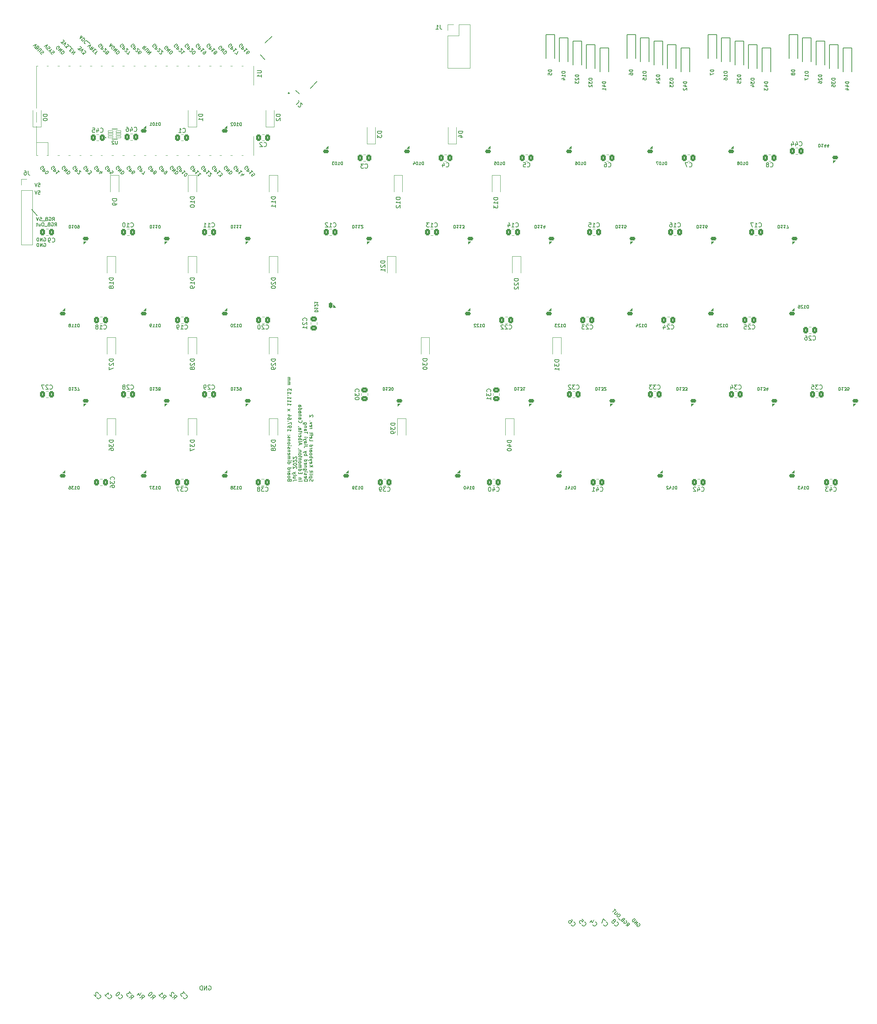
<source format=gbo>
%TF.GenerationSoftware,KiCad,Pcbnew,(6.0.5)*%
%TF.CreationDate,2022-07-20T21:42:13-06:00*%
%TF.ProjectId,kb,6b622e6b-6963-4616-945f-706362585858,rev?*%
%TF.SameCoordinates,Original*%
%TF.FileFunction,Legend,Bot*%
%TF.FilePolarity,Positive*%
%FSLAX46Y46*%
G04 Gerber Fmt 4.6, Leading zero omitted, Abs format (unit mm)*
G04 Created by KiCad (PCBNEW (6.0.5)) date 2022-07-20 21:42:13*
%MOMM*%
%LPD*%
G01*
G04 APERTURE LIST*
G04 Aperture macros list*
%AMRoundRect*
0 Rectangle with rounded corners*
0 $1 Rounding radius*
0 $2 $3 $4 $5 $6 $7 $8 $9 X,Y pos of 4 corners*
0 Add a 4 corners polygon primitive as box body*
4,1,4,$2,$3,$4,$5,$6,$7,$8,$9,$2,$3,0*
0 Add four circle primitives for the rounded corners*
1,1,$1+$1,$2,$3*
1,1,$1+$1,$4,$5*
1,1,$1+$1,$6,$7*
1,1,$1+$1,$8,$9*
0 Add four rect primitives between the rounded corners*
20,1,$1+$1,$2,$3,$4,$5,0*
20,1,$1+$1,$4,$5,$6,$7,0*
20,1,$1+$1,$6,$7,$8,$9,0*
20,1,$1+$1,$8,$9,$2,$3,0*%
%AMRotRect*
0 Rectangle, with rotation*
0 The origin of the aperture is its center*
0 $1 length*
0 $2 width*
0 $3 Rotation angle, in degrees counterclockwise*
0 Add horizontal line*
21,1,$1,$2,0,0,$3*%
G04 Aperture macros list end*
%ADD10C,0.150000*%
%ADD11C,0.120000*%
%ADD12C,0.100000*%
%ADD13C,0.127000*%
%ADD14C,0.254001*%
%ADD15C,0.200000*%
%ADD16C,1.600000*%
%ADD17O,1.600000X1.600000*%
%ADD18C,3.987800*%
%ADD19C,3.000000*%
%ADD20C,1.750000*%
%ADD21R,2.550000X2.500000*%
%ADD22R,1.200000X1.600000*%
%ADD23R,1.600000X1.600000*%
%ADD24O,3.200000X2.000000*%
%ADD25R,2.000000X2.000000*%
%ADD26C,2.000000*%
%ADD27C,3.048000*%
%ADD28O,1.700000X1.700000*%
%ADD29R,1.700000X1.700000*%
%ADD30RoundRect,0.250000X-0.337500X-0.475000X0.337500X-0.475000X0.337500X0.475000X-0.337500X0.475000X0*%
%ADD31R,1.200000X0.900000*%
%ADD32RoundRect,0.250000X0.337500X0.475000X-0.337500X0.475000X-0.337500X-0.475000X0.337500X-0.475000X0*%
%ADD33R,1.400000X0.820000*%
%ADD34RoundRect,0.205000X-0.495000X-0.205000X0.495000X-0.205000X0.495000X0.205000X-0.495000X0.205000X0*%
%ADD35RoundRect,0.205000X0.495000X0.205000X-0.495000X0.205000X-0.495000X-0.205000X0.495000X-0.205000X0*%
%ADD36RoundRect,0.250000X-0.475000X0.337500X-0.475000X-0.337500X0.475000X-0.337500X0.475000X0.337500X0*%
%ADD37R,0.820000X1.400000*%
%ADD38RoundRect,0.205000X0.205000X-0.495000X0.205000X0.495000X-0.205000X0.495000X-0.205000X-0.495000X0*%
%ADD39RotRect,1.900000X0.300000X225.000000*%
%ADD40C,1.950000*%
%ADD41RoundRect,0.250000X0.475000X-0.337500X0.475000X0.337500X-0.475000X0.337500X-0.475000X-0.337500X0*%
%ADD42RoundRect,0.020000X-0.575000X-0.180000X0.575000X-0.180000X0.575000X0.180000X-0.575000X0.180000X0*%
G04 APERTURE END LIST*
D10*
X28575000Y-91313000D02*
X27305000Y-89916000D01*
X167010965Y-258015276D02*
X167468901Y-257934464D01*
X167334214Y-258338525D02*
X167899900Y-257772839D01*
X167684400Y-257557340D01*
X167603588Y-257530403D01*
X167549713Y-257530403D01*
X167468901Y-257557340D01*
X167388089Y-257638152D01*
X167361152Y-257718965D01*
X167361152Y-257772839D01*
X167388089Y-257853652D01*
X167603588Y-258069151D01*
X167010965Y-256937780D02*
X167091778Y-256964717D01*
X167172590Y-257045530D01*
X167226465Y-257153279D01*
X167226465Y-257261029D01*
X167199527Y-257341841D01*
X167118715Y-257476528D01*
X167037903Y-257557340D01*
X166903216Y-257638152D01*
X166822404Y-257665090D01*
X166714654Y-257665090D01*
X166606904Y-257611215D01*
X166553030Y-257557340D01*
X166499155Y-257449591D01*
X166499155Y-257395716D01*
X166687717Y-257207154D01*
X166795466Y-257314904D01*
X166310593Y-256722281D02*
X166202843Y-256668406D01*
X166148969Y-256668406D01*
X166068156Y-256695343D01*
X165987344Y-256776156D01*
X165960407Y-256856968D01*
X165960407Y-256910843D01*
X165987344Y-256991655D01*
X166202843Y-257207154D01*
X166768529Y-256641469D01*
X166579967Y-256452907D01*
X166499155Y-256425969D01*
X166445280Y-256425969D01*
X166364468Y-256452907D01*
X166310593Y-256506782D01*
X166283656Y-256587594D01*
X166283656Y-256641469D01*
X166310593Y-256722281D01*
X166499155Y-256910843D01*
X165717970Y-256830030D02*
X165286972Y-256399032D01*
X165664095Y-255537035D02*
X165556346Y-255429286D01*
X165475534Y-255402348D01*
X165367784Y-255402348D01*
X165233097Y-255483160D01*
X165044535Y-255671722D01*
X164963723Y-255806409D01*
X164963723Y-255914159D01*
X164990660Y-255994971D01*
X165098410Y-256102721D01*
X165179222Y-256129658D01*
X165286972Y-256129658D01*
X165421659Y-256048846D01*
X165610221Y-255860284D01*
X165691033Y-255725597D01*
X165691033Y-255617847D01*
X165664095Y-255537035D01*
X165179222Y-255052162D02*
X164721286Y-255510098D01*
X164640474Y-255537035D01*
X164586599Y-255537035D01*
X164505787Y-255510098D01*
X164398038Y-255402348D01*
X164371100Y-255321536D01*
X164371100Y-255267661D01*
X164398038Y-255186849D01*
X164855973Y-254728913D01*
X164667412Y-254540351D02*
X164344163Y-254217103D01*
X163940102Y-254944412D02*
X164505787Y-254378727D01*
X159279849Y-257897425D02*
X159279849Y-257964768D01*
X159347192Y-258099455D01*
X159414536Y-258166799D01*
X159549223Y-258234142D01*
X159683910Y-258234142D01*
X159784925Y-258200471D01*
X159953284Y-258099455D01*
X160054299Y-257998440D01*
X160155314Y-257830081D01*
X160188986Y-257729066D01*
X160188986Y-257594379D01*
X160121642Y-257459692D01*
X160054299Y-257392349D01*
X159919612Y-257325005D01*
X159852268Y-257325005D01*
X159077818Y-256887272D02*
X158606414Y-257358677D01*
X159515551Y-256786257D02*
X159178833Y-257459692D01*
X158741101Y-257021959D01*
X30215321Y-97898000D02*
X30291511Y-97859904D01*
X30405797Y-97859904D01*
X30520083Y-97898000D01*
X30596273Y-97974190D01*
X30634369Y-98050380D01*
X30672464Y-98202761D01*
X30672464Y-98317047D01*
X30634369Y-98469428D01*
X30596273Y-98545619D01*
X30520083Y-98621809D01*
X30405797Y-98659904D01*
X30329607Y-98659904D01*
X30215321Y-98621809D01*
X30177226Y-98583714D01*
X30177226Y-98317047D01*
X30329607Y-98317047D01*
X29834369Y-98659904D02*
X29834369Y-97859904D01*
X29377226Y-98659904D01*
X29377226Y-97859904D01*
X28996273Y-98659904D02*
X28996273Y-97859904D01*
X28805797Y-97859904D01*
X28691511Y-97898000D01*
X28615321Y-97974190D01*
X28577226Y-98050380D01*
X28539130Y-98202761D01*
X28539130Y-98317047D01*
X28577226Y-98469428D01*
X28615321Y-98545619D01*
X28691511Y-98621809D01*
X28805797Y-98659904D01*
X28996273Y-98659904D01*
X32767702Y-93833904D02*
X33034369Y-93452952D01*
X33224845Y-93833904D02*
X33224845Y-93033904D01*
X32920083Y-93033904D01*
X32843892Y-93072000D01*
X32805797Y-93110095D01*
X32767702Y-93186285D01*
X32767702Y-93300571D01*
X32805797Y-93376761D01*
X32843892Y-93414857D01*
X32920083Y-93452952D01*
X33224845Y-93452952D01*
X32005797Y-93072000D02*
X32081988Y-93033904D01*
X32196273Y-93033904D01*
X32310559Y-93072000D01*
X32386750Y-93148190D01*
X32424845Y-93224380D01*
X32462940Y-93376761D01*
X32462940Y-93491047D01*
X32424845Y-93643428D01*
X32386750Y-93719619D01*
X32310559Y-93795809D01*
X32196273Y-93833904D01*
X32120083Y-93833904D01*
X32005797Y-93795809D01*
X31967702Y-93757714D01*
X31967702Y-93491047D01*
X32120083Y-93491047D01*
X31358178Y-93414857D02*
X31243892Y-93452952D01*
X31205797Y-93491047D01*
X31167702Y-93567238D01*
X31167702Y-93681523D01*
X31205797Y-93757714D01*
X31243892Y-93795809D01*
X31320083Y-93833904D01*
X31624845Y-93833904D01*
X31624845Y-93033904D01*
X31358178Y-93033904D01*
X31281988Y-93072000D01*
X31243892Y-93110095D01*
X31205797Y-93186285D01*
X31205797Y-93262476D01*
X31243892Y-93338666D01*
X31281988Y-93376761D01*
X31358178Y-93414857D01*
X31624845Y-93414857D01*
X31015321Y-93910095D02*
X30405797Y-93910095D01*
X30062940Y-93033904D02*
X29910559Y-93033904D01*
X29834369Y-93072000D01*
X29758178Y-93148190D01*
X29720083Y-93300571D01*
X29720083Y-93567238D01*
X29758178Y-93719619D01*
X29834369Y-93795809D01*
X29910559Y-93833904D01*
X30062940Y-93833904D01*
X30139130Y-93795809D01*
X30215321Y-93719619D01*
X30253416Y-93567238D01*
X30253416Y-93300571D01*
X30215321Y-93148190D01*
X30139130Y-93072000D01*
X30062940Y-93033904D01*
X29034369Y-93300571D02*
X29034369Y-93833904D01*
X29377226Y-93300571D02*
X29377226Y-93719619D01*
X29339130Y-93795809D01*
X29262940Y-93833904D01*
X29148654Y-93833904D01*
X29072464Y-93795809D01*
X29034369Y-93757714D01*
X28767702Y-93300571D02*
X28462940Y-93300571D01*
X28653416Y-93033904D02*
X28653416Y-93719619D01*
X28615321Y-93795809D01*
X28539130Y-93833904D01*
X28462940Y-93833904D01*
X68962964Y-272327750D02*
X69058202Y-272280130D01*
X69201059Y-272280130D01*
X69343916Y-272327750D01*
X69439154Y-272422988D01*
X69486773Y-272518226D01*
X69534392Y-272708702D01*
X69534392Y-272851559D01*
X69486773Y-273042035D01*
X69439154Y-273137273D01*
X69343916Y-273232511D01*
X69201059Y-273280130D01*
X69105821Y-273280130D01*
X68962964Y-273232511D01*
X68915345Y-273184892D01*
X68915345Y-272851559D01*
X69105821Y-272851559D01*
X68486773Y-273280130D02*
X68486773Y-272280130D01*
X67915345Y-273280130D01*
X67915345Y-272280130D01*
X67439154Y-273280130D02*
X67439154Y-272280130D01*
X67201059Y-272280130D01*
X67058202Y-272327750D01*
X66962964Y-272422988D01*
X66915345Y-272518226D01*
X66867726Y-272708702D01*
X66867726Y-272851559D01*
X66915345Y-273042035D01*
X66962964Y-273137273D01*
X67058202Y-273232511D01*
X67201059Y-273280130D01*
X67439154Y-273280130D01*
X45233276Y-274973353D02*
X45233276Y-275040696D01*
X45300620Y-275175383D01*
X45367963Y-275242727D01*
X45502650Y-275310070D01*
X45637337Y-275310070D01*
X45738353Y-275276398D01*
X45906711Y-275175383D01*
X46007727Y-275074368D01*
X46108742Y-274906009D01*
X46142414Y-274804994D01*
X46142414Y-274670307D01*
X46075070Y-274535620D01*
X46007727Y-274468276D01*
X45873040Y-274400933D01*
X45805696Y-274400933D01*
X44492498Y-274367261D02*
X44896559Y-274771322D01*
X44694528Y-274569292D02*
X45401635Y-273862185D01*
X45367963Y-274030544D01*
X45367963Y-274165231D01*
X45401635Y-274266246D01*
X63013276Y-274973353D02*
X63013276Y-275040696D01*
X63080620Y-275175383D01*
X63147963Y-275242727D01*
X63282650Y-275310070D01*
X63417337Y-275310070D01*
X63518353Y-275276398D01*
X63686711Y-275175383D01*
X63787727Y-275074368D01*
X63888742Y-274906009D01*
X63922414Y-274804994D01*
X63922414Y-274670307D01*
X63855070Y-274535620D01*
X63787727Y-274468276D01*
X63653040Y-274400933D01*
X63585696Y-274400933D01*
X63417337Y-274097887D02*
X62979605Y-273660154D01*
X62945933Y-274165231D01*
X62844918Y-274064215D01*
X62743902Y-274030544D01*
X62676559Y-274030544D01*
X62575544Y-274064215D01*
X62407185Y-274232574D01*
X62373513Y-274333589D01*
X62373513Y-274400933D01*
X62407185Y-274501948D01*
X62609215Y-274703979D01*
X62710231Y-274737650D01*
X62777574Y-274737650D01*
X156739849Y-257897425D02*
X156739849Y-257964768D01*
X156807192Y-258099455D01*
X156874536Y-258166799D01*
X157009223Y-258234142D01*
X157143910Y-258234142D01*
X157244925Y-258200471D01*
X157413284Y-258099455D01*
X157514299Y-257998440D01*
X157615314Y-257830081D01*
X157648986Y-257729066D01*
X157648986Y-257594379D01*
X157581642Y-257459692D01*
X157514299Y-257392349D01*
X157379612Y-257325005D01*
X157312268Y-257325005D01*
X156739849Y-256617898D02*
X157076566Y-256954616D01*
X156773520Y-257325005D01*
X156773520Y-257257662D01*
X156739849Y-257156646D01*
X156571490Y-256988288D01*
X156470475Y-256954616D01*
X156403131Y-256954616D01*
X156302116Y-256988288D01*
X156133757Y-257156646D01*
X156100085Y-257257662D01*
X156100085Y-257325005D01*
X156133757Y-257426020D01*
X156302116Y-257594379D01*
X156403131Y-257628051D01*
X156470475Y-257628051D01*
X28881940Y-85540904D02*
X29262892Y-85540904D01*
X29300988Y-85921857D01*
X29262892Y-85883761D01*
X29186702Y-85845666D01*
X28996226Y-85845666D01*
X28920035Y-85883761D01*
X28881940Y-85921857D01*
X28843845Y-85998047D01*
X28843845Y-86188523D01*
X28881940Y-86264714D01*
X28920035Y-86302809D01*
X28996226Y-86340904D01*
X29186702Y-86340904D01*
X29262892Y-86302809D01*
X29300988Y-86264714D01*
X28615273Y-85540904D02*
X28348607Y-86340904D01*
X28081940Y-85540904D01*
X154199849Y-257897425D02*
X154199849Y-257964768D01*
X154267192Y-258099455D01*
X154334536Y-258166799D01*
X154469223Y-258234142D01*
X154603910Y-258234142D01*
X154704925Y-258200471D01*
X154873284Y-258099455D01*
X154974299Y-257998440D01*
X155075314Y-257830081D01*
X155108986Y-257729066D01*
X155108986Y-257594379D01*
X155041642Y-257459692D01*
X154974299Y-257392349D01*
X154839612Y-257325005D01*
X154772268Y-257325005D01*
X154233520Y-256651570D02*
X154368207Y-256786257D01*
X154401879Y-256887272D01*
X154401879Y-256954616D01*
X154368207Y-257122975D01*
X154267192Y-257291333D01*
X153997818Y-257560707D01*
X153896803Y-257594379D01*
X153829459Y-257594379D01*
X153728444Y-257560707D01*
X153593757Y-257426020D01*
X153560085Y-257325005D01*
X153560085Y-257257662D01*
X153593757Y-257156646D01*
X153762116Y-256988288D01*
X153863131Y-256954616D01*
X153930475Y-256954616D01*
X154031490Y-256988288D01*
X154166177Y-257122975D01*
X154199849Y-257223990D01*
X154199849Y-257291333D01*
X154166177Y-257392349D01*
X57865933Y-275040696D02*
X58438353Y-274939681D01*
X58269994Y-275444757D02*
X58977101Y-274737650D01*
X58707727Y-274468276D01*
X58606711Y-274434605D01*
X58539368Y-274434605D01*
X58438353Y-274468276D01*
X58337337Y-274569292D01*
X58303666Y-274670307D01*
X58303666Y-274737650D01*
X58337337Y-274838666D01*
X58606711Y-275108040D01*
X57192498Y-274367261D02*
X57596559Y-274771322D01*
X57394528Y-274569292D02*
X58101635Y-273862185D01*
X58067963Y-274030544D01*
X58067963Y-274165231D01*
X58101635Y-274266246D01*
X161819849Y-257897425D02*
X161819849Y-257964768D01*
X161887192Y-258099455D01*
X161954536Y-258166799D01*
X162089223Y-258234142D01*
X162223910Y-258234142D01*
X162324925Y-258200471D01*
X162493284Y-258099455D01*
X162594299Y-257998440D01*
X162695314Y-257830081D01*
X162728986Y-257729066D01*
X162728986Y-257594379D01*
X162661642Y-257459692D01*
X162594299Y-257392349D01*
X162459612Y-257325005D01*
X162392268Y-257325005D01*
X162223910Y-257021959D02*
X161752505Y-256550555D01*
X161348444Y-257560707D01*
X52785933Y-275040696D02*
X53358353Y-274939681D01*
X53189994Y-275444757D02*
X53897101Y-274737650D01*
X53627727Y-274468276D01*
X53526711Y-274434605D01*
X53459368Y-274434605D01*
X53358353Y-274468276D01*
X53257337Y-274569292D01*
X53223666Y-274670307D01*
X53223666Y-274737650D01*
X53257337Y-274838666D01*
X53526711Y-275108040D01*
X52651246Y-273963200D02*
X52179841Y-274434605D01*
X53088979Y-273862185D02*
X52752261Y-274535620D01*
X52314528Y-274097887D01*
X32196273Y-92563904D02*
X32462940Y-92182952D01*
X32653416Y-92563904D02*
X32653416Y-91763904D01*
X32348654Y-91763904D01*
X32272464Y-91802000D01*
X32234369Y-91840095D01*
X32196273Y-91916285D01*
X32196273Y-92030571D01*
X32234369Y-92106761D01*
X32272464Y-92144857D01*
X32348654Y-92182952D01*
X32653416Y-92182952D01*
X31434369Y-91802000D02*
X31510559Y-91763904D01*
X31624845Y-91763904D01*
X31739130Y-91802000D01*
X31815321Y-91878190D01*
X31853416Y-91954380D01*
X31891511Y-92106761D01*
X31891511Y-92221047D01*
X31853416Y-92373428D01*
X31815321Y-92449619D01*
X31739130Y-92525809D01*
X31624845Y-92563904D01*
X31548654Y-92563904D01*
X31434369Y-92525809D01*
X31396273Y-92487714D01*
X31396273Y-92221047D01*
X31548654Y-92221047D01*
X30786750Y-92144857D02*
X30672464Y-92182952D01*
X30634369Y-92221047D01*
X30596273Y-92297238D01*
X30596273Y-92411523D01*
X30634369Y-92487714D01*
X30672464Y-92525809D01*
X30748654Y-92563904D01*
X31053416Y-92563904D01*
X31053416Y-91763904D01*
X30786750Y-91763904D01*
X30710559Y-91802000D01*
X30672464Y-91840095D01*
X30634369Y-91916285D01*
X30634369Y-91992476D01*
X30672464Y-92068666D01*
X30710559Y-92106761D01*
X30786750Y-92144857D01*
X31053416Y-92144857D01*
X30443892Y-92640095D02*
X29834369Y-92640095D01*
X29262940Y-91763904D02*
X29643892Y-91763904D01*
X29681988Y-92144857D01*
X29643892Y-92106761D01*
X29567702Y-92068666D01*
X29377226Y-92068666D01*
X29301035Y-92106761D01*
X29262940Y-92144857D01*
X29224845Y-92221047D01*
X29224845Y-92411523D01*
X29262940Y-92487714D01*
X29301035Y-92525809D01*
X29377226Y-92563904D01*
X29567702Y-92563904D01*
X29643892Y-92525809D01*
X29681988Y-92487714D01*
X28996273Y-91763904D02*
X28729607Y-92563904D01*
X28462940Y-91763904D01*
X47773276Y-274973353D02*
X47773276Y-275040696D01*
X47840620Y-275175383D01*
X47907963Y-275242727D01*
X48042650Y-275310070D01*
X48177337Y-275310070D01*
X48278353Y-275276398D01*
X48446711Y-275175383D01*
X48547727Y-275074368D01*
X48648742Y-274906009D01*
X48682414Y-274804994D01*
X48682414Y-274670307D01*
X48615070Y-274535620D01*
X48547727Y-274468276D01*
X48413040Y-274400933D01*
X48345696Y-274400933D01*
X47975307Y-273895857D02*
X47907963Y-273828513D01*
X47806948Y-273794841D01*
X47739605Y-273794841D01*
X47638589Y-273828513D01*
X47470231Y-273929528D01*
X47301872Y-274097887D01*
X47200857Y-274266246D01*
X47167185Y-274367261D01*
X47167185Y-274434605D01*
X47200857Y-274535620D01*
X47268200Y-274602963D01*
X47369215Y-274636635D01*
X47436559Y-274636635D01*
X47537574Y-274602963D01*
X47705933Y-274501948D01*
X47874292Y-274333589D01*
X47975307Y-274165231D01*
X48008979Y-274064215D01*
X48008979Y-273996872D01*
X47975307Y-273895857D01*
X55325933Y-275040696D02*
X55898353Y-274939681D01*
X55729994Y-275444757D02*
X56437101Y-274737650D01*
X56167727Y-274468276D01*
X56066711Y-274434605D01*
X55999368Y-274434605D01*
X55898353Y-274468276D01*
X55797337Y-274569292D01*
X55763666Y-274670307D01*
X55763666Y-274737650D01*
X55797337Y-274838666D01*
X56066711Y-275108040D01*
X55595307Y-273895857D02*
X55527963Y-273828513D01*
X55426948Y-273794841D01*
X55359605Y-273794841D01*
X55258589Y-273828513D01*
X55090231Y-273929528D01*
X54921872Y-274097887D01*
X54820857Y-274266246D01*
X54787185Y-274367261D01*
X54787185Y-274434605D01*
X54820857Y-274535620D01*
X54888200Y-274602963D01*
X54989215Y-274636635D01*
X55056559Y-274636635D01*
X55157574Y-274602963D01*
X55325933Y-274501948D01*
X55494292Y-274333589D01*
X55595307Y-274165231D01*
X55628979Y-274064215D01*
X55628979Y-273996872D01*
X55595307Y-273895857D01*
X92739690Y-153737619D02*
X92701595Y-153623333D01*
X92701595Y-153432857D01*
X92739690Y-153356666D01*
X92777785Y-153318571D01*
X92853976Y-153280476D01*
X92930166Y-153280476D01*
X93006357Y-153318571D01*
X93044452Y-153356666D01*
X93082547Y-153432857D01*
X93120642Y-153585238D01*
X93158738Y-153661428D01*
X93196833Y-153699523D01*
X93273023Y-153737619D01*
X93349214Y-153737619D01*
X93425404Y-153699523D01*
X93463500Y-153661428D01*
X93501595Y-153585238D01*
X93501595Y-153394761D01*
X93463500Y-153280476D01*
X93234928Y-152937619D02*
X92434928Y-152937619D01*
X93196833Y-152937619D02*
X93234928Y-152861428D01*
X93234928Y-152709047D01*
X93196833Y-152632857D01*
X93158738Y-152594761D01*
X93082547Y-152556666D01*
X92853976Y-152556666D01*
X92777785Y-152594761D01*
X92739690Y-152632857D01*
X92701595Y-152709047D01*
X92701595Y-152861428D01*
X92739690Y-152937619D01*
X92701595Y-152099523D02*
X92739690Y-152175714D01*
X92815880Y-152213809D01*
X93501595Y-152213809D01*
X92701595Y-151794761D02*
X93234928Y-151794761D01*
X93501595Y-151794761D02*
X93463500Y-151832857D01*
X93425404Y-151794761D01*
X93463500Y-151756666D01*
X93501595Y-151794761D01*
X93425404Y-151794761D01*
X93234928Y-151528095D02*
X93234928Y-151223333D01*
X93501595Y-151413809D02*
X92815880Y-151413809D01*
X92739690Y-151375714D01*
X92701595Y-151299523D01*
X92701595Y-151223333D01*
X92701595Y-150347142D02*
X93501595Y-150347142D01*
X92701595Y-149890000D02*
X93158738Y-150232857D01*
X93501595Y-149890000D02*
X93044452Y-150347142D01*
X92739690Y-149242380D02*
X92701595Y-149318571D01*
X92701595Y-149470952D01*
X92739690Y-149547142D01*
X92815880Y-149585238D01*
X93120642Y-149585238D01*
X93196833Y-149547142D01*
X93234928Y-149470952D01*
X93234928Y-149318571D01*
X93196833Y-149242380D01*
X93120642Y-149204285D01*
X93044452Y-149204285D01*
X92968261Y-149585238D01*
X93234928Y-148937619D02*
X92701595Y-148747142D01*
X93234928Y-148556666D02*
X92701595Y-148747142D01*
X92511119Y-148823333D01*
X92473023Y-148861428D01*
X92434928Y-148937619D01*
X92701595Y-148251904D02*
X93501595Y-148251904D01*
X93196833Y-148251904D02*
X93234928Y-148175714D01*
X93234928Y-148023333D01*
X93196833Y-147947142D01*
X93158738Y-147909047D01*
X93082547Y-147870952D01*
X92853976Y-147870952D01*
X92777785Y-147909047D01*
X92739690Y-147947142D01*
X92701595Y-148023333D01*
X92701595Y-148175714D01*
X92739690Y-148251904D01*
X92701595Y-147413809D02*
X92739690Y-147490000D01*
X92777785Y-147528095D01*
X92853976Y-147566190D01*
X93082547Y-147566190D01*
X93158738Y-147528095D01*
X93196833Y-147490000D01*
X93234928Y-147413809D01*
X93234928Y-147299523D01*
X93196833Y-147223333D01*
X93158738Y-147185238D01*
X93082547Y-147147142D01*
X92853976Y-147147142D01*
X92777785Y-147185238D01*
X92739690Y-147223333D01*
X92701595Y-147299523D01*
X92701595Y-147413809D01*
X92701595Y-146461428D02*
X93120642Y-146461428D01*
X93196833Y-146499523D01*
X93234928Y-146575714D01*
X93234928Y-146728095D01*
X93196833Y-146804285D01*
X92739690Y-146461428D02*
X92701595Y-146537619D01*
X92701595Y-146728095D01*
X92739690Y-146804285D01*
X92815880Y-146842380D01*
X92892071Y-146842380D01*
X92968261Y-146804285D01*
X93006357Y-146728095D01*
X93006357Y-146537619D01*
X93044452Y-146461428D01*
X92701595Y-146080476D02*
X93234928Y-146080476D01*
X93082547Y-146080476D02*
X93158738Y-146042380D01*
X93196833Y-146004285D01*
X93234928Y-145928095D01*
X93234928Y-145851904D01*
X92701595Y-145242380D02*
X93501595Y-145242380D01*
X92739690Y-145242380D02*
X92701595Y-145318571D01*
X92701595Y-145470952D01*
X92739690Y-145547142D01*
X92777785Y-145585238D01*
X92853976Y-145623333D01*
X93082547Y-145623333D01*
X93158738Y-145585238D01*
X93196833Y-145547142D01*
X93234928Y-145470952D01*
X93234928Y-145318571D01*
X93196833Y-145242380D01*
X92701595Y-143870952D02*
X92701595Y-144251904D01*
X93501595Y-144251904D01*
X92739690Y-143299523D02*
X92701595Y-143375714D01*
X92701595Y-143528095D01*
X92739690Y-143604285D01*
X92815880Y-143642380D01*
X93120642Y-143642380D01*
X93196833Y-143604285D01*
X93234928Y-143528095D01*
X93234928Y-143375714D01*
X93196833Y-143299523D01*
X93120642Y-143261428D01*
X93044452Y-143261428D01*
X92968261Y-143642380D01*
X93234928Y-143032857D02*
X93234928Y-142728095D01*
X92701595Y-142918571D02*
X93387309Y-142918571D01*
X93463500Y-142880476D01*
X93501595Y-142804285D01*
X93501595Y-142728095D01*
X93234928Y-142575714D02*
X93234928Y-142270952D01*
X93501595Y-142461428D02*
X92815880Y-142461428D01*
X92739690Y-142423333D01*
X92701595Y-142347142D01*
X92701595Y-142270952D01*
X92701595Y-141394761D02*
X93234928Y-141394761D01*
X93082547Y-141394761D02*
X93158738Y-141356666D01*
X93196833Y-141318571D01*
X93234928Y-141242380D01*
X93234928Y-141166190D01*
X92739690Y-140594761D02*
X92701595Y-140670952D01*
X92701595Y-140823333D01*
X92739690Y-140899523D01*
X92815880Y-140937619D01*
X93120642Y-140937619D01*
X93196833Y-140899523D01*
X93234928Y-140823333D01*
X93234928Y-140670952D01*
X93196833Y-140594761D01*
X93120642Y-140556666D01*
X93044452Y-140556666D01*
X92968261Y-140937619D01*
X93234928Y-140290000D02*
X92701595Y-140099523D01*
X93234928Y-139909047D01*
X92777785Y-139604285D02*
X92739690Y-139566190D01*
X92701595Y-139604285D01*
X92739690Y-139642380D01*
X92777785Y-139604285D01*
X92701595Y-139604285D01*
X93425404Y-138651904D02*
X93463500Y-138613809D01*
X93501595Y-138537619D01*
X93501595Y-138347142D01*
X93463500Y-138270952D01*
X93425404Y-138232857D01*
X93349214Y-138194761D01*
X93273023Y-138194761D01*
X93158738Y-138232857D01*
X92701595Y-138690000D01*
X92701595Y-138194761D01*
X91413595Y-153699523D02*
X92213595Y-153699523D01*
X92213595Y-153509047D01*
X92175500Y-153394761D01*
X92099309Y-153318571D01*
X92023119Y-153280476D01*
X91870738Y-153242380D01*
X91756452Y-153242380D01*
X91604071Y-153280476D01*
X91527880Y-153318571D01*
X91451690Y-153394761D01*
X91413595Y-153509047D01*
X91413595Y-153699523D01*
X91451690Y-152594761D02*
X91413595Y-152670952D01*
X91413595Y-152823333D01*
X91451690Y-152899523D01*
X91527880Y-152937619D01*
X91832642Y-152937619D01*
X91908833Y-152899523D01*
X91946928Y-152823333D01*
X91946928Y-152670952D01*
X91908833Y-152594761D01*
X91832642Y-152556666D01*
X91756452Y-152556666D01*
X91680261Y-152937619D01*
X91451690Y-152251904D02*
X91413595Y-152175714D01*
X91413595Y-152023333D01*
X91451690Y-151947142D01*
X91527880Y-151909047D01*
X91565976Y-151909047D01*
X91642166Y-151947142D01*
X91680261Y-152023333D01*
X91680261Y-152137619D01*
X91718357Y-152213809D01*
X91794547Y-152251904D01*
X91832642Y-152251904D01*
X91908833Y-152213809D01*
X91946928Y-152137619D01*
X91946928Y-152023333D01*
X91908833Y-151947142D01*
X91413595Y-151566190D02*
X91946928Y-151566190D01*
X92213595Y-151566190D02*
X92175500Y-151604285D01*
X92137404Y-151566190D01*
X92175500Y-151528095D01*
X92213595Y-151566190D01*
X92137404Y-151566190D01*
X91946928Y-150842380D02*
X91299309Y-150842380D01*
X91223119Y-150880476D01*
X91185023Y-150918571D01*
X91146928Y-150994761D01*
X91146928Y-151109047D01*
X91185023Y-151185238D01*
X91451690Y-150842380D02*
X91413595Y-150918571D01*
X91413595Y-151070952D01*
X91451690Y-151147142D01*
X91489785Y-151185238D01*
X91565976Y-151223333D01*
X91794547Y-151223333D01*
X91870738Y-151185238D01*
X91908833Y-151147142D01*
X91946928Y-151070952D01*
X91946928Y-150918571D01*
X91908833Y-150842380D01*
X91946928Y-150461428D02*
X91413595Y-150461428D01*
X91870738Y-150461428D02*
X91908833Y-150423333D01*
X91946928Y-150347142D01*
X91946928Y-150232857D01*
X91908833Y-150156666D01*
X91832642Y-150118571D01*
X91413595Y-150118571D01*
X91451690Y-149432857D02*
X91413595Y-149509047D01*
X91413595Y-149661428D01*
X91451690Y-149737619D01*
X91527880Y-149775714D01*
X91832642Y-149775714D01*
X91908833Y-149737619D01*
X91946928Y-149661428D01*
X91946928Y-149509047D01*
X91908833Y-149432857D01*
X91832642Y-149394761D01*
X91756452Y-149394761D01*
X91680261Y-149775714D01*
X91413595Y-148709047D02*
X92213595Y-148709047D01*
X91451690Y-148709047D02*
X91413595Y-148785238D01*
X91413595Y-148937619D01*
X91451690Y-149013809D01*
X91489785Y-149051904D01*
X91565976Y-149090000D01*
X91794547Y-149090000D01*
X91870738Y-149051904D01*
X91908833Y-149013809D01*
X91946928Y-148937619D01*
X91946928Y-148785238D01*
X91908833Y-148709047D01*
X91413595Y-147718571D02*
X92213595Y-147718571D01*
X91908833Y-147718571D02*
X91946928Y-147642380D01*
X91946928Y-147490000D01*
X91908833Y-147413809D01*
X91870738Y-147375714D01*
X91794547Y-147337619D01*
X91565976Y-147337619D01*
X91489785Y-147375714D01*
X91451690Y-147413809D01*
X91413595Y-147490000D01*
X91413595Y-147642380D01*
X91451690Y-147718571D01*
X91946928Y-147070952D02*
X91413595Y-146880476D01*
X91946928Y-146690000D02*
X91413595Y-146880476D01*
X91223119Y-146956666D01*
X91185023Y-146994761D01*
X91146928Y-147070952D01*
X92213595Y-145547142D02*
X91642166Y-145547142D01*
X91527880Y-145585238D01*
X91451690Y-145661428D01*
X91413595Y-145775714D01*
X91413595Y-145851904D01*
X91413595Y-145166190D02*
X91946928Y-145166190D01*
X92213595Y-145166190D02*
X92175500Y-145204285D01*
X92137404Y-145166190D01*
X92175500Y-145128095D01*
X92213595Y-145166190D01*
X92137404Y-145166190D01*
X91413595Y-144442380D02*
X91832642Y-144442380D01*
X91908833Y-144480476D01*
X91946928Y-144556666D01*
X91946928Y-144709047D01*
X91908833Y-144785238D01*
X91451690Y-144442380D02*
X91413595Y-144518571D01*
X91413595Y-144709047D01*
X91451690Y-144785238D01*
X91527880Y-144823333D01*
X91604071Y-144823333D01*
X91680261Y-144785238D01*
X91718357Y-144709047D01*
X91718357Y-144518571D01*
X91756452Y-144442380D01*
X91946928Y-144137619D02*
X91413595Y-143947142D01*
X91946928Y-143756666D02*
X91413595Y-143947142D01*
X91223119Y-144023333D01*
X91185023Y-144061428D01*
X91146928Y-144137619D01*
X91413595Y-143451904D02*
X91946928Y-143451904D01*
X92213595Y-143451904D02*
X92175500Y-143490000D01*
X92137404Y-143451904D01*
X92175500Y-143413809D01*
X92213595Y-143451904D01*
X92137404Y-143451904D01*
X92213595Y-142575714D02*
X92213595Y-142118571D01*
X91413595Y-142347142D02*
X92213595Y-142347142D01*
X91413595Y-141509047D02*
X91832642Y-141509047D01*
X91908833Y-141547142D01*
X91946928Y-141623333D01*
X91946928Y-141775714D01*
X91908833Y-141851904D01*
X91451690Y-141509047D02*
X91413595Y-141585238D01*
X91413595Y-141775714D01*
X91451690Y-141851904D01*
X91527880Y-141890000D01*
X91604071Y-141890000D01*
X91680261Y-141851904D01*
X91718357Y-141775714D01*
X91718357Y-141585238D01*
X91756452Y-141509047D01*
X91946928Y-141128095D02*
X91413595Y-141128095D01*
X91870738Y-141128095D02*
X91908833Y-141090000D01*
X91946928Y-141013809D01*
X91946928Y-140899523D01*
X91908833Y-140823333D01*
X91832642Y-140785238D01*
X91413595Y-140785238D01*
X91946928Y-140061428D02*
X91299309Y-140061428D01*
X91223119Y-140099523D01*
X91185023Y-140137619D01*
X91146928Y-140213809D01*
X91146928Y-140328095D01*
X91185023Y-140404285D01*
X91451690Y-140061428D02*
X91413595Y-140137619D01*
X91413595Y-140290000D01*
X91451690Y-140366190D01*
X91489785Y-140404285D01*
X91565976Y-140442380D01*
X91794547Y-140442380D01*
X91870738Y-140404285D01*
X91908833Y-140366190D01*
X91946928Y-140290000D01*
X91946928Y-140137619D01*
X91908833Y-140061428D01*
X90125595Y-153699523D02*
X90658928Y-153699523D01*
X90925595Y-153699523D02*
X90887500Y-153737619D01*
X90849404Y-153699523D01*
X90887500Y-153661428D01*
X90925595Y-153699523D01*
X90849404Y-153699523D01*
X90658928Y-153318571D02*
X90125595Y-153318571D01*
X90582738Y-153318571D02*
X90620833Y-153280476D01*
X90658928Y-153204285D01*
X90658928Y-153090000D01*
X90620833Y-153013809D01*
X90544642Y-152975714D01*
X90125595Y-152975714D01*
X90544642Y-151985238D02*
X90544642Y-151718571D01*
X90125595Y-151604285D02*
X90125595Y-151985238D01*
X90925595Y-151985238D01*
X90925595Y-151604285D01*
X90125595Y-150918571D02*
X90925595Y-150918571D01*
X90163690Y-150918571D02*
X90125595Y-150994761D01*
X90125595Y-151147142D01*
X90163690Y-151223333D01*
X90201785Y-151261428D01*
X90277976Y-151299523D01*
X90506547Y-151299523D01*
X90582738Y-151261428D01*
X90620833Y-151223333D01*
X90658928Y-151147142D01*
X90658928Y-150994761D01*
X90620833Y-150918571D01*
X90125595Y-150537619D02*
X90658928Y-150537619D01*
X90582738Y-150537619D02*
X90620833Y-150499523D01*
X90658928Y-150423333D01*
X90658928Y-150309047D01*
X90620833Y-150232857D01*
X90544642Y-150194761D01*
X90125595Y-150194761D01*
X90544642Y-150194761D02*
X90620833Y-150156666D01*
X90658928Y-150080476D01*
X90658928Y-149966190D01*
X90620833Y-149890000D01*
X90544642Y-149851904D01*
X90125595Y-149851904D01*
X90125595Y-149356666D02*
X90163690Y-149432857D01*
X90201785Y-149470952D01*
X90277976Y-149509047D01*
X90506547Y-149509047D01*
X90582738Y-149470952D01*
X90620833Y-149432857D01*
X90658928Y-149356666D01*
X90658928Y-149242380D01*
X90620833Y-149166190D01*
X90582738Y-149128095D01*
X90506547Y-149090000D01*
X90277976Y-149090000D01*
X90201785Y-149128095D01*
X90163690Y-149166190D01*
X90125595Y-149242380D01*
X90125595Y-149356666D01*
X90658928Y-148747142D02*
X90125595Y-148747142D01*
X90582738Y-148747142D02*
X90620833Y-148709047D01*
X90658928Y-148632857D01*
X90658928Y-148518571D01*
X90620833Y-148442380D01*
X90544642Y-148404285D01*
X90125595Y-148404285D01*
X90658928Y-148137619D02*
X90658928Y-147832857D01*
X90925595Y-148023333D02*
X90239880Y-148023333D01*
X90163690Y-147985238D01*
X90125595Y-147909047D01*
X90125595Y-147832857D01*
X90125595Y-147451904D02*
X90163690Y-147528095D01*
X90201785Y-147566190D01*
X90277976Y-147604285D01*
X90506547Y-147604285D01*
X90582738Y-147566190D01*
X90620833Y-147528095D01*
X90658928Y-147451904D01*
X90658928Y-147337619D01*
X90620833Y-147261428D01*
X90582738Y-147223333D01*
X90506547Y-147185238D01*
X90277976Y-147185238D01*
X90201785Y-147223333D01*
X90163690Y-147261428D01*
X90125595Y-147337619D01*
X90125595Y-147451904D01*
X90658928Y-146842380D02*
X90125595Y-146842380D01*
X90582738Y-146842380D02*
X90620833Y-146804285D01*
X90658928Y-146728095D01*
X90658928Y-146613809D01*
X90620833Y-146537619D01*
X90544642Y-146499523D01*
X90125595Y-146499523D01*
X90163690Y-146080476D02*
X90125595Y-146080476D01*
X90049404Y-146118571D01*
X90011309Y-146156666D01*
X90354166Y-145166190D02*
X90354166Y-144785238D01*
X90125595Y-145242380D02*
X90925595Y-144975714D01*
X90125595Y-144709047D01*
X90125595Y-144328095D02*
X90163690Y-144404285D01*
X90239880Y-144442380D01*
X90925595Y-144442380D01*
X90125595Y-144023333D02*
X90925595Y-144023333D01*
X90620833Y-144023333D02*
X90658928Y-143947142D01*
X90658928Y-143794761D01*
X90620833Y-143718571D01*
X90582738Y-143680476D01*
X90506547Y-143642380D01*
X90277976Y-143642380D01*
X90201785Y-143680476D01*
X90163690Y-143718571D01*
X90125595Y-143794761D01*
X90125595Y-143947142D01*
X90163690Y-144023333D01*
X90163690Y-142994761D02*
X90125595Y-143070952D01*
X90125595Y-143223333D01*
X90163690Y-143299523D01*
X90239880Y-143337619D01*
X90544642Y-143337619D01*
X90620833Y-143299523D01*
X90658928Y-143223333D01*
X90658928Y-143070952D01*
X90620833Y-142994761D01*
X90544642Y-142956666D01*
X90468452Y-142956666D01*
X90392261Y-143337619D01*
X90125595Y-142613809D02*
X90658928Y-142613809D01*
X90506547Y-142613809D02*
X90582738Y-142575714D01*
X90620833Y-142537619D01*
X90658928Y-142461428D01*
X90658928Y-142385238D01*
X90658928Y-142232857D02*
X90658928Y-141928095D01*
X90925595Y-142118571D02*
X90239880Y-142118571D01*
X90163690Y-142080476D01*
X90125595Y-142004285D01*
X90125595Y-141928095D01*
X90125595Y-141318571D02*
X90544642Y-141318571D01*
X90620833Y-141356666D01*
X90658928Y-141432857D01*
X90658928Y-141585238D01*
X90620833Y-141661428D01*
X90163690Y-141318571D02*
X90125595Y-141394761D01*
X90125595Y-141585238D01*
X90163690Y-141661428D01*
X90239880Y-141699523D01*
X90316071Y-141699523D01*
X90392261Y-141661428D01*
X90430357Y-141585238D01*
X90430357Y-141394761D01*
X90468452Y-141318571D01*
X90163690Y-140899523D02*
X90125595Y-140899523D01*
X90049404Y-140937619D01*
X90011309Y-140975714D01*
X90201785Y-139490000D02*
X90163690Y-139528095D01*
X90125595Y-139642380D01*
X90125595Y-139718571D01*
X90163690Y-139832857D01*
X90239880Y-139909047D01*
X90316071Y-139947142D01*
X90468452Y-139985238D01*
X90582738Y-139985238D01*
X90735119Y-139947142D01*
X90811309Y-139909047D01*
X90887500Y-139832857D01*
X90925595Y-139718571D01*
X90925595Y-139642380D01*
X90887500Y-139528095D01*
X90849404Y-139490000D01*
X90125595Y-138804285D02*
X90544642Y-138804285D01*
X90620833Y-138842380D01*
X90658928Y-138918571D01*
X90658928Y-139070952D01*
X90620833Y-139147142D01*
X90163690Y-138804285D02*
X90125595Y-138880476D01*
X90125595Y-139070952D01*
X90163690Y-139147142D01*
X90239880Y-139185238D01*
X90316071Y-139185238D01*
X90392261Y-139147142D01*
X90430357Y-139070952D01*
X90430357Y-138880476D01*
X90468452Y-138804285D01*
X90658928Y-138423333D02*
X90125595Y-138423333D01*
X90582738Y-138423333D02*
X90620833Y-138385238D01*
X90658928Y-138309047D01*
X90658928Y-138194761D01*
X90620833Y-138118571D01*
X90544642Y-138080476D01*
X90125595Y-138080476D01*
X90125595Y-137356666D02*
X90544642Y-137356666D01*
X90620833Y-137394761D01*
X90658928Y-137470952D01*
X90658928Y-137623333D01*
X90620833Y-137699523D01*
X90163690Y-137356666D02*
X90125595Y-137432857D01*
X90125595Y-137623333D01*
X90163690Y-137699523D01*
X90239880Y-137737619D01*
X90316071Y-137737619D01*
X90392261Y-137699523D01*
X90430357Y-137623333D01*
X90430357Y-137432857D01*
X90468452Y-137356666D01*
X90125595Y-136632857D02*
X90925595Y-136632857D01*
X90163690Y-136632857D02*
X90125595Y-136709047D01*
X90125595Y-136861428D01*
X90163690Y-136937619D01*
X90201785Y-136975714D01*
X90277976Y-137013809D01*
X90506547Y-137013809D01*
X90582738Y-136975714D01*
X90620833Y-136937619D01*
X90658928Y-136861428D01*
X90658928Y-136709047D01*
X90620833Y-136632857D01*
X90125595Y-135909047D02*
X90544642Y-135909047D01*
X90620833Y-135947142D01*
X90658928Y-136023333D01*
X90658928Y-136175714D01*
X90620833Y-136251904D01*
X90163690Y-135909047D02*
X90125595Y-135985238D01*
X90125595Y-136175714D01*
X90163690Y-136251904D01*
X90239880Y-136290000D01*
X90316071Y-136290000D01*
X90392261Y-136251904D01*
X90430357Y-136175714D01*
X90430357Y-135985238D01*
X90468452Y-135909047D01*
X89637595Y-153470952D02*
X89066166Y-153470952D01*
X88951880Y-153509047D01*
X88875690Y-153585238D01*
X88837595Y-153699523D01*
X88837595Y-153775714D01*
X89370928Y-152747142D02*
X88837595Y-152747142D01*
X89370928Y-153090000D02*
X88951880Y-153090000D01*
X88875690Y-153051904D01*
X88837595Y-152975714D01*
X88837595Y-152861428D01*
X88875690Y-152785238D01*
X88913785Y-152747142D01*
X88837595Y-152251904D02*
X88875690Y-152328095D01*
X88951880Y-152366190D01*
X89637595Y-152366190D01*
X89370928Y-152023333D02*
X88837595Y-151832857D01*
X89370928Y-151642380D02*
X88837595Y-151832857D01*
X88647119Y-151909047D01*
X88609023Y-151947142D01*
X88570928Y-152023333D01*
X89561404Y-150766190D02*
X89599500Y-150728095D01*
X89637595Y-150651904D01*
X89637595Y-150461428D01*
X89599500Y-150385238D01*
X89561404Y-150347142D01*
X89485214Y-150309047D01*
X89409023Y-150309047D01*
X89294738Y-150347142D01*
X88837595Y-150804285D01*
X88837595Y-150309047D01*
X89637595Y-149813809D02*
X89637595Y-149737619D01*
X89599500Y-149661428D01*
X89561404Y-149623333D01*
X89485214Y-149585238D01*
X89332833Y-149547142D01*
X89142357Y-149547142D01*
X88989976Y-149585238D01*
X88913785Y-149623333D01*
X88875690Y-149661428D01*
X88837595Y-149737619D01*
X88837595Y-149813809D01*
X88875690Y-149890000D01*
X88913785Y-149928095D01*
X88989976Y-149966190D01*
X89142357Y-150004285D01*
X89332833Y-150004285D01*
X89485214Y-149966190D01*
X89561404Y-149928095D01*
X89599500Y-149890000D01*
X89637595Y-149813809D01*
X89561404Y-149242380D02*
X89599500Y-149204285D01*
X89637595Y-149128095D01*
X89637595Y-148937619D01*
X89599500Y-148861428D01*
X89561404Y-148823333D01*
X89485214Y-148785238D01*
X89409023Y-148785238D01*
X89294738Y-148823333D01*
X88837595Y-149280476D01*
X88837595Y-148785238D01*
X89561404Y-148480476D02*
X89599500Y-148442380D01*
X89637595Y-148366190D01*
X89637595Y-148175714D01*
X89599500Y-148099523D01*
X89561404Y-148061428D01*
X89485214Y-148023333D01*
X89409023Y-148023333D01*
X89294738Y-148061428D01*
X88837595Y-148518571D01*
X88837595Y-148023333D01*
X87968642Y-153432857D02*
X87930547Y-153318571D01*
X87892452Y-153280476D01*
X87816261Y-153242380D01*
X87701976Y-153242380D01*
X87625785Y-153280476D01*
X87587690Y-153318571D01*
X87549595Y-153394761D01*
X87549595Y-153699523D01*
X88349595Y-153699523D01*
X88349595Y-153432857D01*
X88311500Y-153356666D01*
X88273404Y-153318571D01*
X88197214Y-153280476D01*
X88121023Y-153280476D01*
X88044833Y-153318571D01*
X88006738Y-153356666D01*
X87968642Y-153432857D01*
X87968642Y-153699523D01*
X87549595Y-152785238D02*
X87587690Y-152861428D01*
X87625785Y-152899523D01*
X87701976Y-152937619D01*
X87930547Y-152937619D01*
X88006738Y-152899523D01*
X88044833Y-152861428D01*
X88082928Y-152785238D01*
X88082928Y-152670952D01*
X88044833Y-152594761D01*
X88006738Y-152556666D01*
X87930547Y-152518571D01*
X87701976Y-152518571D01*
X87625785Y-152556666D01*
X87587690Y-152594761D01*
X87549595Y-152670952D01*
X87549595Y-152785238D01*
X87549595Y-151832857D02*
X87968642Y-151832857D01*
X88044833Y-151870952D01*
X88082928Y-151947142D01*
X88082928Y-152099523D01*
X88044833Y-152175714D01*
X87587690Y-151832857D02*
X87549595Y-151909047D01*
X87549595Y-152099523D01*
X87587690Y-152175714D01*
X87663880Y-152213809D01*
X87740071Y-152213809D01*
X87816261Y-152175714D01*
X87854357Y-152099523D01*
X87854357Y-151909047D01*
X87892452Y-151832857D01*
X87549595Y-151451904D02*
X88082928Y-151451904D01*
X87930547Y-151451904D02*
X88006738Y-151413809D01*
X88044833Y-151375714D01*
X88082928Y-151299523D01*
X88082928Y-151223333D01*
X87549595Y-150613809D02*
X88349595Y-150613809D01*
X87587690Y-150613809D02*
X87549595Y-150690000D01*
X87549595Y-150842380D01*
X87587690Y-150918571D01*
X87625785Y-150956666D01*
X87701976Y-150994761D01*
X87930547Y-150994761D01*
X88006738Y-150956666D01*
X88044833Y-150918571D01*
X88082928Y-150842380D01*
X88082928Y-150690000D01*
X88044833Y-150613809D01*
X87549595Y-149280476D02*
X88349595Y-149280476D01*
X87587690Y-149280476D02*
X87549595Y-149356666D01*
X87549595Y-149509047D01*
X87587690Y-149585238D01*
X87625785Y-149623333D01*
X87701976Y-149661428D01*
X87930547Y-149661428D01*
X88006738Y-149623333D01*
X88044833Y-149585238D01*
X88082928Y-149509047D01*
X88082928Y-149356666D01*
X88044833Y-149280476D01*
X87549595Y-148899523D02*
X88082928Y-148899523D01*
X88349595Y-148899523D02*
X88311500Y-148937619D01*
X88273404Y-148899523D01*
X88311500Y-148861428D01*
X88349595Y-148899523D01*
X88273404Y-148899523D01*
X87549595Y-148518571D02*
X88082928Y-148518571D01*
X88006738Y-148518571D02*
X88044833Y-148480476D01*
X88082928Y-148404285D01*
X88082928Y-148290000D01*
X88044833Y-148213809D01*
X87968642Y-148175714D01*
X87549595Y-148175714D01*
X87968642Y-148175714D02*
X88044833Y-148137619D01*
X88082928Y-148061428D01*
X88082928Y-147947142D01*
X88044833Y-147870952D01*
X87968642Y-147832857D01*
X87549595Y-147832857D01*
X87587690Y-147147142D02*
X87549595Y-147223333D01*
X87549595Y-147375714D01*
X87587690Y-147451904D01*
X87663880Y-147490000D01*
X87968642Y-147490000D01*
X88044833Y-147451904D01*
X88082928Y-147375714D01*
X88082928Y-147223333D01*
X88044833Y-147147142D01*
X87968642Y-147109047D01*
X87892452Y-147109047D01*
X87816261Y-147490000D01*
X88082928Y-146766190D02*
X87549595Y-146766190D01*
X88006738Y-146766190D02*
X88044833Y-146728095D01*
X88082928Y-146651904D01*
X88082928Y-146537619D01*
X88044833Y-146461428D01*
X87968642Y-146423333D01*
X87549595Y-146423333D01*
X87587690Y-146080476D02*
X87549595Y-146004285D01*
X87549595Y-145851904D01*
X87587690Y-145775714D01*
X87663880Y-145737619D01*
X87701976Y-145737619D01*
X87778166Y-145775714D01*
X87816261Y-145851904D01*
X87816261Y-145966190D01*
X87854357Y-146042380D01*
X87930547Y-146080476D01*
X87968642Y-146080476D01*
X88044833Y-146042380D01*
X88082928Y-145966190D01*
X88082928Y-145851904D01*
X88044833Y-145775714D01*
X87549595Y-145394761D02*
X88082928Y-145394761D01*
X88349595Y-145394761D02*
X88311500Y-145432857D01*
X88273404Y-145394761D01*
X88311500Y-145356666D01*
X88349595Y-145394761D01*
X88273404Y-145394761D01*
X87549595Y-144899523D02*
X87587690Y-144975714D01*
X87625785Y-145013809D01*
X87701976Y-145051904D01*
X87930547Y-145051904D01*
X88006738Y-145013809D01*
X88044833Y-144975714D01*
X88082928Y-144899523D01*
X88082928Y-144785238D01*
X88044833Y-144709047D01*
X88006738Y-144670952D01*
X87930547Y-144632857D01*
X87701976Y-144632857D01*
X87625785Y-144670952D01*
X87587690Y-144709047D01*
X87549595Y-144785238D01*
X87549595Y-144899523D01*
X88082928Y-144290000D02*
X87549595Y-144290000D01*
X88006738Y-144290000D02*
X88044833Y-144251904D01*
X88082928Y-144175714D01*
X88082928Y-144061428D01*
X88044833Y-143985238D01*
X87968642Y-143947142D01*
X87549595Y-143947142D01*
X87587690Y-143604285D02*
X87549595Y-143528095D01*
X87549595Y-143375714D01*
X87587690Y-143299523D01*
X87663880Y-143261428D01*
X87701976Y-143261428D01*
X87778166Y-143299523D01*
X87816261Y-143375714D01*
X87816261Y-143490000D01*
X87854357Y-143566190D01*
X87930547Y-143604285D01*
X87968642Y-143604285D01*
X88044833Y-143566190D01*
X88082928Y-143490000D01*
X88082928Y-143375714D01*
X88044833Y-143299523D01*
X87625785Y-142918571D02*
X87587690Y-142880476D01*
X87549595Y-142918571D01*
X87587690Y-142956666D01*
X87625785Y-142918571D01*
X87549595Y-142918571D01*
X88044833Y-142918571D02*
X88006738Y-142880476D01*
X87968642Y-142918571D01*
X88006738Y-142956666D01*
X88044833Y-142918571D01*
X87968642Y-142918571D01*
X87549595Y-141509047D02*
X87549595Y-141966190D01*
X87549595Y-141737619D02*
X88349595Y-141737619D01*
X88235309Y-141813809D01*
X88159119Y-141890000D01*
X88121023Y-141966190D01*
X87549595Y-141128095D02*
X87549595Y-140975714D01*
X87587690Y-140899523D01*
X87625785Y-140861428D01*
X87740071Y-140785238D01*
X87892452Y-140747142D01*
X88197214Y-140747142D01*
X88273404Y-140785238D01*
X88311500Y-140823333D01*
X88349595Y-140899523D01*
X88349595Y-141051904D01*
X88311500Y-141128095D01*
X88273404Y-141166190D01*
X88197214Y-141204285D01*
X88006738Y-141204285D01*
X87930547Y-141166190D01*
X87892452Y-141128095D01*
X87854357Y-141051904D01*
X87854357Y-140899523D01*
X87892452Y-140823333D01*
X87930547Y-140785238D01*
X88006738Y-140747142D01*
X88349595Y-140480476D02*
X88349595Y-139947142D01*
X87549595Y-140290000D01*
X87625785Y-139642380D02*
X87587690Y-139604285D01*
X87549595Y-139642380D01*
X87587690Y-139680476D01*
X87625785Y-139642380D01*
X87549595Y-139642380D01*
X88349595Y-138918571D02*
X88349595Y-139070952D01*
X88311500Y-139147142D01*
X88273404Y-139185238D01*
X88159119Y-139261428D01*
X88006738Y-139299523D01*
X87701976Y-139299523D01*
X87625785Y-139261428D01*
X87587690Y-139223333D01*
X87549595Y-139147142D01*
X87549595Y-138994761D01*
X87587690Y-138918571D01*
X87625785Y-138880476D01*
X87701976Y-138842380D01*
X87892452Y-138842380D01*
X87968642Y-138880476D01*
X88006738Y-138918571D01*
X88044833Y-138994761D01*
X88044833Y-139147142D01*
X88006738Y-139223333D01*
X87968642Y-139261428D01*
X87892452Y-139299523D01*
X88082928Y-138156666D02*
X87549595Y-138156666D01*
X88387690Y-138347142D02*
X87816261Y-138537619D01*
X87816261Y-138042380D01*
X87549595Y-137204285D02*
X88082928Y-136785238D01*
X88082928Y-137204285D02*
X87549595Y-136785238D01*
X87549595Y-135451904D02*
X87549595Y-135909047D01*
X87549595Y-135680476D02*
X88349595Y-135680476D01*
X88235309Y-135756666D01*
X88159119Y-135832857D01*
X88121023Y-135909047D01*
X87549595Y-134690000D02*
X87549595Y-135147142D01*
X87549595Y-134918571D02*
X88349595Y-134918571D01*
X88235309Y-134994761D01*
X88159119Y-135070952D01*
X88121023Y-135147142D01*
X87549595Y-133928095D02*
X87549595Y-134385238D01*
X87549595Y-134156666D02*
X88349595Y-134156666D01*
X88235309Y-134232857D01*
X88159119Y-134309047D01*
X88121023Y-134385238D01*
X87625785Y-133585238D02*
X87587690Y-133547142D01*
X87549595Y-133585238D01*
X87587690Y-133623333D01*
X87625785Y-133585238D01*
X87549595Y-133585238D01*
X87549595Y-132785238D02*
X87549595Y-133242380D01*
X87549595Y-133013809D02*
X88349595Y-133013809D01*
X88235309Y-133090000D01*
X88159119Y-133166190D01*
X88121023Y-133242380D01*
X88349595Y-132518571D02*
X88349595Y-132023333D01*
X88044833Y-132290000D01*
X88044833Y-132175714D01*
X88006738Y-132099523D01*
X87968642Y-132061428D01*
X87892452Y-132023333D01*
X87701976Y-132023333D01*
X87625785Y-132061428D01*
X87587690Y-132099523D01*
X87549595Y-132175714D01*
X87549595Y-132404285D01*
X87587690Y-132480476D01*
X87625785Y-132518571D01*
X87549595Y-131070952D02*
X88082928Y-131070952D01*
X88006738Y-131070952D02*
X88044833Y-131032857D01*
X88082928Y-130956666D01*
X88082928Y-130842380D01*
X88044833Y-130766190D01*
X87968642Y-130728095D01*
X87549595Y-130728095D01*
X87968642Y-130728095D02*
X88044833Y-130690000D01*
X88082928Y-130613809D01*
X88082928Y-130499523D01*
X88044833Y-130423333D01*
X87968642Y-130385238D01*
X87549595Y-130385238D01*
X87549595Y-130004285D02*
X88082928Y-130004285D01*
X88006738Y-130004285D02*
X88044833Y-129966190D01*
X88082928Y-129890000D01*
X88082928Y-129775714D01*
X88044833Y-129699523D01*
X87968642Y-129661428D01*
X87549595Y-129661428D01*
X87968642Y-129661428D02*
X88044833Y-129623333D01*
X88082928Y-129547142D01*
X88082928Y-129432857D01*
X88044833Y-129356666D01*
X87968642Y-129318571D01*
X87549595Y-129318571D01*
X170116651Y-257630465D02*
X170197463Y-257657403D01*
X170278275Y-257738215D01*
X170332150Y-257845965D01*
X170332150Y-257953714D01*
X170305213Y-258034526D01*
X170224400Y-258169213D01*
X170143588Y-258250026D01*
X170008901Y-258330838D01*
X169928089Y-258357775D01*
X169820339Y-258357775D01*
X169712590Y-258303900D01*
X169658715Y-258250026D01*
X169604840Y-258142276D01*
X169604840Y-258088401D01*
X169793402Y-257899839D01*
X169901152Y-258007589D01*
X169308529Y-257899839D02*
X169874214Y-257334154D01*
X168985280Y-257576591D01*
X169550965Y-257010905D01*
X168715906Y-257307217D02*
X169281591Y-256741531D01*
X169146904Y-256606844D01*
X169039155Y-256552969D01*
X168931405Y-256552969D01*
X168850593Y-256579907D01*
X168715906Y-256660719D01*
X168635094Y-256741531D01*
X168554282Y-256876218D01*
X168527344Y-256957030D01*
X168527344Y-257064780D01*
X168581219Y-257172530D01*
X168715906Y-257307217D01*
X164359849Y-257897425D02*
X164359849Y-257964768D01*
X164427192Y-258099455D01*
X164494536Y-258166799D01*
X164629223Y-258234142D01*
X164763910Y-258234142D01*
X164864925Y-258200471D01*
X165033284Y-258099455D01*
X165134299Y-257998440D01*
X165235314Y-257830081D01*
X165268986Y-257729066D01*
X165268986Y-257594379D01*
X165201642Y-257459692D01*
X165134299Y-257392349D01*
X164999612Y-257325005D01*
X164932268Y-257325005D01*
X164292505Y-257156646D02*
X164393520Y-257190318D01*
X164460864Y-257190318D01*
X164561879Y-257156646D01*
X164595551Y-257122975D01*
X164629223Y-257021959D01*
X164629223Y-256954616D01*
X164595551Y-256853601D01*
X164460864Y-256718914D01*
X164359849Y-256685242D01*
X164292505Y-256685242D01*
X164191490Y-256718914D01*
X164157818Y-256752585D01*
X164124146Y-256853601D01*
X164124146Y-256920944D01*
X164157818Y-257021959D01*
X164292505Y-257156646D01*
X164326177Y-257257662D01*
X164326177Y-257325005D01*
X164292505Y-257426020D01*
X164157818Y-257560707D01*
X164056803Y-257594379D01*
X163989459Y-257594379D01*
X163888444Y-257560707D01*
X163753757Y-257426020D01*
X163720085Y-257325005D01*
X163720085Y-257257662D01*
X163753757Y-257156646D01*
X163888444Y-257021959D01*
X163989459Y-256988288D01*
X164056803Y-256988288D01*
X164157818Y-257021959D01*
X50245933Y-275040696D02*
X50818353Y-274939681D01*
X50649994Y-275444757D02*
X51357101Y-274737650D01*
X51087727Y-274468276D01*
X50986711Y-274434605D01*
X50919368Y-274434605D01*
X50818353Y-274468276D01*
X50717337Y-274569292D01*
X50683666Y-274670307D01*
X50683666Y-274737650D01*
X50717337Y-274838666D01*
X50986711Y-275108040D01*
X50717337Y-274097887D02*
X50279605Y-273660154D01*
X50245933Y-274165231D01*
X50144918Y-274064215D01*
X50043902Y-274030544D01*
X49976559Y-274030544D01*
X49875544Y-274064215D01*
X49707185Y-274232574D01*
X49673513Y-274333589D01*
X49673513Y-274400933D01*
X49707185Y-274501948D01*
X49909215Y-274703979D01*
X50010231Y-274737650D01*
X50077574Y-274737650D01*
X28881940Y-83762904D02*
X29262892Y-83762904D01*
X29300988Y-84143857D01*
X29262892Y-84105761D01*
X29186702Y-84067666D01*
X28996226Y-84067666D01*
X28920035Y-84105761D01*
X28881940Y-84143857D01*
X28843845Y-84220047D01*
X28843845Y-84410523D01*
X28881940Y-84486714D01*
X28920035Y-84524809D01*
X28996226Y-84562904D01*
X29186702Y-84562904D01*
X29262892Y-84524809D01*
X29300988Y-84486714D01*
X28615273Y-83762904D02*
X28348607Y-84562904D01*
X28081940Y-83762904D01*
X42693276Y-274973353D02*
X42693276Y-275040696D01*
X42760620Y-275175383D01*
X42827963Y-275242727D01*
X42962650Y-275310070D01*
X43097337Y-275310070D01*
X43198353Y-275276398D01*
X43366711Y-275175383D01*
X43467727Y-275074368D01*
X43568742Y-274906009D01*
X43602414Y-274804994D01*
X43602414Y-274670307D01*
X43535070Y-274535620D01*
X43467727Y-274468276D01*
X43333040Y-274400933D01*
X43265696Y-274400933D01*
X42996322Y-274131559D02*
X42996322Y-274064215D01*
X42962650Y-273963200D01*
X42794292Y-273794841D01*
X42693276Y-273761170D01*
X42625933Y-273761170D01*
X42524918Y-273794841D01*
X42457574Y-273862185D01*
X42390231Y-273996872D01*
X42390231Y-274804994D01*
X41952498Y-274367261D01*
X60405933Y-275040696D02*
X60978353Y-274939681D01*
X60809994Y-275444757D02*
X61517101Y-274737650D01*
X61247727Y-274468276D01*
X61146711Y-274434605D01*
X61079368Y-274434605D01*
X60978353Y-274468276D01*
X60877337Y-274569292D01*
X60843666Y-274670307D01*
X60843666Y-274737650D01*
X60877337Y-274838666D01*
X61146711Y-275108040D01*
X60776322Y-274131559D02*
X60776322Y-274064215D01*
X60742650Y-273963200D01*
X60574292Y-273794841D01*
X60473276Y-273761170D01*
X60405933Y-273761170D01*
X60304918Y-273794841D01*
X60237574Y-273862185D01*
X60170231Y-273996872D01*
X60170231Y-274804994D01*
X59732498Y-274367261D01*
X30215321Y-96628000D02*
X30291511Y-96589904D01*
X30405797Y-96589904D01*
X30520083Y-96628000D01*
X30596273Y-96704190D01*
X30634369Y-96780380D01*
X30672464Y-96932761D01*
X30672464Y-97047047D01*
X30634369Y-97199428D01*
X30596273Y-97275619D01*
X30520083Y-97351809D01*
X30405797Y-97389904D01*
X30329607Y-97389904D01*
X30215321Y-97351809D01*
X30177226Y-97313714D01*
X30177226Y-97047047D01*
X30329607Y-97047047D01*
X29834369Y-97389904D02*
X29834369Y-96589904D01*
X29377226Y-97389904D01*
X29377226Y-96589904D01*
X28996273Y-97389904D02*
X28996273Y-96589904D01*
X28805797Y-96589904D01*
X28691511Y-96628000D01*
X28615321Y-96704190D01*
X28577226Y-96780380D01*
X28539130Y-96932761D01*
X28539130Y-97047047D01*
X28577226Y-97199428D01*
X28615321Y-97275619D01*
X28691511Y-97351809D01*
X28805797Y-97389904D01*
X28996273Y-97389904D01*
%TO.C,D26*%
X213086904Y-58305821D02*
X212286904Y-58305821D01*
X212286904Y-58496297D01*
X212325000Y-58610583D01*
X212401190Y-58686773D01*
X212477380Y-58724869D01*
X212629761Y-58762964D01*
X212744047Y-58762964D01*
X212896428Y-58724869D01*
X212972619Y-58686773D01*
X213048809Y-58610583D01*
X213086904Y-58496297D01*
X213086904Y-58305821D01*
X212363095Y-59067726D02*
X212325000Y-59105821D01*
X212286904Y-59182011D01*
X212286904Y-59372488D01*
X212325000Y-59448678D01*
X212363095Y-59486773D01*
X212439285Y-59524869D01*
X212515476Y-59524869D01*
X212629761Y-59486773D01*
X213086904Y-59029630D01*
X213086904Y-59524869D01*
X212286904Y-60210583D02*
X212286904Y-60058202D01*
X212325000Y-59982011D01*
X212363095Y-59943916D01*
X212477380Y-59867726D01*
X212629761Y-59829630D01*
X212934523Y-59829630D01*
X213010714Y-59867726D01*
X213048809Y-59905821D01*
X213086904Y-59982011D01*
X213086904Y-60134392D01*
X213048809Y-60210583D01*
X213010714Y-60248678D01*
X212934523Y-60286773D01*
X212744047Y-60286773D01*
X212667857Y-60248678D01*
X212629761Y-60210583D01*
X212591666Y-60134392D01*
X212591666Y-59982011D01*
X212629761Y-59905821D01*
X212667857Y-59867726D01*
X212744047Y-59829630D01*
%TO.C,D25*%
X194036904Y-58305821D02*
X193236904Y-58305821D01*
X193236904Y-58496297D01*
X193275000Y-58610583D01*
X193351190Y-58686773D01*
X193427380Y-58724869D01*
X193579761Y-58762964D01*
X193694047Y-58762964D01*
X193846428Y-58724869D01*
X193922619Y-58686773D01*
X193998809Y-58610583D01*
X194036904Y-58496297D01*
X194036904Y-58305821D01*
X193313095Y-59067726D02*
X193275000Y-59105821D01*
X193236904Y-59182011D01*
X193236904Y-59372488D01*
X193275000Y-59448678D01*
X193313095Y-59486773D01*
X193389285Y-59524869D01*
X193465476Y-59524869D01*
X193579761Y-59486773D01*
X194036904Y-59029630D01*
X194036904Y-59524869D01*
X193236904Y-60248678D02*
X193236904Y-59867726D01*
X193617857Y-59829630D01*
X193579761Y-59867726D01*
X193541666Y-59943916D01*
X193541666Y-60134392D01*
X193579761Y-60210583D01*
X193617857Y-60248678D01*
X193694047Y-60286773D01*
X193884523Y-60286773D01*
X193960714Y-60248678D01*
X193998809Y-60210583D01*
X194036904Y-60134392D01*
X194036904Y-59943916D01*
X193998809Y-59867726D01*
X193960714Y-59829630D01*
%TO.C,D8*%
X206736904Y-57099273D02*
X205936904Y-57099273D01*
X205936904Y-57289750D01*
X205975000Y-57404035D01*
X206051190Y-57480226D01*
X206127380Y-57518321D01*
X206279761Y-57556416D01*
X206394047Y-57556416D01*
X206546428Y-57518321D01*
X206622619Y-57480226D01*
X206698809Y-57404035D01*
X206736904Y-57289750D01*
X206736904Y-57099273D01*
X206279761Y-58013559D02*
X206241666Y-57937369D01*
X206203571Y-57899273D01*
X206127380Y-57861178D01*
X206089285Y-57861178D01*
X206013095Y-57899273D01*
X205975000Y-57937369D01*
X205936904Y-58013559D01*
X205936904Y-58165940D01*
X205975000Y-58242130D01*
X206013095Y-58280226D01*
X206089285Y-58318321D01*
X206127380Y-58318321D01*
X206203571Y-58280226D01*
X206241666Y-58242130D01*
X206279761Y-58165940D01*
X206279761Y-58013559D01*
X206317857Y-57937369D01*
X206355952Y-57899273D01*
X206432142Y-57861178D01*
X206584523Y-57861178D01*
X206660714Y-57899273D01*
X206698809Y-57937369D01*
X206736904Y-58013559D01*
X206736904Y-58165940D01*
X206698809Y-58242130D01*
X206660714Y-58280226D01*
X206584523Y-58318321D01*
X206432142Y-58318321D01*
X206355952Y-58280226D01*
X206317857Y-58242130D01*
X206279761Y-58165940D01*
%TO.C,D5*%
X149586904Y-57099273D02*
X148786904Y-57099273D01*
X148786904Y-57289750D01*
X148825000Y-57404035D01*
X148901190Y-57480226D01*
X148977380Y-57518321D01*
X149129761Y-57556416D01*
X149244047Y-57556416D01*
X149396428Y-57518321D01*
X149472619Y-57480226D01*
X149548809Y-57404035D01*
X149586904Y-57289750D01*
X149586904Y-57099273D01*
X148786904Y-58280226D02*
X148786904Y-57899273D01*
X149167857Y-57861178D01*
X149129761Y-57899273D01*
X149091666Y-57975464D01*
X149091666Y-58165940D01*
X149129761Y-58242130D01*
X149167857Y-58280226D01*
X149244047Y-58318321D01*
X149434523Y-58318321D01*
X149510714Y-58280226D01*
X149548809Y-58242130D01*
X149586904Y-58165940D01*
X149586904Y-57975464D01*
X149548809Y-57899273D01*
X149510714Y-57861178D01*
%TO.C,D32*%
X159111904Y-59099571D02*
X158311904Y-59099571D01*
X158311904Y-59290047D01*
X158350000Y-59404333D01*
X158426190Y-59480523D01*
X158502380Y-59518619D01*
X158654761Y-59556714D01*
X158769047Y-59556714D01*
X158921428Y-59518619D01*
X158997619Y-59480523D01*
X159073809Y-59404333D01*
X159111904Y-59290047D01*
X159111904Y-59099571D01*
X158311904Y-59823380D02*
X158311904Y-60318619D01*
X158616666Y-60051952D01*
X158616666Y-60166238D01*
X158654761Y-60242428D01*
X158692857Y-60280523D01*
X158769047Y-60318619D01*
X158959523Y-60318619D01*
X159035714Y-60280523D01*
X159073809Y-60242428D01*
X159111904Y-60166238D01*
X159111904Y-59937666D01*
X159073809Y-59861476D01*
X159035714Y-59823380D01*
X158388095Y-60623380D02*
X158350000Y-60661476D01*
X158311904Y-60737666D01*
X158311904Y-60928142D01*
X158350000Y-61004333D01*
X158388095Y-61042428D01*
X158464285Y-61080523D01*
X158540476Y-61080523D01*
X158654761Y-61042428D01*
X159111904Y-60585285D01*
X159111904Y-61080523D01*
%TO.C,D35*%
X216211104Y-59124971D02*
X215411104Y-59124971D01*
X215411104Y-59315447D01*
X215449200Y-59429733D01*
X215525390Y-59505923D01*
X215601580Y-59544019D01*
X215753961Y-59582114D01*
X215868247Y-59582114D01*
X216020628Y-59544019D01*
X216096819Y-59505923D01*
X216173009Y-59429733D01*
X216211104Y-59315447D01*
X216211104Y-59124971D01*
X215411104Y-59848780D02*
X215411104Y-60344019D01*
X215715866Y-60077352D01*
X215715866Y-60191638D01*
X215753961Y-60267828D01*
X215792057Y-60305923D01*
X215868247Y-60344019D01*
X216058723Y-60344019D01*
X216134914Y-60305923D01*
X216173009Y-60267828D01*
X216211104Y-60191638D01*
X216211104Y-59963066D01*
X216173009Y-59886876D01*
X216134914Y-59848780D01*
X215411104Y-61067828D02*
X215411104Y-60686876D01*
X215792057Y-60648780D01*
X215753961Y-60686876D01*
X215715866Y-60763066D01*
X215715866Y-60953542D01*
X215753961Y-61029733D01*
X215792057Y-61067828D01*
X215868247Y-61105923D01*
X216058723Y-61105923D01*
X216134914Y-61067828D01*
X216173009Y-61029733D01*
X216211104Y-60953542D01*
X216211104Y-60763066D01*
X216173009Y-60686876D01*
X216134914Y-60648780D01*
%TO.C,D44*%
X219436904Y-59893321D02*
X218636904Y-59893321D01*
X218636904Y-60083797D01*
X218675000Y-60198083D01*
X218751190Y-60274273D01*
X218827380Y-60312369D01*
X218979761Y-60350464D01*
X219094047Y-60350464D01*
X219246428Y-60312369D01*
X219322619Y-60274273D01*
X219398809Y-60198083D01*
X219436904Y-60083797D01*
X219436904Y-59893321D01*
X218903571Y-61036178D02*
X219436904Y-61036178D01*
X218598809Y-60845702D02*
X219170238Y-60655226D01*
X219170238Y-61150464D01*
X218903571Y-61798083D02*
X219436904Y-61798083D01*
X218598809Y-61607607D02*
X219170238Y-61417130D01*
X219170238Y-61912369D01*
%TO.C,D41*%
X162286904Y-59893321D02*
X161486904Y-59893321D01*
X161486904Y-60083797D01*
X161525000Y-60198083D01*
X161601190Y-60274273D01*
X161677380Y-60312369D01*
X161829761Y-60350464D01*
X161944047Y-60350464D01*
X162096428Y-60312369D01*
X162172619Y-60274273D01*
X162248809Y-60198083D01*
X162286904Y-60083797D01*
X162286904Y-59893321D01*
X161753571Y-61036178D02*
X162286904Y-61036178D01*
X161448809Y-60845702D02*
X162020238Y-60655226D01*
X162020238Y-61150464D01*
X162286904Y-61874273D02*
X162286904Y-61417130D01*
X162286904Y-61645702D02*
X161486904Y-61645702D01*
X161601190Y-61569511D01*
X161677380Y-61493321D01*
X161715476Y-61417130D01*
%TO.C,U1*%
X80351380Y-57277095D02*
X81160904Y-57277095D01*
X81256142Y-57324714D01*
X81303761Y-57372333D01*
X81351380Y-57467571D01*
X81351380Y-57658047D01*
X81303761Y-57753285D01*
X81256142Y-57800904D01*
X81160904Y-57848523D01*
X80351380Y-57848523D01*
X81351380Y-58848523D02*
X81351380Y-58277095D01*
X81351380Y-58562809D02*
X80351380Y-58562809D01*
X80494238Y-58467571D01*
X80589476Y-58372333D01*
X80637095Y-58277095D01*
X54288219Y-51752532D02*
X53830283Y-51833345D01*
X53964970Y-51429284D02*
X53399285Y-51994969D01*
X53614784Y-52210468D01*
X53695596Y-52237406D01*
X53749471Y-52237406D01*
X53830283Y-52210468D01*
X53911095Y-52129656D01*
X53938033Y-52048844D01*
X53938033Y-51994969D01*
X53911095Y-51914157D01*
X53695596Y-51698658D01*
X53964970Y-52560655D02*
X54422906Y-52102719D01*
X54503718Y-52075781D01*
X54557593Y-52075781D01*
X54638405Y-52102719D01*
X54746155Y-52210468D01*
X54773092Y-52291280D01*
X54773092Y-52345155D01*
X54746155Y-52425968D01*
X54288219Y-52883903D01*
X55123279Y-52587592D02*
X54557593Y-53153277D01*
X55446527Y-52910841D01*
X54880842Y-53476526D01*
X73843038Y-51806407D02*
X73762226Y-51779470D01*
X73681413Y-51698658D01*
X73627539Y-51590908D01*
X73627539Y-51483158D01*
X73654476Y-51402346D01*
X73735288Y-51267659D01*
X73816100Y-51186847D01*
X73950787Y-51106035D01*
X74031600Y-51079097D01*
X74139349Y-51079097D01*
X74247099Y-51132972D01*
X74300974Y-51186847D01*
X74354848Y-51294597D01*
X74354848Y-51348471D01*
X74166287Y-51537033D01*
X74058537Y-51429284D01*
X74651160Y-51537033D02*
X74085474Y-52102719D01*
X74300974Y-52318218D01*
X74381786Y-52345155D01*
X74435661Y-52345155D01*
X74516473Y-52318218D01*
X74597285Y-52237406D01*
X74624222Y-52156593D01*
X74624222Y-52102719D01*
X74597285Y-52021906D01*
X74381786Y-51806407D01*
X75513157Y-52399030D02*
X75189908Y-52075781D01*
X75351532Y-52237406D02*
X74785847Y-52803091D01*
X74812784Y-52668404D01*
X74812784Y-52560654D01*
X74785847Y-52479842D01*
X75136033Y-53153277D02*
X75513157Y-53530401D01*
X75836405Y-52722279D01*
X29666096Y-80508407D02*
X29585284Y-80481470D01*
X29504471Y-80400658D01*
X29450597Y-80292908D01*
X29450597Y-80185158D01*
X29477534Y-80104346D01*
X29558346Y-79969659D01*
X29639158Y-79888847D01*
X29773845Y-79808035D01*
X29854658Y-79781097D01*
X29962407Y-79781097D01*
X30070157Y-79834972D01*
X30124032Y-79888847D01*
X30177906Y-79996597D01*
X30177906Y-80050471D01*
X29989345Y-80239033D01*
X29881595Y-80131284D01*
X30474218Y-80239033D02*
X29908532Y-80804719D01*
X30124032Y-81020218D01*
X30204844Y-81047155D01*
X30258719Y-81047155D01*
X30339531Y-81020218D01*
X30420343Y-80939406D01*
X30447280Y-80858593D01*
X30447280Y-80804719D01*
X30420343Y-80723906D01*
X30204844Y-80508407D01*
X30581967Y-81478154D02*
X30635842Y-81532028D01*
X30716654Y-81558966D01*
X30770529Y-81558966D01*
X30851341Y-81532028D01*
X30986028Y-81451216D01*
X31120715Y-81316529D01*
X31201528Y-81181842D01*
X31228465Y-81101030D01*
X31228465Y-81047155D01*
X31201528Y-80966343D01*
X31147653Y-80912468D01*
X31066841Y-80885531D01*
X31012966Y-80885531D01*
X30932154Y-80912468D01*
X30797467Y-80993280D01*
X30662780Y-81127967D01*
X30581967Y-81262654D01*
X30555030Y-81343467D01*
X30555030Y-81397341D01*
X30581967Y-81478154D01*
X45916389Y-51106035D02*
X46185763Y-51375409D01*
X46024138Y-50890536D02*
X45647015Y-51644783D01*
X46401262Y-51267659D01*
X46347387Y-52291280D02*
X46266575Y-52264343D01*
X46185763Y-52183531D01*
X46131888Y-52075781D01*
X46131888Y-51968032D01*
X46158825Y-51887219D01*
X46239637Y-51752532D01*
X46320450Y-51671720D01*
X46455137Y-51590908D01*
X46535949Y-51563971D01*
X46643698Y-51563971D01*
X46751448Y-51617845D01*
X46805323Y-51671720D01*
X46859198Y-51779470D01*
X46859198Y-51833345D01*
X46670636Y-52021906D01*
X46562886Y-51914157D01*
X47155509Y-52021906D02*
X46589824Y-52587592D01*
X47478758Y-52345155D01*
X46913072Y-52910841D01*
X47748132Y-52614529D02*
X47182446Y-53180215D01*
X47317133Y-53314902D01*
X47424883Y-53368776D01*
X47532633Y-53368776D01*
X47613445Y-53341839D01*
X47748132Y-53261027D01*
X47828944Y-53180215D01*
X47909756Y-53045528D01*
X47936694Y-52964715D01*
X47936694Y-52856966D01*
X47882819Y-52749216D01*
X47748132Y-52614529D01*
X34719158Y-80508407D02*
X34638346Y-80481469D01*
X34557534Y-80400657D01*
X34503659Y-80292908D01*
X34503659Y-80185158D01*
X34530597Y-80104346D01*
X34611409Y-79969659D01*
X34692221Y-79888847D01*
X34826908Y-79808034D01*
X34907720Y-79781097D01*
X35015470Y-79781097D01*
X35123219Y-79834972D01*
X35177094Y-79888847D01*
X35230969Y-79996596D01*
X35230969Y-80050471D01*
X35042407Y-80239033D01*
X34934658Y-80131283D01*
X35527280Y-80239033D02*
X34961595Y-80804718D01*
X35850529Y-80562282D01*
X35284844Y-81127967D01*
X36119903Y-80831656D02*
X35554218Y-81397341D01*
X35688905Y-81532028D01*
X35796654Y-81585903D01*
X35904404Y-81585903D01*
X35985216Y-81558965D01*
X36119903Y-81478153D01*
X36200715Y-81397341D01*
X36281528Y-81262654D01*
X36308465Y-81181842D01*
X36308465Y-81074092D01*
X36254590Y-80966343D01*
X36119903Y-80831656D01*
X38921788Y-49220417D02*
X39191162Y-49489791D01*
X39029537Y-49004918D02*
X38652414Y-49759165D01*
X39406661Y-49382041D01*
X39595223Y-49570603D02*
X39029537Y-50136288D01*
X39164224Y-50270975D01*
X39271974Y-50324850D01*
X39379723Y-50324850D01*
X39460536Y-50297913D01*
X39595223Y-50217101D01*
X39676035Y-50136288D01*
X39756847Y-50001601D01*
X39783784Y-49920789D01*
X39783784Y-49813040D01*
X39729910Y-49705290D01*
X39595223Y-49570603D01*
X40430282Y-50513412D02*
X40430282Y-50459537D01*
X40376407Y-50351788D01*
X40322532Y-50297913D01*
X40214783Y-50244038D01*
X40107033Y-50244038D01*
X40026221Y-50270975D01*
X39891534Y-50351788D01*
X39810722Y-50432600D01*
X39729910Y-50567287D01*
X39702972Y-50648099D01*
X39702972Y-50755849D01*
X39756847Y-50863598D01*
X39810722Y-50917473D01*
X39918471Y-50971348D01*
X39972346Y-50971348D01*
X40645781Y-50513412D02*
X41076780Y-50944410D01*
X40511094Y-51617845D02*
X41265341Y-51240722D01*
X40888218Y-51994969D01*
X41965714Y-51941094D02*
X41507778Y-52021906D01*
X41642465Y-51617845D02*
X41076780Y-52183531D01*
X41292279Y-52399030D01*
X41373091Y-52425967D01*
X41426966Y-52425967D01*
X41507778Y-52399030D01*
X41588590Y-52318218D01*
X41615528Y-52237406D01*
X41615528Y-52183531D01*
X41588590Y-52102719D01*
X41373091Y-51887219D01*
X41911839Y-52479842D02*
X42100401Y-52668404D01*
X42477524Y-52452905D02*
X42208150Y-52183531D01*
X41642465Y-52749216D01*
X41911839Y-53018590D01*
X42612211Y-53180215D02*
X42423650Y-52991653D01*
X42719961Y-52695341D02*
X42154276Y-53261027D01*
X42423650Y-53530401D01*
X42366096Y-80508407D02*
X42285284Y-80481470D01*
X42204471Y-80400658D01*
X42150597Y-80292908D01*
X42150597Y-80185158D01*
X42177534Y-80104346D01*
X42258346Y-79969659D01*
X42339158Y-79888847D01*
X42473845Y-79808035D01*
X42554658Y-79781097D01*
X42662407Y-79781097D01*
X42770157Y-79834972D01*
X42824032Y-79888847D01*
X42877906Y-79996597D01*
X42877906Y-80050471D01*
X42689345Y-80239033D01*
X42581595Y-80131284D01*
X43174218Y-80239033D02*
X42608532Y-80804719D01*
X42824032Y-81020218D01*
X42904844Y-81047155D01*
X42958719Y-81047155D01*
X43039531Y-81020218D01*
X43120343Y-80939406D01*
X43147280Y-80858593D01*
X43147280Y-80804719D01*
X43120343Y-80723906D01*
X42904844Y-80508407D01*
X43605216Y-81424279D02*
X43982340Y-81047155D01*
X43255030Y-81505091D02*
X43524404Y-80966343D01*
X43874590Y-81316529D01*
X39826096Y-80508407D02*
X39745284Y-80481470D01*
X39664471Y-80400658D01*
X39610597Y-80292908D01*
X39610597Y-80185158D01*
X39637534Y-80104346D01*
X39718346Y-79969659D01*
X39799158Y-79888847D01*
X39933845Y-79808035D01*
X40014658Y-79781097D01*
X40122407Y-79781097D01*
X40230157Y-79834972D01*
X40284032Y-79888847D01*
X40337906Y-79996597D01*
X40337906Y-80050471D01*
X40149345Y-80239033D01*
X40041595Y-80131284D01*
X40634218Y-80239033D02*
X40068532Y-80804719D01*
X40284032Y-81020218D01*
X40364844Y-81047155D01*
X40418719Y-81047155D01*
X40499531Y-81020218D01*
X40580343Y-80939406D01*
X40607280Y-80858593D01*
X40607280Y-80804719D01*
X40580343Y-80723906D01*
X40364844Y-80508407D01*
X40580343Y-81316529D02*
X40930529Y-81666715D01*
X40957467Y-81262654D01*
X41038279Y-81343467D01*
X41119091Y-81370404D01*
X41172966Y-81370404D01*
X41253778Y-81343467D01*
X41388465Y-81208780D01*
X41415402Y-81127967D01*
X41415402Y-81074093D01*
X41388465Y-80993280D01*
X41226841Y-80831656D01*
X41146028Y-80804719D01*
X41092154Y-80804719D01*
X58823370Y-52291281D02*
X58742558Y-52264343D01*
X58661746Y-52183531D01*
X58607871Y-52075782D01*
X58607871Y-51968032D01*
X58634809Y-51887220D01*
X58715621Y-51752533D01*
X58796433Y-51671721D01*
X58931120Y-51590908D01*
X59011932Y-51563971D01*
X59119682Y-51563971D01*
X59227431Y-51617846D01*
X59281306Y-51671721D01*
X59335181Y-51779470D01*
X59335181Y-51833345D01*
X59146619Y-52021907D01*
X59038870Y-51914157D01*
X59631492Y-52021907D02*
X59065807Y-52587592D01*
X59954741Y-52345156D01*
X59389056Y-52910841D01*
X60224115Y-52614530D02*
X59658430Y-53180215D01*
X59793117Y-53314902D01*
X59900866Y-53368777D01*
X60008616Y-53368777D01*
X60089428Y-53341839D01*
X60224115Y-53261027D01*
X60304927Y-53180215D01*
X60385740Y-53045528D01*
X60412677Y-52964716D01*
X60412677Y-52856966D01*
X60358802Y-52749217D01*
X60224115Y-52614530D01*
X68755670Y-51806407D02*
X68674858Y-51779470D01*
X68594045Y-51698658D01*
X68540171Y-51590908D01*
X68540171Y-51483158D01*
X68567108Y-51402346D01*
X68647920Y-51267659D01*
X68728732Y-51186847D01*
X68863419Y-51106035D01*
X68944232Y-51079097D01*
X69051981Y-51079097D01*
X69159731Y-51132972D01*
X69213606Y-51186847D01*
X69267480Y-51294597D01*
X69267480Y-51348471D01*
X69078919Y-51537033D01*
X68971169Y-51429284D01*
X69563792Y-51537033D02*
X68998106Y-52102719D01*
X69213606Y-52318218D01*
X69294418Y-52345155D01*
X69348293Y-52345155D01*
X69429105Y-52318218D01*
X69509917Y-52237406D01*
X69536854Y-52156593D01*
X69536854Y-52102719D01*
X69509917Y-52021906D01*
X69294418Y-51806407D01*
X70425789Y-52399030D02*
X70102540Y-52075781D01*
X70264164Y-52237406D02*
X69698479Y-52803091D01*
X69725416Y-52668404D01*
X69725416Y-52560654D01*
X69698479Y-52479842D01*
X70425789Y-53045528D02*
X70344976Y-53018590D01*
X70291102Y-53018590D01*
X70210289Y-53045528D01*
X70183352Y-53072465D01*
X70156415Y-53153277D01*
X70156415Y-53207152D01*
X70183352Y-53287964D01*
X70291102Y-53395714D01*
X70371914Y-53422651D01*
X70425789Y-53422651D01*
X70506601Y-53395714D01*
X70533538Y-53368776D01*
X70560476Y-53287964D01*
X70560476Y-53234089D01*
X70533538Y-53153277D01*
X70425789Y-53045528D01*
X70398851Y-52964715D01*
X70398851Y-52910841D01*
X70425789Y-52830028D01*
X70533538Y-52722279D01*
X70614350Y-52695341D01*
X70668225Y-52695341D01*
X70749037Y-52722279D01*
X70856787Y-52830028D01*
X70883724Y-52910841D01*
X70883724Y-52964715D01*
X70856787Y-53045528D01*
X70749037Y-53153277D01*
X70668225Y-53180215D01*
X70614350Y-53180215D01*
X70533538Y-53153277D01*
X33386530Y-52291281D02*
X33305718Y-52264343D01*
X33224906Y-52183531D01*
X33171031Y-52075782D01*
X33171031Y-51968032D01*
X33197969Y-51887220D01*
X33278781Y-51752533D01*
X33359593Y-51671721D01*
X33494280Y-51590908D01*
X33575092Y-51563971D01*
X33682842Y-51563971D01*
X33790591Y-51617846D01*
X33844466Y-51671721D01*
X33898341Y-51779470D01*
X33898341Y-51833345D01*
X33709779Y-52021907D01*
X33602030Y-51914157D01*
X34194652Y-52021907D02*
X33628967Y-52587592D01*
X34517901Y-52345156D01*
X33952216Y-52910841D01*
X34787275Y-52614530D02*
X34221590Y-53180215D01*
X34356277Y-53314902D01*
X34464026Y-53368777D01*
X34571776Y-53368777D01*
X34652588Y-53341839D01*
X34787275Y-53261027D01*
X34868087Y-53180215D01*
X34948900Y-53045528D01*
X34975837Y-52964716D01*
X34975837Y-52856966D01*
X34921962Y-52749217D01*
X34787275Y-52614530D01*
X61781722Y-80508407D02*
X61700910Y-80481470D01*
X61620097Y-80400658D01*
X61566223Y-80292908D01*
X61566223Y-80185158D01*
X61593160Y-80104346D01*
X61673972Y-79969659D01*
X61754784Y-79888847D01*
X61889471Y-79808035D01*
X61970284Y-79781097D01*
X62078033Y-79781097D01*
X62185783Y-79834972D01*
X62239658Y-79888847D01*
X62293532Y-79996597D01*
X62293532Y-80050471D01*
X62104971Y-80239033D01*
X61997221Y-80131284D01*
X62589844Y-80239033D02*
X62024158Y-80804719D01*
X62239658Y-81020218D01*
X62320470Y-81047155D01*
X62374345Y-81047155D01*
X62455157Y-81020218D01*
X62535969Y-80939406D01*
X62562906Y-80858593D01*
X62562906Y-80804719D01*
X62535969Y-80723906D01*
X62320470Y-80508407D01*
X63451841Y-81101030D02*
X63128592Y-80777781D01*
X63290216Y-80939406D02*
X62724531Y-81505091D01*
X62751468Y-81370404D01*
X62751468Y-81262654D01*
X62724531Y-81181842D01*
X63236341Y-82016902D02*
X63290216Y-82070776D01*
X63371028Y-82097714D01*
X63424903Y-82097714D01*
X63505715Y-82070776D01*
X63640402Y-81989964D01*
X63775089Y-81855277D01*
X63855902Y-81720590D01*
X63882839Y-81639778D01*
X63882839Y-81585903D01*
X63855902Y-81505091D01*
X63802027Y-81451216D01*
X63721215Y-81424279D01*
X63667340Y-81424279D01*
X63586528Y-81451216D01*
X63451841Y-81532028D01*
X63317154Y-81666715D01*
X63236341Y-81801402D01*
X63209404Y-81882215D01*
X63209404Y-81936089D01*
X63236341Y-82016902D01*
X44906096Y-80508407D02*
X44825284Y-80481470D01*
X44744471Y-80400658D01*
X44690597Y-80292908D01*
X44690597Y-80185158D01*
X44717534Y-80104346D01*
X44798346Y-79969659D01*
X44879158Y-79888847D01*
X45013845Y-79808035D01*
X45094658Y-79781097D01*
X45202407Y-79781097D01*
X45310157Y-79834972D01*
X45364032Y-79888847D01*
X45417906Y-79996597D01*
X45417906Y-80050471D01*
X45229345Y-80239033D01*
X45121595Y-80131284D01*
X45714218Y-80239033D02*
X45148532Y-80804719D01*
X45364032Y-81020218D01*
X45444844Y-81047155D01*
X45498719Y-81047155D01*
X45579531Y-81020218D01*
X45660343Y-80939406D01*
X45687280Y-80858593D01*
X45687280Y-80804719D01*
X45660343Y-80723906D01*
X45444844Y-80508407D01*
X45983592Y-81639778D02*
X45714218Y-81370404D01*
X45956654Y-81074093D01*
X45956654Y-81127967D01*
X45983592Y-81208780D01*
X46118279Y-81343467D01*
X46199091Y-81370404D01*
X46252966Y-81370404D01*
X46333778Y-81343467D01*
X46468465Y-81208780D01*
X46495402Y-81127967D01*
X46495402Y-81074093D01*
X46468465Y-80993280D01*
X46333778Y-80858593D01*
X46252966Y-80831656D01*
X46199091Y-80831656D01*
X76386722Y-51806407D02*
X76305910Y-51779470D01*
X76225097Y-51698658D01*
X76171223Y-51590908D01*
X76171223Y-51483158D01*
X76198160Y-51402346D01*
X76278972Y-51267659D01*
X76359784Y-51186847D01*
X76494471Y-51106035D01*
X76575284Y-51079097D01*
X76683033Y-51079097D01*
X76790783Y-51132972D01*
X76844658Y-51186847D01*
X76898532Y-51294597D01*
X76898532Y-51348471D01*
X76709971Y-51537033D01*
X76602221Y-51429284D01*
X77194844Y-51537033D02*
X76629158Y-52102719D01*
X76844658Y-52318218D01*
X76925470Y-52345155D01*
X76979345Y-52345155D01*
X77060157Y-52318218D01*
X77140969Y-52237406D01*
X77167906Y-52156593D01*
X77167906Y-52102719D01*
X77140969Y-52021906D01*
X76925470Y-51806407D01*
X78056841Y-52399030D02*
X77733592Y-52075781D01*
X77895216Y-52237406D02*
X77329531Y-52803091D01*
X77356468Y-52668404D01*
X77356468Y-52560654D01*
X77329531Y-52479842D01*
X77976028Y-53449589D02*
X77868279Y-53341839D01*
X77841341Y-53261027D01*
X77841341Y-53207152D01*
X77868279Y-53072465D01*
X77949091Y-52937778D01*
X78164590Y-52722279D01*
X78245402Y-52695341D01*
X78299277Y-52695341D01*
X78380089Y-52722279D01*
X78487839Y-52830028D01*
X78514776Y-52910841D01*
X78514776Y-52964715D01*
X78487839Y-53045528D01*
X78353152Y-53180215D01*
X78272340Y-53207152D01*
X78218465Y-53207152D01*
X78137653Y-53180215D01*
X78029903Y-53072465D01*
X78002966Y-52991653D01*
X78002966Y-52937778D01*
X78029903Y-52856966D01*
X43318830Y-51806407D02*
X43238018Y-51779470D01*
X43157205Y-51698658D01*
X43103331Y-51590908D01*
X43103331Y-51483158D01*
X43130268Y-51402346D01*
X43211080Y-51267659D01*
X43291892Y-51186847D01*
X43426579Y-51106035D01*
X43507392Y-51079097D01*
X43615141Y-51079097D01*
X43722891Y-51132972D01*
X43776766Y-51186847D01*
X43830640Y-51294597D01*
X43830640Y-51348471D01*
X43642079Y-51537033D01*
X43534329Y-51429284D01*
X44126952Y-51537033D02*
X43561266Y-52102719D01*
X43776766Y-52318218D01*
X43857578Y-52345155D01*
X43911453Y-52345155D01*
X43992265Y-52318218D01*
X44073077Y-52237406D01*
X44100014Y-52156593D01*
X44100014Y-52102719D01*
X44073077Y-52021906D01*
X43857578Y-51806407D01*
X44153889Y-52587592D02*
X44153889Y-52641467D01*
X44180827Y-52722279D01*
X44315514Y-52856966D01*
X44396326Y-52883903D01*
X44450201Y-52883903D01*
X44531013Y-52856966D01*
X44584888Y-52803091D01*
X44638762Y-52695341D01*
X44638762Y-52048844D01*
X44988949Y-52399030D01*
X44988949Y-53045528D02*
X44908136Y-53018590D01*
X44854262Y-53018590D01*
X44773449Y-53045528D01*
X44746512Y-53072465D01*
X44719575Y-53153277D01*
X44719575Y-53207152D01*
X44746512Y-53287964D01*
X44854262Y-53395714D01*
X44935074Y-53422651D01*
X44988949Y-53422651D01*
X45069761Y-53395714D01*
X45096698Y-53368776D01*
X45123636Y-53287964D01*
X45123636Y-53234089D01*
X45096698Y-53153277D01*
X44988949Y-53045528D01*
X44962011Y-52964715D01*
X44962011Y-52910841D01*
X44988949Y-52830028D01*
X45096698Y-52722279D01*
X45177510Y-52695341D01*
X45231385Y-52695341D01*
X45312197Y-52722279D01*
X45419947Y-52830028D01*
X45446884Y-52910841D01*
X45446884Y-52964715D01*
X45419947Y-53045528D01*
X45312197Y-53153277D01*
X45231385Y-53180215D01*
X45177510Y-53180215D01*
X45096698Y-53153277D01*
X34163131Y-50594224D02*
X34513317Y-50944410D01*
X34540255Y-50540349D01*
X34621067Y-50621162D01*
X34701879Y-50648099D01*
X34755754Y-50648099D01*
X34836566Y-50621162D01*
X34971253Y-50486475D01*
X34998190Y-50405662D01*
X34998190Y-50351788D01*
X34971253Y-50270975D01*
X34809629Y-50109351D01*
X34728816Y-50082414D01*
X34674942Y-50082414D01*
X34674942Y-51106035D02*
X35429189Y-50728911D01*
X35052065Y-51483158D01*
X35186752Y-51617845D02*
X35536938Y-51968032D01*
X35563876Y-51563971D01*
X35644688Y-51644783D01*
X35725500Y-51671720D01*
X35779375Y-51671720D01*
X35860187Y-51644783D01*
X35994874Y-51510096D01*
X36021812Y-51429284D01*
X36021812Y-51375409D01*
X35994874Y-51294597D01*
X35833250Y-51132972D01*
X35752438Y-51106035D01*
X35698563Y-51106035D01*
X36264248Y-51456221D02*
X36695247Y-51887220D01*
X36479748Y-52372093D02*
X36668309Y-52560655D01*
X37045433Y-52345155D02*
X36776059Y-52075781D01*
X36210374Y-52641467D01*
X36479748Y-52910841D01*
X37287870Y-52587592D02*
X36722184Y-53153277D01*
X37611118Y-52910841D01*
X37045433Y-53476526D01*
X61124618Y-51806407D02*
X61043806Y-51779470D01*
X60962993Y-51698658D01*
X60909119Y-51590908D01*
X60909119Y-51483158D01*
X60936056Y-51402346D01*
X61016868Y-51267659D01*
X61097680Y-51186847D01*
X61232367Y-51106035D01*
X61313180Y-51079097D01*
X61420929Y-51079097D01*
X61528679Y-51132972D01*
X61582554Y-51186847D01*
X61636428Y-51294597D01*
X61636428Y-51348471D01*
X61447867Y-51537033D01*
X61340117Y-51429284D01*
X61932740Y-51537033D02*
X61367054Y-52102719D01*
X61582554Y-52318218D01*
X61663366Y-52345155D01*
X61717241Y-52345155D01*
X61798053Y-52318218D01*
X61878865Y-52237406D01*
X61905802Y-52156593D01*
X61905802Y-52102719D01*
X61878865Y-52021906D01*
X61663366Y-51806407D01*
X61959677Y-52587592D02*
X61959677Y-52641467D01*
X61986615Y-52722279D01*
X62121302Y-52856966D01*
X62202114Y-52883903D01*
X62255989Y-52883903D01*
X62336801Y-52856966D01*
X62390676Y-52803091D01*
X62444550Y-52695341D01*
X62444550Y-52048844D01*
X62794737Y-52399030D01*
X63333485Y-52937778D02*
X63010236Y-52614529D01*
X63171860Y-52776154D02*
X62606175Y-53341839D01*
X62633112Y-53207152D01*
X62633112Y-53099402D01*
X62606175Y-53018590D01*
X38177587Y-52129656D02*
X38527773Y-52479842D01*
X38554711Y-52075781D01*
X38635523Y-52156594D01*
X38716335Y-52183531D01*
X38770210Y-52183531D01*
X38851022Y-52156594D01*
X38985709Y-52021907D01*
X39012646Y-51941094D01*
X39012646Y-51887220D01*
X38985709Y-51806407D01*
X38824085Y-51644783D01*
X38743272Y-51617846D01*
X38689398Y-51617846D01*
X38689398Y-52641467D02*
X39443645Y-52264343D01*
X39066521Y-53018590D01*
X39201208Y-53153277D02*
X39551394Y-53503464D01*
X39578332Y-53099403D01*
X39659144Y-53180215D01*
X39739956Y-53207152D01*
X39793831Y-53207152D01*
X39874643Y-53180215D01*
X40009330Y-53045528D01*
X40036268Y-52964716D01*
X40036268Y-52910841D01*
X40009330Y-52830029D01*
X39847706Y-52668404D01*
X39766894Y-52641467D01*
X39713019Y-52641467D01*
X32196096Y-80508407D02*
X32115284Y-80481470D01*
X32034471Y-80400658D01*
X31980597Y-80292908D01*
X31980597Y-80185158D01*
X32007534Y-80104346D01*
X32088346Y-79969659D01*
X32169158Y-79888847D01*
X32303845Y-79808035D01*
X32384658Y-79781097D01*
X32492407Y-79781097D01*
X32600157Y-79834972D01*
X32654032Y-79888847D01*
X32707906Y-79996597D01*
X32707906Y-80050471D01*
X32519345Y-80239033D01*
X32411595Y-80131284D01*
X33004218Y-80239033D02*
X32438532Y-80804719D01*
X32654032Y-81020218D01*
X32734844Y-81047155D01*
X32788719Y-81047155D01*
X32869531Y-81020218D01*
X32950343Y-80939406D01*
X32977280Y-80858593D01*
X32977280Y-80804719D01*
X32950343Y-80723906D01*
X32734844Y-80508407D01*
X33866215Y-81101030D02*
X33542966Y-80777781D01*
X33704590Y-80939406D02*
X33138905Y-81505091D01*
X33165842Y-81370404D01*
X33165842Y-81262654D01*
X33138905Y-81181842D01*
X55066096Y-80508407D02*
X54985284Y-80481470D01*
X54904471Y-80400658D01*
X54850597Y-80292908D01*
X54850597Y-80185158D01*
X54877534Y-80104346D01*
X54958346Y-79969659D01*
X55039158Y-79888847D01*
X55173845Y-79808035D01*
X55254658Y-79781097D01*
X55362407Y-79781097D01*
X55470157Y-79834972D01*
X55524032Y-79888847D01*
X55577906Y-79996597D01*
X55577906Y-80050471D01*
X55389345Y-80239033D01*
X55281595Y-80131284D01*
X55874218Y-80239033D02*
X55308532Y-80804719D01*
X55524032Y-81020218D01*
X55604844Y-81047155D01*
X55658719Y-81047155D01*
X55739531Y-81020218D01*
X55820343Y-80939406D01*
X55847280Y-80858593D01*
X55847280Y-80804719D01*
X55820343Y-80723906D01*
X55604844Y-80508407D01*
X56197467Y-81208780D02*
X56116654Y-81181842D01*
X56062780Y-81181842D01*
X55981967Y-81208780D01*
X55955030Y-81235717D01*
X55928093Y-81316529D01*
X55928093Y-81370404D01*
X55955030Y-81451216D01*
X56062780Y-81558966D01*
X56143592Y-81585903D01*
X56197467Y-81585903D01*
X56278279Y-81558966D01*
X56305216Y-81532028D01*
X56332154Y-81451216D01*
X56332154Y-81397341D01*
X56305216Y-81316529D01*
X56197467Y-81208780D01*
X56170529Y-81127967D01*
X56170529Y-81074093D01*
X56197467Y-80993280D01*
X56305216Y-80885531D01*
X56386028Y-80858593D01*
X56439903Y-80858593D01*
X56520715Y-80885531D01*
X56628465Y-80993280D01*
X56655402Y-81074093D01*
X56655402Y-81127967D01*
X56628465Y-81208780D01*
X56520715Y-81316529D01*
X56439903Y-81343467D01*
X56386028Y-81343467D01*
X56305216Y-81316529D01*
X27666133Y-51483159D02*
X28420381Y-51106035D01*
X28043257Y-51860282D01*
X28689755Y-51968032D02*
X28797504Y-52021907D01*
X28851379Y-52021907D01*
X28932191Y-51994969D01*
X29013003Y-51914157D01*
X29039941Y-51833345D01*
X29039941Y-51779470D01*
X29013004Y-51698658D01*
X28797504Y-51483159D01*
X28231819Y-52048844D01*
X28420381Y-52237406D01*
X28501193Y-52264343D01*
X28555068Y-52264343D01*
X28635880Y-52237406D01*
X28689755Y-52183531D01*
X28716692Y-52102719D01*
X28716692Y-52048844D01*
X28689755Y-51968032D01*
X28501193Y-51779470D01*
X28797504Y-52614530D02*
X29255440Y-52156594D01*
X29336252Y-52129656D01*
X29390127Y-52129656D01*
X29470939Y-52156594D01*
X29578689Y-52264343D01*
X29605626Y-52345156D01*
X29605626Y-52399030D01*
X29578689Y-52479843D01*
X29120753Y-52937778D01*
X29901938Y-52641467D02*
X30009687Y-52695342D01*
X30144374Y-52830029D01*
X30171312Y-52910841D01*
X30171312Y-52964716D01*
X30144374Y-53045528D01*
X30090500Y-53099403D01*
X30009687Y-53126340D01*
X29955813Y-53126340D01*
X29875000Y-53099403D01*
X29740313Y-53018591D01*
X29659501Y-52991653D01*
X29605626Y-52991653D01*
X29524814Y-53018591D01*
X29470939Y-53072465D01*
X29444002Y-53153278D01*
X29444002Y-53207152D01*
X29470939Y-53287965D01*
X29605626Y-53422652D01*
X29713376Y-53476526D01*
X66211986Y-51806407D02*
X66131174Y-51779470D01*
X66050361Y-51698658D01*
X65996487Y-51590908D01*
X65996487Y-51483158D01*
X66023424Y-51402346D01*
X66104236Y-51267659D01*
X66185048Y-51186847D01*
X66319735Y-51106035D01*
X66400548Y-51079097D01*
X66508297Y-51079097D01*
X66616047Y-51132972D01*
X66669922Y-51186847D01*
X66723796Y-51294597D01*
X66723796Y-51348471D01*
X66535235Y-51537033D01*
X66427485Y-51429284D01*
X67020108Y-51537033D02*
X66454422Y-52102719D01*
X66669922Y-52318218D01*
X66750734Y-52345155D01*
X66804609Y-52345155D01*
X66885421Y-52318218D01*
X66966233Y-52237406D01*
X66993170Y-52156593D01*
X66993170Y-52102719D01*
X66966233Y-52021906D01*
X66750734Y-51806407D01*
X67882105Y-52399030D02*
X67558856Y-52075781D01*
X67720480Y-52237406D02*
X67154795Y-52803091D01*
X67181732Y-52668404D01*
X67181732Y-52560654D01*
X67154795Y-52479842D01*
X68151479Y-52668404D02*
X68259228Y-52776154D01*
X68286166Y-52856966D01*
X68286166Y-52910841D01*
X68259228Y-53045528D01*
X68178416Y-53180215D01*
X67962917Y-53395714D01*
X67882105Y-53422651D01*
X67828230Y-53422651D01*
X67747418Y-53395714D01*
X67639668Y-53287964D01*
X67612731Y-53207152D01*
X67612731Y-53153277D01*
X67639668Y-53072465D01*
X67774355Y-52937778D01*
X67855167Y-52910841D01*
X67909042Y-52910841D01*
X67989854Y-52937778D01*
X68097604Y-53045528D01*
X68124541Y-53126340D01*
X68124541Y-53180215D01*
X68097604Y-53261027D01*
X37286096Y-80508407D02*
X37205284Y-80481470D01*
X37124471Y-80400658D01*
X37070597Y-80292908D01*
X37070597Y-80185158D01*
X37097534Y-80104346D01*
X37178346Y-79969659D01*
X37259158Y-79888847D01*
X37393845Y-79808035D01*
X37474658Y-79781097D01*
X37582407Y-79781097D01*
X37690157Y-79834972D01*
X37744032Y-79888847D01*
X37797906Y-79996597D01*
X37797906Y-80050471D01*
X37609345Y-80239033D01*
X37501595Y-80131284D01*
X38094218Y-80239033D02*
X37528532Y-80804719D01*
X37744032Y-81020218D01*
X37824844Y-81047155D01*
X37878719Y-81047155D01*
X37959531Y-81020218D01*
X38040343Y-80939406D01*
X38067280Y-80858593D01*
X38067280Y-80804719D01*
X38040343Y-80723906D01*
X37824844Y-80508407D01*
X38121155Y-81289592D02*
X38121155Y-81343467D01*
X38148093Y-81424279D01*
X38282780Y-81558966D01*
X38363592Y-81585903D01*
X38417467Y-81585903D01*
X38498279Y-81558966D01*
X38552154Y-81505091D01*
X38606028Y-81397341D01*
X38606028Y-80750844D01*
X38956215Y-81101030D01*
X48406198Y-51806407D02*
X48325386Y-51779470D01*
X48244573Y-51698658D01*
X48190699Y-51590908D01*
X48190699Y-51483158D01*
X48217636Y-51402346D01*
X48298448Y-51267659D01*
X48379260Y-51186847D01*
X48513947Y-51106035D01*
X48594760Y-51079097D01*
X48702509Y-51079097D01*
X48810259Y-51132972D01*
X48864134Y-51186847D01*
X48918008Y-51294597D01*
X48918008Y-51348471D01*
X48729447Y-51537033D01*
X48621697Y-51429284D01*
X49214320Y-51537033D02*
X48648634Y-52102719D01*
X48864134Y-52318218D01*
X48944946Y-52345155D01*
X48998821Y-52345155D01*
X49079633Y-52318218D01*
X49160445Y-52237406D01*
X49187382Y-52156593D01*
X49187382Y-52102719D01*
X49160445Y-52021906D01*
X48944946Y-51806407D01*
X49241257Y-52587592D02*
X49241257Y-52641467D01*
X49268195Y-52722279D01*
X49402882Y-52856966D01*
X49483694Y-52883903D01*
X49537569Y-52883903D01*
X49618381Y-52856966D01*
X49672256Y-52803091D01*
X49726130Y-52695341D01*
X49726130Y-52048844D01*
X50076317Y-52399030D01*
X49699193Y-53153277D02*
X50076317Y-53530401D01*
X50399565Y-52722279D01*
X67496722Y-80508407D02*
X67415910Y-80481470D01*
X67335097Y-80400658D01*
X67281223Y-80292908D01*
X67281223Y-80185158D01*
X67308160Y-80104346D01*
X67388972Y-79969659D01*
X67469784Y-79888847D01*
X67604471Y-79808035D01*
X67685284Y-79781097D01*
X67793033Y-79781097D01*
X67900783Y-79834972D01*
X67954658Y-79888847D01*
X68008532Y-79996597D01*
X68008532Y-80050471D01*
X67819971Y-80239033D01*
X67712221Y-80131284D01*
X68304844Y-80239033D02*
X67739158Y-80804719D01*
X67954658Y-81020218D01*
X68035470Y-81047155D01*
X68089345Y-81047155D01*
X68170157Y-81020218D01*
X68250969Y-80939406D01*
X68277906Y-80858593D01*
X68277906Y-80804719D01*
X68250969Y-80723906D01*
X68035470Y-80508407D01*
X69166841Y-81101030D02*
X68843592Y-80777781D01*
X69005216Y-80939406D02*
X68439531Y-81505091D01*
X68466468Y-81370404D01*
X68466468Y-81262654D01*
X68439531Y-81181842D01*
X68870529Y-81828340D02*
X68870529Y-81882215D01*
X68897467Y-81963027D01*
X69032154Y-82097714D01*
X69112966Y-82124651D01*
X69166841Y-82124651D01*
X69247653Y-82097714D01*
X69301528Y-82043839D01*
X69355402Y-81936089D01*
X69355402Y-81289592D01*
X69705589Y-81639778D01*
X50949882Y-51806407D02*
X50869070Y-51779470D01*
X50788257Y-51698658D01*
X50734383Y-51590908D01*
X50734383Y-51483158D01*
X50761320Y-51402346D01*
X50842132Y-51267659D01*
X50922944Y-51186847D01*
X51057631Y-51106035D01*
X51138444Y-51079097D01*
X51246193Y-51079097D01*
X51353943Y-51132972D01*
X51407818Y-51186847D01*
X51461692Y-51294597D01*
X51461692Y-51348471D01*
X51273131Y-51537033D01*
X51165381Y-51429284D01*
X51758004Y-51537033D02*
X51192318Y-52102719D01*
X51407818Y-52318218D01*
X51488630Y-52345155D01*
X51542505Y-52345155D01*
X51623317Y-52318218D01*
X51704129Y-52237406D01*
X51731066Y-52156593D01*
X51731066Y-52102719D01*
X51704129Y-52021906D01*
X51488630Y-51806407D01*
X51784941Y-52587592D02*
X51784941Y-52641467D01*
X51811879Y-52722279D01*
X51946566Y-52856966D01*
X52027378Y-52883903D01*
X52081253Y-52883903D01*
X52162065Y-52856966D01*
X52215940Y-52803091D01*
X52269814Y-52695341D01*
X52269814Y-52048844D01*
X52620001Y-52399030D01*
X52539188Y-53449589D02*
X52431439Y-53341839D01*
X52404501Y-53261027D01*
X52404501Y-53207152D01*
X52431439Y-53072465D01*
X52512251Y-52937778D01*
X52727750Y-52722279D01*
X52808562Y-52695341D01*
X52862437Y-52695341D01*
X52943249Y-52722279D01*
X53050999Y-52830028D01*
X53077936Y-52910841D01*
X53077936Y-52964715D01*
X53050999Y-53045528D01*
X52916312Y-53180215D01*
X52835500Y-53207152D01*
X52781625Y-53207152D01*
X52700813Y-53180215D01*
X52593063Y-53072465D01*
X52566126Y-52991653D01*
X52566126Y-52937778D01*
X52593063Y-52856966D01*
X63668302Y-51806407D02*
X63587490Y-51779470D01*
X63506677Y-51698658D01*
X63452803Y-51590908D01*
X63452803Y-51483158D01*
X63479740Y-51402346D01*
X63560552Y-51267659D01*
X63641364Y-51186847D01*
X63776051Y-51106035D01*
X63856864Y-51079097D01*
X63964613Y-51079097D01*
X64072363Y-51132972D01*
X64126238Y-51186847D01*
X64180112Y-51294597D01*
X64180112Y-51348471D01*
X63991551Y-51537033D01*
X63883801Y-51429284D01*
X64476424Y-51537033D02*
X63910738Y-52102719D01*
X64126238Y-52318218D01*
X64207050Y-52345155D01*
X64260925Y-52345155D01*
X64341737Y-52318218D01*
X64422549Y-52237406D01*
X64449486Y-52156593D01*
X64449486Y-52102719D01*
X64422549Y-52021906D01*
X64207050Y-51806407D01*
X64503361Y-52587592D02*
X64503361Y-52641467D01*
X64530299Y-52722279D01*
X64664986Y-52856966D01*
X64745798Y-52883903D01*
X64799673Y-52883903D01*
X64880485Y-52856966D01*
X64934360Y-52803091D01*
X64988234Y-52695341D01*
X64988234Y-52048844D01*
X65338421Y-52399030D01*
X65122921Y-53314902D02*
X65176796Y-53368776D01*
X65257608Y-53395714D01*
X65311483Y-53395714D01*
X65392295Y-53368776D01*
X65526982Y-53287964D01*
X65661669Y-53153277D01*
X65742482Y-53018590D01*
X65769419Y-52937778D01*
X65769419Y-52883903D01*
X65742482Y-52803091D01*
X65688607Y-52749216D01*
X65607795Y-52722279D01*
X65553920Y-52722279D01*
X65473108Y-52749216D01*
X65338421Y-52830028D01*
X65203734Y-52964715D01*
X65122921Y-53099402D01*
X65095984Y-53180215D01*
X65095984Y-53234089D01*
X65122921Y-53314902D01*
X57606096Y-80508407D02*
X57525284Y-80481470D01*
X57444471Y-80400658D01*
X57390597Y-80292908D01*
X57390597Y-80185158D01*
X57417534Y-80104346D01*
X57498346Y-79969659D01*
X57579158Y-79888847D01*
X57713845Y-79808035D01*
X57794658Y-79781097D01*
X57902407Y-79781097D01*
X58010157Y-79834972D01*
X58064032Y-79888847D01*
X58117906Y-79996597D01*
X58117906Y-80050471D01*
X57929345Y-80239033D01*
X57821595Y-80131284D01*
X58414218Y-80239033D02*
X57848532Y-80804719D01*
X58064032Y-81020218D01*
X58144844Y-81047155D01*
X58198719Y-81047155D01*
X58279531Y-81020218D01*
X58360343Y-80939406D01*
X58387280Y-80858593D01*
X58387280Y-80804719D01*
X58360343Y-80723906D01*
X58144844Y-80508407D01*
X59006841Y-80831656D02*
X59114590Y-80939406D01*
X59141528Y-81020218D01*
X59141528Y-81074093D01*
X59114590Y-81208780D01*
X59033778Y-81343467D01*
X58818279Y-81558966D01*
X58737467Y-81585903D01*
X58683592Y-81585903D01*
X58602780Y-81558966D01*
X58495030Y-81451216D01*
X58468093Y-81370404D01*
X58468093Y-81316529D01*
X58495030Y-81235717D01*
X58629717Y-81101030D01*
X58710529Y-81074093D01*
X58764404Y-81074093D01*
X58845216Y-81101030D01*
X58952966Y-81208780D01*
X58979903Y-81289592D01*
X58979903Y-81343467D01*
X58952966Y-81424279D01*
X71541790Y-52291281D02*
X71460978Y-52264343D01*
X71380166Y-52183531D01*
X71326291Y-52075782D01*
X71326291Y-51968032D01*
X71353229Y-51887220D01*
X71434041Y-51752533D01*
X71514853Y-51671721D01*
X71649540Y-51590908D01*
X71730352Y-51563971D01*
X71838102Y-51563971D01*
X71945851Y-51617846D01*
X71999726Y-51671721D01*
X72053601Y-51779470D01*
X72053601Y-51833345D01*
X71865039Y-52021907D01*
X71757290Y-51914157D01*
X72349912Y-52021907D02*
X71784227Y-52587592D01*
X72673161Y-52345156D01*
X72107476Y-52910841D01*
X72942535Y-52614530D02*
X72376850Y-53180215D01*
X72511537Y-53314902D01*
X72619286Y-53368777D01*
X72727036Y-53368777D01*
X72807848Y-53341839D01*
X72942535Y-53261027D01*
X73023347Y-53180215D01*
X73104160Y-53045528D01*
X73131097Y-52964716D01*
X73131097Y-52856966D01*
X73077222Y-52749217D01*
X72942535Y-52614530D01*
X72819158Y-80508407D02*
X72738346Y-80481469D01*
X72657534Y-80400657D01*
X72603659Y-80292908D01*
X72603659Y-80185158D01*
X72630597Y-80104346D01*
X72711409Y-79969659D01*
X72792221Y-79888847D01*
X72926908Y-79808034D01*
X73007720Y-79781097D01*
X73115470Y-79781097D01*
X73223219Y-79834972D01*
X73277094Y-79888847D01*
X73330969Y-79996596D01*
X73330969Y-80050471D01*
X73142407Y-80239033D01*
X73034658Y-80131283D01*
X73627280Y-80239033D02*
X73061595Y-80804718D01*
X73950529Y-80562282D01*
X73384844Y-81127967D01*
X74219903Y-80831656D02*
X73654218Y-81397341D01*
X73788905Y-81532028D01*
X73896654Y-81585903D01*
X74004404Y-81585903D01*
X74085216Y-81558965D01*
X74219903Y-81478153D01*
X74300715Y-81397341D01*
X74381528Y-81262654D01*
X74408465Y-81181842D01*
X74408465Y-81074092D01*
X74354590Y-80966343D01*
X74219903Y-80831656D01*
X52496096Y-80508407D02*
X52415284Y-80481470D01*
X52334471Y-80400658D01*
X52280597Y-80292908D01*
X52280597Y-80185158D01*
X52307534Y-80104346D01*
X52388346Y-79969659D01*
X52469158Y-79888847D01*
X52603845Y-79808035D01*
X52684658Y-79781097D01*
X52792407Y-79781097D01*
X52900157Y-79834972D01*
X52954032Y-79888847D01*
X53007906Y-79996597D01*
X53007906Y-80050471D01*
X52819345Y-80239033D01*
X52711595Y-80131284D01*
X53304218Y-80239033D02*
X52738532Y-80804719D01*
X52954032Y-81020218D01*
X53034844Y-81047155D01*
X53088719Y-81047155D01*
X53169531Y-81020218D01*
X53250343Y-80939406D01*
X53277280Y-80858593D01*
X53277280Y-80804719D01*
X53250343Y-80723906D01*
X53034844Y-80508407D01*
X53250343Y-81316529D02*
X53627467Y-81693653D01*
X53950715Y-80885531D01*
X47419158Y-80508407D02*
X47338346Y-80481469D01*
X47257534Y-80400657D01*
X47203659Y-80292908D01*
X47203659Y-80185158D01*
X47230597Y-80104346D01*
X47311409Y-79969659D01*
X47392221Y-79888847D01*
X47526908Y-79808034D01*
X47607720Y-79781097D01*
X47715470Y-79781097D01*
X47823219Y-79834972D01*
X47877094Y-79888847D01*
X47930969Y-79996596D01*
X47930969Y-80050471D01*
X47742407Y-80239033D01*
X47634658Y-80131283D01*
X48227280Y-80239033D02*
X47661595Y-80804718D01*
X48550529Y-80562282D01*
X47984844Y-81127967D01*
X48819903Y-80831656D02*
X48254218Y-81397341D01*
X48388905Y-81532028D01*
X48496654Y-81585903D01*
X48604404Y-81585903D01*
X48685216Y-81558965D01*
X48819903Y-81478153D01*
X48900715Y-81397341D01*
X48981528Y-81262654D01*
X49008465Y-81181842D01*
X49008465Y-81074092D01*
X48954590Y-80966343D01*
X48819903Y-80831656D01*
X70036722Y-80508407D02*
X69955910Y-80481470D01*
X69875097Y-80400658D01*
X69821223Y-80292908D01*
X69821223Y-80185158D01*
X69848160Y-80104346D01*
X69928972Y-79969659D01*
X70009784Y-79888847D01*
X70144471Y-79808035D01*
X70225284Y-79781097D01*
X70333033Y-79781097D01*
X70440783Y-79834972D01*
X70494658Y-79888847D01*
X70548532Y-79996597D01*
X70548532Y-80050471D01*
X70359971Y-80239033D01*
X70252221Y-80131284D01*
X70844844Y-80239033D02*
X70279158Y-80804719D01*
X70494658Y-81020218D01*
X70575470Y-81047155D01*
X70629345Y-81047155D01*
X70710157Y-81020218D01*
X70790969Y-80939406D01*
X70817906Y-80858593D01*
X70817906Y-80804719D01*
X70790969Y-80723906D01*
X70575470Y-80508407D01*
X71706841Y-81101030D02*
X71383592Y-80777781D01*
X71545216Y-80939406D02*
X70979531Y-81505091D01*
X71006468Y-81370404D01*
X71006468Y-81262654D01*
X70979531Y-81181842D01*
X71329717Y-81855277D02*
X71679903Y-82205463D01*
X71706841Y-81801402D01*
X71787653Y-81882215D01*
X71868465Y-81909152D01*
X71922340Y-81909152D01*
X72003152Y-81882215D01*
X72137839Y-81747528D01*
X72164776Y-81666715D01*
X72164776Y-81612841D01*
X72137839Y-81532028D01*
X71976215Y-81370404D01*
X71895402Y-81343467D01*
X71841528Y-81343467D01*
X60119158Y-80508407D02*
X60038346Y-80481469D01*
X59957534Y-80400657D01*
X59903659Y-80292908D01*
X59903659Y-80185158D01*
X59930597Y-80104346D01*
X60011409Y-79969659D01*
X60092221Y-79888847D01*
X60226908Y-79808034D01*
X60307720Y-79781097D01*
X60415470Y-79781097D01*
X60523219Y-79834972D01*
X60577094Y-79888847D01*
X60630969Y-79996596D01*
X60630969Y-80050471D01*
X60442407Y-80239033D01*
X60334658Y-80131283D01*
X60927280Y-80239033D02*
X60361595Y-80804718D01*
X61250529Y-80562282D01*
X60684844Y-81127967D01*
X61519903Y-80831656D02*
X60954218Y-81397341D01*
X61088905Y-81532028D01*
X61196654Y-81585903D01*
X61304404Y-81585903D01*
X61385216Y-81558965D01*
X61519903Y-81478153D01*
X61600715Y-81397341D01*
X61681528Y-81262654D01*
X61708465Y-81181842D01*
X61708465Y-81074092D01*
X61654590Y-80966343D01*
X61519903Y-80831656D01*
X75116722Y-80508407D02*
X75035910Y-80481470D01*
X74955097Y-80400658D01*
X74901223Y-80292908D01*
X74901223Y-80185158D01*
X74928160Y-80104346D01*
X75008972Y-79969659D01*
X75089784Y-79888847D01*
X75224471Y-79808035D01*
X75305284Y-79781097D01*
X75413033Y-79781097D01*
X75520783Y-79834972D01*
X75574658Y-79888847D01*
X75628532Y-79996597D01*
X75628532Y-80050471D01*
X75439971Y-80239033D01*
X75332221Y-80131284D01*
X75924844Y-80239033D02*
X75359158Y-80804719D01*
X75574658Y-81020218D01*
X75655470Y-81047155D01*
X75709345Y-81047155D01*
X75790157Y-81020218D01*
X75870969Y-80939406D01*
X75897906Y-80858593D01*
X75897906Y-80804719D01*
X75870969Y-80723906D01*
X75655470Y-80508407D01*
X76786841Y-81101030D02*
X76463592Y-80777781D01*
X76625216Y-80939406D02*
X76059531Y-81505091D01*
X76086468Y-81370404D01*
X76086468Y-81262654D01*
X76059531Y-81181842D01*
X76894590Y-81963027D02*
X77271714Y-81585903D01*
X76544404Y-82043839D02*
X76813778Y-81505091D01*
X77163964Y-81855277D01*
X77656722Y-80508407D02*
X77575910Y-80481470D01*
X77495097Y-80400658D01*
X77441223Y-80292908D01*
X77441223Y-80185158D01*
X77468160Y-80104346D01*
X77548972Y-79969659D01*
X77629784Y-79888847D01*
X77764471Y-79808035D01*
X77845284Y-79781097D01*
X77953033Y-79781097D01*
X78060783Y-79834972D01*
X78114658Y-79888847D01*
X78168532Y-79996597D01*
X78168532Y-80050471D01*
X77979971Y-80239033D01*
X77872221Y-80131284D01*
X78464844Y-80239033D02*
X77899158Y-80804719D01*
X78114658Y-81020218D01*
X78195470Y-81047155D01*
X78249345Y-81047155D01*
X78330157Y-81020218D01*
X78410969Y-80939406D01*
X78437906Y-80858593D01*
X78437906Y-80804719D01*
X78410969Y-80723906D01*
X78195470Y-80508407D01*
X79326841Y-81101030D02*
X79003592Y-80777781D01*
X79165216Y-80939406D02*
X78599531Y-81505091D01*
X78626468Y-81370404D01*
X78626468Y-81262654D01*
X78599531Y-81181842D01*
X79272966Y-82178526D02*
X79003592Y-81909152D01*
X79246028Y-81612841D01*
X79246028Y-81666715D01*
X79272966Y-81747528D01*
X79407653Y-81882215D01*
X79488465Y-81909152D01*
X79542340Y-81909152D01*
X79623152Y-81882215D01*
X79757839Y-81747528D01*
X79784776Y-81666715D01*
X79784776Y-81612841D01*
X79757839Y-81532028D01*
X79623152Y-81397341D01*
X79542340Y-81370404D01*
X79488465Y-81370404D01*
X56037250Y-51806407D02*
X55956438Y-51779470D01*
X55875625Y-51698658D01*
X55821751Y-51590908D01*
X55821751Y-51483158D01*
X55848688Y-51402346D01*
X55929500Y-51267659D01*
X56010312Y-51186847D01*
X56144999Y-51106035D01*
X56225812Y-51079097D01*
X56333561Y-51079097D01*
X56441311Y-51132972D01*
X56495186Y-51186847D01*
X56549060Y-51294597D01*
X56549060Y-51348471D01*
X56360499Y-51537033D01*
X56252749Y-51429284D01*
X56845372Y-51537033D02*
X56279686Y-52102719D01*
X56495186Y-52318218D01*
X56575998Y-52345155D01*
X56629873Y-52345155D01*
X56710685Y-52318218D01*
X56791497Y-52237406D01*
X56818434Y-52156593D01*
X56818434Y-52102719D01*
X56791497Y-52021906D01*
X56575998Y-51806407D01*
X56872309Y-52587592D02*
X56872309Y-52641467D01*
X56899247Y-52722279D01*
X57033934Y-52856966D01*
X57114746Y-52883903D01*
X57168621Y-52883903D01*
X57249433Y-52856966D01*
X57303308Y-52803091D01*
X57357182Y-52695341D01*
X57357182Y-52048844D01*
X57707369Y-52399030D01*
X57411057Y-53126340D02*
X57411057Y-53180215D01*
X57437995Y-53261027D01*
X57572682Y-53395714D01*
X57653494Y-53422651D01*
X57707369Y-53422651D01*
X57788181Y-53395714D01*
X57842056Y-53341839D01*
X57895930Y-53234089D01*
X57895930Y-52587592D01*
X58246117Y-52937778D01*
X49986096Y-80508407D02*
X49905284Y-80481470D01*
X49824471Y-80400658D01*
X49770597Y-80292908D01*
X49770597Y-80185158D01*
X49797534Y-80104346D01*
X49878346Y-79969659D01*
X49959158Y-79888847D01*
X50093845Y-79808035D01*
X50174658Y-79781097D01*
X50282407Y-79781097D01*
X50390157Y-79834972D01*
X50444032Y-79888847D01*
X50497906Y-79996597D01*
X50497906Y-80050471D01*
X50309345Y-80239033D01*
X50201595Y-80131284D01*
X50794218Y-80239033D02*
X50228532Y-80804719D01*
X50444032Y-81020218D01*
X50524844Y-81047155D01*
X50578719Y-81047155D01*
X50659531Y-81020218D01*
X50740343Y-80939406D01*
X50767280Y-80858593D01*
X50767280Y-80804719D01*
X50740343Y-80723906D01*
X50524844Y-80508407D01*
X51036654Y-81612841D02*
X50928905Y-81505091D01*
X50901967Y-81424279D01*
X50901967Y-81370404D01*
X50928905Y-81235717D01*
X51009717Y-81101030D01*
X51225216Y-80885531D01*
X51306028Y-80858593D01*
X51359903Y-80858593D01*
X51440715Y-80885531D01*
X51548465Y-80993280D01*
X51575402Y-81074093D01*
X51575402Y-81127967D01*
X51548465Y-81208780D01*
X51413778Y-81343467D01*
X51332966Y-81370404D01*
X51279091Y-81370404D01*
X51198279Y-81343467D01*
X51090529Y-81235717D01*
X51063592Y-81154905D01*
X51063592Y-81101030D01*
X51090529Y-81020218D01*
X64956722Y-80508407D02*
X64875910Y-80481470D01*
X64795097Y-80400658D01*
X64741223Y-80292908D01*
X64741223Y-80185158D01*
X64768160Y-80104346D01*
X64848972Y-79969659D01*
X64929784Y-79888847D01*
X65064471Y-79808035D01*
X65145284Y-79781097D01*
X65253033Y-79781097D01*
X65360783Y-79834972D01*
X65414658Y-79888847D01*
X65468532Y-79996597D01*
X65468532Y-80050471D01*
X65279971Y-80239033D01*
X65172221Y-80131284D01*
X65764844Y-80239033D02*
X65199158Y-80804719D01*
X65414658Y-81020218D01*
X65495470Y-81047155D01*
X65549345Y-81047155D01*
X65630157Y-81020218D01*
X65710969Y-80939406D01*
X65737906Y-80858593D01*
X65737906Y-80804719D01*
X65710969Y-80723906D01*
X65495470Y-80508407D01*
X66626841Y-81101030D02*
X66303592Y-80777781D01*
X66465216Y-80939406D02*
X65899531Y-81505091D01*
X65926468Y-81370404D01*
X65926468Y-81262654D01*
X65899531Y-81181842D01*
X67165589Y-81639778D02*
X66842340Y-81316529D01*
X67003964Y-81478154D02*
X66438279Y-82043839D01*
X66465216Y-81909152D01*
X66465216Y-81801402D01*
X66438279Y-81720590D01*
X30277161Y-51617845D02*
X31031408Y-51240722D01*
X30654285Y-51994969D01*
X31354657Y-51617845D02*
X31462407Y-51671720D01*
X31597094Y-51806407D01*
X31624031Y-51887219D01*
X31624031Y-51941094D01*
X31597094Y-52021906D01*
X31543219Y-52075781D01*
X31462407Y-52102718D01*
X31408532Y-52102718D01*
X31327720Y-52075781D01*
X31193033Y-51994969D01*
X31112220Y-51968031D01*
X31058346Y-51968031D01*
X30977533Y-51994969D01*
X30923659Y-52048844D01*
X30896721Y-52129656D01*
X30896721Y-52183531D01*
X30923659Y-52264343D01*
X31058346Y-52399030D01*
X31166095Y-52452905D01*
X31785655Y-52533717D02*
X32055029Y-52264343D01*
X31300782Y-52641466D02*
X31785655Y-52533717D01*
X31677906Y-53018590D01*
X32378278Y-52641466D02*
X32486028Y-52695341D01*
X32620715Y-52830028D01*
X32647652Y-52910840D01*
X32647652Y-52964715D01*
X32620715Y-53045527D01*
X32566840Y-53099402D01*
X32486028Y-53126340D01*
X32432153Y-53126340D01*
X32351341Y-53099402D01*
X32216654Y-53018590D01*
X32135842Y-52991653D01*
X32081967Y-52991653D01*
X32001155Y-53018590D01*
X31947280Y-53072465D01*
X31920342Y-53153277D01*
X31920342Y-53207152D01*
X31947280Y-53287964D01*
X32081967Y-53422651D01*
X32189716Y-53476526D01*
%TO.C,D42*%
X181336904Y-59893321D02*
X180536904Y-59893321D01*
X180536904Y-60083797D01*
X180575000Y-60198083D01*
X180651190Y-60274273D01*
X180727380Y-60312369D01*
X180879761Y-60350464D01*
X180994047Y-60350464D01*
X181146428Y-60312369D01*
X181222619Y-60274273D01*
X181298809Y-60198083D01*
X181336904Y-60083797D01*
X181336904Y-59893321D01*
X180803571Y-61036178D02*
X181336904Y-61036178D01*
X180498809Y-60845702D02*
X181070238Y-60655226D01*
X181070238Y-61150464D01*
X180613095Y-61417130D02*
X180575000Y-61455226D01*
X180536904Y-61531416D01*
X180536904Y-61721892D01*
X180575000Y-61798083D01*
X180613095Y-61836178D01*
X180689285Y-61874273D01*
X180765476Y-61874273D01*
X180879761Y-61836178D01*
X181336904Y-61379035D01*
X181336904Y-61874273D01*
%TO.C,D33*%
X178161904Y-59099571D02*
X177361904Y-59099571D01*
X177361904Y-59290047D01*
X177400000Y-59404333D01*
X177476190Y-59480523D01*
X177552380Y-59518619D01*
X177704761Y-59556714D01*
X177819047Y-59556714D01*
X177971428Y-59518619D01*
X178047619Y-59480523D01*
X178123809Y-59404333D01*
X178161904Y-59290047D01*
X178161904Y-59099571D01*
X177361904Y-59823380D02*
X177361904Y-60318619D01*
X177666666Y-60051952D01*
X177666666Y-60166238D01*
X177704761Y-60242428D01*
X177742857Y-60280523D01*
X177819047Y-60318619D01*
X178009523Y-60318619D01*
X178085714Y-60280523D01*
X178123809Y-60242428D01*
X178161904Y-60166238D01*
X178161904Y-59937666D01*
X178123809Y-59861476D01*
X178085714Y-59823380D01*
X177361904Y-60585285D02*
X177361904Y-61080523D01*
X177666666Y-60813857D01*
X177666666Y-60928142D01*
X177704761Y-61004333D01*
X177742857Y-61042428D01*
X177819047Y-61080523D01*
X178009523Y-61080523D01*
X178085714Y-61042428D01*
X178123809Y-61004333D01*
X178161904Y-60928142D01*
X178161904Y-60699571D01*
X178123809Y-60623380D01*
X178085714Y-60585285D01*
%TO.C,D14*%
X152761904Y-57512071D02*
X151961904Y-57512071D01*
X151961904Y-57702547D01*
X152000000Y-57816833D01*
X152076190Y-57893023D01*
X152152380Y-57931119D01*
X152304761Y-57969214D01*
X152419047Y-57969214D01*
X152571428Y-57931119D01*
X152647619Y-57893023D01*
X152723809Y-57816833D01*
X152761904Y-57702547D01*
X152761904Y-57512071D01*
X152761904Y-58731119D02*
X152761904Y-58273976D01*
X152761904Y-58502547D02*
X151961904Y-58502547D01*
X152076190Y-58426357D01*
X152152380Y-58350166D01*
X152190476Y-58273976D01*
X152228571Y-59416833D02*
X152761904Y-59416833D01*
X151923809Y-59226357D02*
X152495238Y-59035880D01*
X152495238Y-59531119D01*
%TO.C,D7*%
X187686904Y-57099273D02*
X186886904Y-57099273D01*
X186886904Y-57289750D01*
X186925000Y-57404035D01*
X187001190Y-57480226D01*
X187077380Y-57518321D01*
X187229761Y-57556416D01*
X187344047Y-57556416D01*
X187496428Y-57518321D01*
X187572619Y-57480226D01*
X187648809Y-57404035D01*
X187686904Y-57289750D01*
X187686904Y-57099273D01*
X186886904Y-57823083D02*
X186886904Y-58356416D01*
X187686904Y-58013559D01*
%TO.C,D17*%
X209911904Y-57512071D02*
X209111904Y-57512071D01*
X209111904Y-57702547D01*
X209150000Y-57816833D01*
X209226190Y-57893023D01*
X209302380Y-57931119D01*
X209454761Y-57969214D01*
X209569047Y-57969214D01*
X209721428Y-57931119D01*
X209797619Y-57893023D01*
X209873809Y-57816833D01*
X209911904Y-57702547D01*
X209911904Y-57512071D01*
X209911904Y-58731119D02*
X209911904Y-58273976D01*
X209911904Y-58502547D02*
X209111904Y-58502547D01*
X209226190Y-58426357D01*
X209302380Y-58350166D01*
X209340476Y-58273976D01*
X209111904Y-58997785D02*
X209111904Y-59531119D01*
X209911904Y-59188261D01*
%TO.C,D6*%
X168636904Y-57099273D02*
X167836904Y-57099273D01*
X167836904Y-57289750D01*
X167875000Y-57404035D01*
X167951190Y-57480226D01*
X168027380Y-57518321D01*
X168179761Y-57556416D01*
X168294047Y-57556416D01*
X168446428Y-57518321D01*
X168522619Y-57480226D01*
X168598809Y-57404035D01*
X168636904Y-57289750D01*
X168636904Y-57099273D01*
X167836904Y-58242130D02*
X167836904Y-58089750D01*
X167875000Y-58013559D01*
X167913095Y-57975464D01*
X168027380Y-57899273D01*
X168179761Y-57861178D01*
X168484523Y-57861178D01*
X168560714Y-57899273D01*
X168598809Y-57937369D01*
X168636904Y-58013559D01*
X168636904Y-58165940D01*
X168598809Y-58242130D01*
X168560714Y-58280226D01*
X168484523Y-58318321D01*
X168294047Y-58318321D01*
X168217857Y-58280226D01*
X168179761Y-58242130D01*
X168141666Y-58165940D01*
X168141666Y-58013559D01*
X168179761Y-57937369D01*
X168217857Y-57899273D01*
X168294047Y-57861178D01*
%TO.C,D23*%
X155936904Y-58305821D02*
X155136904Y-58305821D01*
X155136904Y-58496297D01*
X155175000Y-58610583D01*
X155251190Y-58686773D01*
X155327380Y-58724869D01*
X155479761Y-58762964D01*
X155594047Y-58762964D01*
X155746428Y-58724869D01*
X155822619Y-58686773D01*
X155898809Y-58610583D01*
X155936904Y-58496297D01*
X155936904Y-58305821D01*
X155213095Y-59067726D02*
X155175000Y-59105821D01*
X155136904Y-59182011D01*
X155136904Y-59372488D01*
X155175000Y-59448678D01*
X155213095Y-59486773D01*
X155289285Y-59524869D01*
X155365476Y-59524869D01*
X155479761Y-59486773D01*
X155936904Y-59029630D01*
X155936904Y-59524869D01*
X155136904Y-59791535D02*
X155136904Y-60286773D01*
X155441666Y-60020107D01*
X155441666Y-60134392D01*
X155479761Y-60210583D01*
X155517857Y-60248678D01*
X155594047Y-60286773D01*
X155784523Y-60286773D01*
X155860714Y-60248678D01*
X155898809Y-60210583D01*
X155936904Y-60134392D01*
X155936904Y-59905821D01*
X155898809Y-59829630D01*
X155860714Y-59791535D01*
%TO.C,D16*%
X190861904Y-57512071D02*
X190061904Y-57512071D01*
X190061904Y-57702547D01*
X190100000Y-57816833D01*
X190176190Y-57893023D01*
X190252380Y-57931119D01*
X190404761Y-57969214D01*
X190519047Y-57969214D01*
X190671428Y-57931119D01*
X190747619Y-57893023D01*
X190823809Y-57816833D01*
X190861904Y-57702547D01*
X190861904Y-57512071D01*
X190861904Y-58731119D02*
X190861904Y-58273976D01*
X190861904Y-58502547D02*
X190061904Y-58502547D01*
X190176190Y-58426357D01*
X190252380Y-58350166D01*
X190290476Y-58273976D01*
X190061904Y-59416833D02*
X190061904Y-59264452D01*
X190100000Y-59188261D01*
X190138095Y-59150166D01*
X190252380Y-59073976D01*
X190404761Y-59035880D01*
X190709523Y-59035880D01*
X190785714Y-59073976D01*
X190823809Y-59112071D01*
X190861904Y-59188261D01*
X190861904Y-59340642D01*
X190823809Y-59416833D01*
X190785714Y-59454928D01*
X190709523Y-59493023D01*
X190519047Y-59493023D01*
X190442857Y-59454928D01*
X190404761Y-59416833D01*
X190366666Y-59340642D01*
X190366666Y-59188261D01*
X190404761Y-59112071D01*
X190442857Y-59073976D01*
X190519047Y-59035880D01*
%TO.C,D24*%
X174986904Y-58305821D02*
X174186904Y-58305821D01*
X174186904Y-58496297D01*
X174225000Y-58610583D01*
X174301190Y-58686773D01*
X174377380Y-58724869D01*
X174529761Y-58762964D01*
X174644047Y-58762964D01*
X174796428Y-58724869D01*
X174872619Y-58686773D01*
X174948809Y-58610583D01*
X174986904Y-58496297D01*
X174986904Y-58305821D01*
X174263095Y-59067726D02*
X174225000Y-59105821D01*
X174186904Y-59182011D01*
X174186904Y-59372488D01*
X174225000Y-59448678D01*
X174263095Y-59486773D01*
X174339285Y-59524869D01*
X174415476Y-59524869D01*
X174529761Y-59486773D01*
X174986904Y-59029630D01*
X174986904Y-59524869D01*
X174453571Y-60210583D02*
X174986904Y-60210583D01*
X174148809Y-60020107D02*
X174720238Y-59829630D01*
X174720238Y-60324869D01*
%TO.C,D34*%
X197211904Y-59099571D02*
X196411904Y-59099571D01*
X196411904Y-59290047D01*
X196450000Y-59404333D01*
X196526190Y-59480523D01*
X196602380Y-59518619D01*
X196754761Y-59556714D01*
X196869047Y-59556714D01*
X197021428Y-59518619D01*
X197097619Y-59480523D01*
X197173809Y-59404333D01*
X197211904Y-59290047D01*
X197211904Y-59099571D01*
X196411904Y-59823380D02*
X196411904Y-60318619D01*
X196716666Y-60051952D01*
X196716666Y-60166238D01*
X196754761Y-60242428D01*
X196792857Y-60280523D01*
X196869047Y-60318619D01*
X197059523Y-60318619D01*
X197135714Y-60280523D01*
X197173809Y-60242428D01*
X197211904Y-60166238D01*
X197211904Y-59937666D01*
X197173809Y-59861476D01*
X197135714Y-59823380D01*
X196678571Y-61004333D02*
X197211904Y-61004333D01*
X196373809Y-60813857D02*
X196945238Y-60623380D01*
X196945238Y-61118619D01*
%TO.C,D43*%
X200386904Y-59893321D02*
X199586904Y-59893321D01*
X199586904Y-60083797D01*
X199625000Y-60198083D01*
X199701190Y-60274273D01*
X199777380Y-60312369D01*
X199929761Y-60350464D01*
X200044047Y-60350464D01*
X200196428Y-60312369D01*
X200272619Y-60274273D01*
X200348809Y-60198083D01*
X200386904Y-60083797D01*
X200386904Y-59893321D01*
X199853571Y-61036178D02*
X200386904Y-61036178D01*
X199548809Y-60845702D02*
X200120238Y-60655226D01*
X200120238Y-61150464D01*
X199586904Y-61379035D02*
X199586904Y-61874273D01*
X199891666Y-61607607D01*
X199891666Y-61721892D01*
X199929761Y-61798083D01*
X199967857Y-61836178D01*
X200044047Y-61874273D01*
X200234523Y-61874273D01*
X200310714Y-61836178D01*
X200348809Y-61798083D01*
X200386904Y-61721892D01*
X200386904Y-61493321D01*
X200348809Y-61417130D01*
X200310714Y-61379035D01*
%TO.C,D15*%
X171811904Y-57512071D02*
X171011904Y-57512071D01*
X171011904Y-57702547D01*
X171050000Y-57816833D01*
X171126190Y-57893023D01*
X171202380Y-57931119D01*
X171354761Y-57969214D01*
X171469047Y-57969214D01*
X171621428Y-57931119D01*
X171697619Y-57893023D01*
X171773809Y-57816833D01*
X171811904Y-57702547D01*
X171811904Y-57512071D01*
X171811904Y-58731119D02*
X171811904Y-58273976D01*
X171811904Y-58502547D02*
X171011904Y-58502547D01*
X171126190Y-58426357D01*
X171202380Y-58350166D01*
X171240476Y-58273976D01*
X171011904Y-59454928D02*
X171011904Y-59073976D01*
X171392857Y-59035880D01*
X171354761Y-59073976D01*
X171316666Y-59150166D01*
X171316666Y-59340642D01*
X171354761Y-59416833D01*
X171392857Y-59454928D01*
X171469047Y-59493023D01*
X171659523Y-59493023D01*
X171735714Y-59454928D01*
X171773809Y-59416833D01*
X171811904Y-59340642D01*
X171811904Y-59150166D01*
X171773809Y-59073976D01*
X171735714Y-59035880D01*
%TO.C,C3*%
X105703666Y-80113142D02*
X105751285Y-80160761D01*
X105894142Y-80208380D01*
X105989380Y-80208380D01*
X106132238Y-80160761D01*
X106227476Y-80065523D01*
X106275095Y-79970285D01*
X106322714Y-79779809D01*
X106322714Y-79636952D01*
X106275095Y-79446476D01*
X106227476Y-79351238D01*
X106132238Y-79256000D01*
X105989380Y-79208380D01*
X105894142Y-79208380D01*
X105751285Y-79256000D01*
X105703666Y-79303619D01*
X105370333Y-79208380D02*
X104751285Y-79208380D01*
X105084619Y-79589333D01*
X104941761Y-79589333D01*
X104846523Y-79636952D01*
X104798904Y-79684571D01*
X104751285Y-79779809D01*
X104751285Y-80017904D01*
X104798904Y-80113142D01*
X104846523Y-80160761D01*
X104941761Y-80208380D01*
X105227476Y-80208380D01*
X105322714Y-80160761D01*
X105370333Y-80113142D01*
%TO.C,D12*%
X113990380Y-87050714D02*
X112990380Y-87050714D01*
X112990380Y-87288809D01*
X113038000Y-87431666D01*
X113133238Y-87526904D01*
X113228476Y-87574523D01*
X113418952Y-87622142D01*
X113561809Y-87622142D01*
X113752285Y-87574523D01*
X113847523Y-87526904D01*
X113942761Y-87431666D01*
X113990380Y-87288809D01*
X113990380Y-87050714D01*
X113990380Y-88574523D02*
X113990380Y-88003095D01*
X113990380Y-88288809D02*
X112990380Y-88288809D01*
X113133238Y-88193571D01*
X113228476Y-88098333D01*
X113276095Y-88003095D01*
X113085619Y-88955476D02*
X113038000Y-89003095D01*
X112990380Y-89098333D01*
X112990380Y-89336428D01*
X113038000Y-89431666D01*
X113085619Y-89479285D01*
X113180857Y-89526904D01*
X113276095Y-89526904D01*
X113418952Y-89479285D01*
X113990380Y-88907857D01*
X113990380Y-89526904D01*
%TO.C,J6*%
X26527083Y-80819880D02*
X26527083Y-81534166D01*
X26574702Y-81677023D01*
X26669940Y-81772261D01*
X26812797Y-81819880D01*
X26908035Y-81819880D01*
X25622321Y-80819880D02*
X25812797Y-80819880D01*
X25908035Y-80867500D01*
X25955654Y-80915119D01*
X26050892Y-81057976D01*
X26098511Y-81248452D01*
X26098511Y-81629404D01*
X26050892Y-81724642D01*
X26003273Y-81772261D01*
X25908035Y-81819880D01*
X25717559Y-81819880D01*
X25622321Y-81772261D01*
X25574702Y-81724642D01*
X25527083Y-81629404D01*
X25527083Y-81391309D01*
X25574702Y-81296071D01*
X25622321Y-81248452D01*
X25717559Y-81200833D01*
X25908035Y-81200833D01*
X26003273Y-81248452D01*
X26050892Y-81296071D01*
X26098511Y-81391309D01*
%TO.C,D38*%
X84653380Y-144073714D02*
X83653380Y-144073714D01*
X83653380Y-144311809D01*
X83701000Y-144454666D01*
X83796238Y-144549904D01*
X83891476Y-144597523D01*
X84081952Y-144645142D01*
X84224809Y-144645142D01*
X84415285Y-144597523D01*
X84510523Y-144549904D01*
X84605761Y-144454666D01*
X84653380Y-144311809D01*
X84653380Y-144073714D01*
X83653380Y-144978476D02*
X83653380Y-145597523D01*
X84034333Y-145264190D01*
X84034333Y-145407047D01*
X84081952Y-145502285D01*
X84129571Y-145549904D01*
X84224809Y-145597523D01*
X84462904Y-145597523D01*
X84558142Y-145549904D01*
X84605761Y-145502285D01*
X84653380Y-145407047D01*
X84653380Y-145121333D01*
X84605761Y-145026095D01*
X84558142Y-144978476D01*
X84081952Y-146168952D02*
X84034333Y-146073714D01*
X83986714Y-146026095D01*
X83891476Y-145978476D01*
X83843857Y-145978476D01*
X83748619Y-146026095D01*
X83701000Y-146073714D01*
X83653380Y-146168952D01*
X83653380Y-146359428D01*
X83701000Y-146454666D01*
X83748619Y-146502285D01*
X83843857Y-146549904D01*
X83891476Y-146549904D01*
X83986714Y-146502285D01*
X84034333Y-146454666D01*
X84081952Y-146359428D01*
X84081952Y-146168952D01*
X84129571Y-146073714D01*
X84177190Y-146026095D01*
X84272428Y-145978476D01*
X84462904Y-145978476D01*
X84558142Y-146026095D01*
X84605761Y-146073714D01*
X84653380Y-146168952D01*
X84653380Y-146359428D01*
X84605761Y-146454666D01*
X84558142Y-146502285D01*
X84462904Y-146549904D01*
X84272428Y-146549904D01*
X84177190Y-146502285D01*
X84129571Y-146454666D01*
X84081952Y-146359428D01*
%TO.C,D39*%
X112752380Y-140073214D02*
X111752380Y-140073214D01*
X111752380Y-140311309D01*
X111800000Y-140454166D01*
X111895238Y-140549404D01*
X111990476Y-140597023D01*
X112180952Y-140644642D01*
X112323809Y-140644642D01*
X112514285Y-140597023D01*
X112609523Y-140549404D01*
X112704761Y-140454166D01*
X112752380Y-140311309D01*
X112752380Y-140073214D01*
X111752380Y-140977976D02*
X111752380Y-141597023D01*
X112133333Y-141263690D01*
X112133333Y-141406547D01*
X112180952Y-141501785D01*
X112228571Y-141549404D01*
X112323809Y-141597023D01*
X112561904Y-141597023D01*
X112657142Y-141549404D01*
X112704761Y-141501785D01*
X112752380Y-141406547D01*
X112752380Y-141120833D01*
X112704761Y-141025595D01*
X112657142Y-140977976D01*
X112752380Y-142073214D02*
X112752380Y-142263690D01*
X112704761Y-142358928D01*
X112657142Y-142406547D01*
X112514285Y-142501785D01*
X112323809Y-142549404D01*
X111942857Y-142549404D01*
X111847619Y-142501785D01*
X111800000Y-142454166D01*
X111752380Y-142358928D01*
X111752380Y-142168452D01*
X111800000Y-142073214D01*
X111847619Y-142025595D01*
X111942857Y-141977976D01*
X112180952Y-141977976D01*
X112276190Y-142025595D01*
X112323809Y-142073214D01*
X112371428Y-142168452D01*
X112371428Y-142358928D01*
X112323809Y-142454166D01*
X112276190Y-142501785D01*
X112180952Y-142549404D01*
%TO.C,D36*%
X46553380Y-144073714D02*
X45553380Y-144073714D01*
X45553380Y-144311809D01*
X45601000Y-144454666D01*
X45696238Y-144549904D01*
X45791476Y-144597523D01*
X45981952Y-144645142D01*
X46124809Y-144645142D01*
X46315285Y-144597523D01*
X46410523Y-144549904D01*
X46505761Y-144454666D01*
X46553380Y-144311809D01*
X46553380Y-144073714D01*
X45553380Y-144978476D02*
X45553380Y-145597523D01*
X45934333Y-145264190D01*
X45934333Y-145407047D01*
X45981952Y-145502285D01*
X46029571Y-145549904D01*
X46124809Y-145597523D01*
X46362904Y-145597523D01*
X46458142Y-145549904D01*
X46505761Y-145502285D01*
X46553380Y-145407047D01*
X46553380Y-145121333D01*
X46505761Y-145026095D01*
X46458142Y-144978476D01*
X45553380Y-146454666D02*
X45553380Y-146264190D01*
X45601000Y-146168952D01*
X45648619Y-146121333D01*
X45791476Y-146026095D01*
X45981952Y-145978476D01*
X46362904Y-145978476D01*
X46458142Y-146026095D01*
X46505761Y-146073714D01*
X46553380Y-146168952D01*
X46553380Y-146359428D01*
X46505761Y-146454666D01*
X46458142Y-146502285D01*
X46362904Y-146549904D01*
X46124809Y-146549904D01*
X46029571Y-146502285D01*
X45981952Y-146454666D01*
X45934333Y-146359428D01*
X45934333Y-146168952D01*
X45981952Y-146073714D01*
X46029571Y-146026095D01*
X46124809Y-145978476D01*
%TO.C,C26*%
X210986607Y-120499142D02*
X211034226Y-120546761D01*
X211177083Y-120594380D01*
X211272321Y-120594380D01*
X211415178Y-120546761D01*
X211510416Y-120451523D01*
X211558035Y-120356285D01*
X211605654Y-120165809D01*
X211605654Y-120022952D01*
X211558035Y-119832476D01*
X211510416Y-119737238D01*
X211415178Y-119642000D01*
X211272321Y-119594380D01*
X211177083Y-119594380D01*
X211034226Y-119642000D01*
X210986607Y-119689619D01*
X210605654Y-119689619D02*
X210558035Y-119642000D01*
X210462797Y-119594380D01*
X210224702Y-119594380D01*
X210129464Y-119642000D01*
X210081845Y-119689619D01*
X210034226Y-119784857D01*
X210034226Y-119880095D01*
X210081845Y-120022952D01*
X210653273Y-120594380D01*
X210034226Y-120594380D01*
X209177083Y-119594380D02*
X209367559Y-119594380D01*
X209462797Y-119642000D01*
X209510416Y-119689619D01*
X209605654Y-119832476D01*
X209653273Y-120022952D01*
X209653273Y-120403904D01*
X209605654Y-120499142D01*
X209558035Y-120546761D01*
X209462797Y-120594380D01*
X209272321Y-120594380D01*
X209177083Y-120546761D01*
X209129464Y-120499142D01*
X209081845Y-120403904D01*
X209081845Y-120165809D01*
X209129464Y-120070571D01*
X209177083Y-120022952D01*
X209272321Y-119975333D01*
X209462797Y-119975333D01*
X209558035Y-120022952D01*
X209605654Y-120070571D01*
X209653273Y-120165809D01*
%TO.C,D110*%
X55172916Y-93627083D02*
X55172916Y-94327083D01*
X55339583Y-94327083D01*
X55439583Y-94293750D01*
X55506250Y-94227083D01*
X55539583Y-94160416D01*
X55572916Y-94027083D01*
X55572916Y-93927083D01*
X55539583Y-93793750D01*
X55506250Y-93727083D01*
X55439583Y-93660416D01*
X55339583Y-93627083D01*
X55172916Y-93627083D01*
X56239583Y-93627083D02*
X55839583Y-93627083D01*
X56039583Y-93627083D02*
X56039583Y-94327083D01*
X55972916Y-94227083D01*
X55906250Y-94160416D01*
X55839583Y-94127083D01*
X56906250Y-93627083D02*
X56506250Y-93627083D01*
X56706250Y-93627083D02*
X56706250Y-94327083D01*
X56639583Y-94227083D01*
X56572916Y-94160416D01*
X56506250Y-94127083D01*
X57339583Y-94327083D02*
X57406250Y-94327083D01*
X57472916Y-94293750D01*
X57506250Y-94260416D01*
X57539583Y-94193750D01*
X57572916Y-94060416D01*
X57572916Y-93893750D01*
X57539583Y-93760416D01*
X57506250Y-93693750D01*
X57472916Y-93660416D01*
X57406250Y-93627083D01*
X57339583Y-93627083D01*
X57272916Y-93660416D01*
X57239583Y-93693750D01*
X57206250Y-93760416D01*
X57172916Y-93893750D01*
X57172916Y-94060416D01*
X57206250Y-94193750D01*
X57239583Y-94260416D01*
X57272916Y-94293750D01*
X57339583Y-94327083D01*
%TO.C,C46*%
X51442857Y-71477142D02*
X51490476Y-71524761D01*
X51633333Y-71572380D01*
X51728571Y-71572380D01*
X51871428Y-71524761D01*
X51966666Y-71429523D01*
X52014285Y-71334285D01*
X52061904Y-71143809D01*
X52061904Y-71000952D01*
X52014285Y-70810476D01*
X51966666Y-70715238D01*
X51871428Y-70620000D01*
X51728571Y-70572380D01*
X51633333Y-70572380D01*
X51490476Y-70620000D01*
X51442857Y-70667619D01*
X50585714Y-70905714D02*
X50585714Y-71572380D01*
X50823809Y-70524761D02*
X51061904Y-71239047D01*
X50442857Y-71239047D01*
X49633333Y-70572380D02*
X49823809Y-70572380D01*
X49919047Y-70620000D01*
X49966666Y-70667619D01*
X50061904Y-70810476D01*
X50109523Y-71000952D01*
X50109523Y-71381904D01*
X50061904Y-71477142D01*
X50014285Y-71524761D01*
X49919047Y-71572380D01*
X49728571Y-71572380D01*
X49633333Y-71524761D01*
X49585714Y-71477142D01*
X49538095Y-71381904D01*
X49538095Y-71143809D01*
X49585714Y-71048571D01*
X49633333Y-71000952D01*
X49728571Y-70953333D01*
X49919047Y-70953333D01*
X50014285Y-71000952D01*
X50061904Y-71048571D01*
X50109523Y-71143809D01*
%TO.C,C8*%
X200985416Y-79824642D02*
X201033035Y-79872261D01*
X201175892Y-79919880D01*
X201271130Y-79919880D01*
X201413988Y-79872261D01*
X201509226Y-79777023D01*
X201556845Y-79681785D01*
X201604464Y-79491309D01*
X201604464Y-79348452D01*
X201556845Y-79157976D01*
X201509226Y-79062738D01*
X201413988Y-78967500D01*
X201271130Y-78919880D01*
X201175892Y-78919880D01*
X201033035Y-78967500D01*
X200985416Y-79015119D01*
X200413988Y-79348452D02*
X200509226Y-79300833D01*
X200556845Y-79253214D01*
X200604464Y-79157976D01*
X200604464Y-79110357D01*
X200556845Y-79015119D01*
X200509226Y-78967500D01*
X200413988Y-78919880D01*
X200223511Y-78919880D01*
X200128273Y-78967500D01*
X200080654Y-79015119D01*
X200033035Y-79110357D01*
X200033035Y-79157976D01*
X200080654Y-79253214D01*
X200128273Y-79300833D01*
X200223511Y-79348452D01*
X200413988Y-79348452D01*
X200509226Y-79396071D01*
X200556845Y-79443690D01*
X200604464Y-79538928D01*
X200604464Y-79729404D01*
X200556845Y-79824642D01*
X200509226Y-79872261D01*
X200413988Y-79919880D01*
X200223511Y-79919880D01*
X200128273Y-79872261D01*
X200080654Y-79824642D01*
X200033035Y-79729404D01*
X200033035Y-79538928D01*
X200080654Y-79443690D01*
X200128273Y-79396071D01*
X200223511Y-79348452D01*
%TO.C,D138*%
X76589583Y-155610416D02*
X76589583Y-154910416D01*
X76422916Y-154910416D01*
X76322916Y-154943750D01*
X76256250Y-155010416D01*
X76222916Y-155077083D01*
X76189583Y-155210416D01*
X76189583Y-155310416D01*
X76222916Y-155443750D01*
X76256250Y-155510416D01*
X76322916Y-155577083D01*
X76422916Y-155610416D01*
X76589583Y-155610416D01*
X75522916Y-155610416D02*
X75922916Y-155610416D01*
X75722916Y-155610416D02*
X75722916Y-154910416D01*
X75789583Y-155010416D01*
X75856250Y-155077083D01*
X75922916Y-155110416D01*
X75289583Y-154910416D02*
X74856250Y-154910416D01*
X75089583Y-155177083D01*
X74989583Y-155177083D01*
X74922916Y-155210416D01*
X74889583Y-155243750D01*
X74856250Y-155310416D01*
X74856250Y-155477083D01*
X74889583Y-155543750D01*
X74922916Y-155577083D01*
X74989583Y-155610416D01*
X75189583Y-155610416D01*
X75256250Y-155577083D01*
X75289583Y-155543750D01*
X74456250Y-155210416D02*
X74522916Y-155177083D01*
X74556250Y-155143750D01*
X74589583Y-155077083D01*
X74589583Y-155043750D01*
X74556250Y-154977083D01*
X74522916Y-154943750D01*
X74456250Y-154910416D01*
X74322916Y-154910416D01*
X74256250Y-154943750D01*
X74222916Y-154977083D01*
X74189583Y-155043750D01*
X74189583Y-155077083D01*
X74222916Y-155143750D01*
X74256250Y-155177083D01*
X74322916Y-155210416D01*
X74456250Y-155210416D01*
X74522916Y-155243750D01*
X74556250Y-155277083D01*
X74589583Y-155343750D01*
X74589583Y-155477083D01*
X74556250Y-155543750D01*
X74522916Y-155577083D01*
X74456250Y-155610416D01*
X74322916Y-155610416D01*
X74256250Y-155577083D01*
X74222916Y-155543750D01*
X74189583Y-155477083D01*
X74189583Y-155343750D01*
X74222916Y-155277083D01*
X74256250Y-155243750D01*
X74322916Y-155210416D01*
%TO.C,D101*%
X57545933Y-70192066D02*
X57545933Y-69492066D01*
X57379266Y-69492066D01*
X57279266Y-69525400D01*
X57212600Y-69592066D01*
X57179266Y-69658733D01*
X57145933Y-69792066D01*
X57145933Y-69892066D01*
X57179266Y-70025400D01*
X57212600Y-70092066D01*
X57279266Y-70158733D01*
X57379266Y-70192066D01*
X57545933Y-70192066D01*
X56479266Y-70192066D02*
X56879266Y-70192066D01*
X56679266Y-70192066D02*
X56679266Y-69492066D01*
X56745933Y-69592066D01*
X56812600Y-69658733D01*
X56879266Y-69692066D01*
X56045933Y-69492066D02*
X55979266Y-69492066D01*
X55912600Y-69525400D01*
X55879266Y-69558733D01*
X55845933Y-69625400D01*
X55812600Y-69758733D01*
X55812600Y-69925400D01*
X55845933Y-70058733D01*
X55879266Y-70125400D01*
X55912600Y-70158733D01*
X55979266Y-70192066D01*
X56045933Y-70192066D01*
X56112600Y-70158733D01*
X56145933Y-70125400D01*
X56179266Y-70058733D01*
X56212600Y-69925400D01*
X56212600Y-69758733D01*
X56179266Y-69625400D01*
X56145933Y-69558733D01*
X56112600Y-69525400D01*
X56045933Y-69492066D01*
X55145933Y-70192066D02*
X55545933Y-70192066D01*
X55345933Y-70192066D02*
X55345933Y-69492066D01*
X55412600Y-69592066D01*
X55479266Y-69658733D01*
X55545933Y-69692066D01*
%TO.C,D40*%
X140120630Y-144137214D02*
X139120630Y-144137214D01*
X139120630Y-144375309D01*
X139168250Y-144518166D01*
X139263488Y-144613404D01*
X139358726Y-144661023D01*
X139549202Y-144708642D01*
X139692059Y-144708642D01*
X139882535Y-144661023D01*
X139977773Y-144613404D01*
X140073011Y-144518166D01*
X140120630Y-144375309D01*
X140120630Y-144137214D01*
X139453964Y-145565785D02*
X140120630Y-145565785D01*
X139073011Y-145327690D02*
X139787297Y-145089595D01*
X139787297Y-145708642D01*
X139120630Y-146280071D02*
X139120630Y-146375309D01*
X139168250Y-146470547D01*
X139215869Y-146518166D01*
X139311107Y-146565785D01*
X139501583Y-146613404D01*
X139739678Y-146613404D01*
X139930154Y-146565785D01*
X140025392Y-146518166D01*
X140073011Y-146470547D01*
X140120630Y-146375309D01*
X140120630Y-146280071D01*
X140073011Y-146184833D01*
X140025392Y-146137214D01*
X139930154Y-146089595D01*
X139739678Y-146041976D01*
X139501583Y-146041976D01*
X139311107Y-146089595D01*
X139215869Y-146137214D01*
X139168250Y-146184833D01*
X139120630Y-146280071D01*
%TO.C,D22*%
X141771630Y-106164214D02*
X140771630Y-106164214D01*
X140771630Y-106402309D01*
X140819250Y-106545166D01*
X140914488Y-106640404D01*
X141009726Y-106688023D01*
X141200202Y-106735642D01*
X141343059Y-106735642D01*
X141533535Y-106688023D01*
X141628773Y-106640404D01*
X141724011Y-106545166D01*
X141771630Y-106402309D01*
X141771630Y-106164214D01*
X140866869Y-107116595D02*
X140819250Y-107164214D01*
X140771630Y-107259452D01*
X140771630Y-107497547D01*
X140819250Y-107592785D01*
X140866869Y-107640404D01*
X140962107Y-107688023D01*
X141057345Y-107688023D01*
X141200202Y-107640404D01*
X141771630Y-107068976D01*
X141771630Y-107688023D01*
X140866869Y-108068976D02*
X140819250Y-108116595D01*
X140771630Y-108211833D01*
X140771630Y-108449928D01*
X140819250Y-108545166D01*
X140866869Y-108592785D01*
X140962107Y-108640404D01*
X141057345Y-108640404D01*
X141200202Y-108592785D01*
X141771630Y-108021357D01*
X141771630Y-108640404D01*
%TO.C,D29*%
X84653380Y-125023714D02*
X83653380Y-125023714D01*
X83653380Y-125261809D01*
X83701000Y-125404666D01*
X83796238Y-125499904D01*
X83891476Y-125547523D01*
X84081952Y-125595142D01*
X84224809Y-125595142D01*
X84415285Y-125547523D01*
X84510523Y-125499904D01*
X84605761Y-125404666D01*
X84653380Y-125261809D01*
X84653380Y-125023714D01*
X83748619Y-125976095D02*
X83701000Y-126023714D01*
X83653380Y-126118952D01*
X83653380Y-126357047D01*
X83701000Y-126452285D01*
X83748619Y-126499904D01*
X83843857Y-126547523D01*
X83939095Y-126547523D01*
X84081952Y-126499904D01*
X84653380Y-125928476D01*
X84653380Y-126547523D01*
X84653380Y-127023714D02*
X84653380Y-127214190D01*
X84605761Y-127309428D01*
X84558142Y-127357047D01*
X84415285Y-127452285D01*
X84224809Y-127499904D01*
X83843857Y-127499904D01*
X83748619Y-127452285D01*
X83701000Y-127404666D01*
X83653380Y-127309428D01*
X83653380Y-127118952D01*
X83701000Y-127023714D01*
X83748619Y-126976095D01*
X83843857Y-126928476D01*
X84081952Y-126928476D01*
X84177190Y-126976095D01*
X84224809Y-127023714D01*
X84272428Y-127118952D01*
X84272428Y-127309428D01*
X84224809Y-127404666D01*
X84177190Y-127452285D01*
X84081952Y-127499904D01*
%TO.C,C34*%
X193524107Y-132027142D02*
X193571726Y-132074761D01*
X193714583Y-132122380D01*
X193809821Y-132122380D01*
X193952678Y-132074761D01*
X194047916Y-131979523D01*
X194095535Y-131884285D01*
X194143154Y-131693809D01*
X194143154Y-131550952D01*
X194095535Y-131360476D01*
X194047916Y-131265238D01*
X193952678Y-131170000D01*
X193809821Y-131122380D01*
X193714583Y-131122380D01*
X193571726Y-131170000D01*
X193524107Y-131217619D01*
X193190773Y-131122380D02*
X192571726Y-131122380D01*
X192905059Y-131503333D01*
X192762202Y-131503333D01*
X192666964Y-131550952D01*
X192619345Y-131598571D01*
X192571726Y-131693809D01*
X192571726Y-131931904D01*
X192619345Y-132027142D01*
X192666964Y-132074761D01*
X192762202Y-132122380D01*
X193047916Y-132122380D01*
X193143154Y-132074761D01*
X193190773Y-132027142D01*
X191714583Y-131455714D02*
X191714583Y-132122380D01*
X191952678Y-131074761D02*
X192190773Y-131789047D01*
X191571726Y-131789047D01*
%TO.C,D130*%
X109941666Y-131727083D02*
X109941666Y-132427083D01*
X110108333Y-132427083D01*
X110208333Y-132393750D01*
X110275000Y-132327083D01*
X110308333Y-132260416D01*
X110341666Y-132127083D01*
X110341666Y-132027083D01*
X110308333Y-131893750D01*
X110275000Y-131827083D01*
X110208333Y-131760416D01*
X110108333Y-131727083D01*
X109941666Y-131727083D01*
X111008333Y-131727083D02*
X110608333Y-131727083D01*
X110808333Y-131727083D02*
X110808333Y-132427083D01*
X110741666Y-132327083D01*
X110675000Y-132260416D01*
X110608333Y-132227083D01*
X111241666Y-132427083D02*
X111675000Y-132427083D01*
X111441666Y-132160416D01*
X111541666Y-132160416D01*
X111608333Y-132127083D01*
X111641666Y-132093750D01*
X111675000Y-132027083D01*
X111675000Y-131860416D01*
X111641666Y-131793750D01*
X111608333Y-131760416D01*
X111541666Y-131727083D01*
X111341666Y-131727083D01*
X111275000Y-131760416D01*
X111241666Y-131793750D01*
X112108333Y-132427083D02*
X112175000Y-132427083D01*
X112241666Y-132393750D01*
X112275000Y-132360416D01*
X112308333Y-132293750D01*
X112341666Y-132160416D01*
X112341666Y-131993750D01*
X112308333Y-131860416D01*
X112275000Y-131793750D01*
X112241666Y-131760416D01*
X112175000Y-131727083D01*
X112108333Y-131727083D01*
X112041666Y-131760416D01*
X112008333Y-131793750D01*
X111975000Y-131860416D01*
X111941666Y-131993750D01*
X111941666Y-132160416D01*
X111975000Y-132293750D01*
X112008333Y-132360416D01*
X112041666Y-132393750D01*
X112108333Y-132427083D01*
%TO.C,C27*%
X31599107Y-132027142D02*
X31646726Y-132074761D01*
X31789583Y-132122380D01*
X31884821Y-132122380D01*
X32027678Y-132074761D01*
X32122916Y-131979523D01*
X32170535Y-131884285D01*
X32218154Y-131693809D01*
X32218154Y-131550952D01*
X32170535Y-131360476D01*
X32122916Y-131265238D01*
X32027678Y-131170000D01*
X31884821Y-131122380D01*
X31789583Y-131122380D01*
X31646726Y-131170000D01*
X31599107Y-131217619D01*
X31218154Y-131217619D02*
X31170535Y-131170000D01*
X31075297Y-131122380D01*
X30837202Y-131122380D01*
X30741964Y-131170000D01*
X30694345Y-131217619D01*
X30646726Y-131312857D01*
X30646726Y-131408095D01*
X30694345Y-131550952D01*
X31265773Y-132122380D01*
X30646726Y-132122380D01*
X30313392Y-131122380D02*
X29646726Y-131122380D01*
X30075297Y-132122380D01*
%TO.C,D117*%
X202810416Y-93627083D02*
X202810416Y-94327083D01*
X202977083Y-94327083D01*
X203077083Y-94293750D01*
X203143750Y-94227083D01*
X203177083Y-94160416D01*
X203210416Y-94027083D01*
X203210416Y-93927083D01*
X203177083Y-93793750D01*
X203143750Y-93727083D01*
X203077083Y-93660416D01*
X202977083Y-93627083D01*
X202810416Y-93627083D01*
X203877083Y-93627083D02*
X203477083Y-93627083D01*
X203677083Y-93627083D02*
X203677083Y-94327083D01*
X203610416Y-94227083D01*
X203543750Y-94160416D01*
X203477083Y-94127083D01*
X204543750Y-93627083D02*
X204143750Y-93627083D01*
X204343750Y-93627083D02*
X204343750Y-94327083D01*
X204277083Y-94227083D01*
X204210416Y-94160416D01*
X204143750Y-94127083D01*
X204777083Y-94327083D02*
X205243750Y-94327083D01*
X204943750Y-93627083D01*
%TO.C,D144*%
X212335416Y-74577083D02*
X212335416Y-75277083D01*
X212502083Y-75277083D01*
X212602083Y-75243750D01*
X212668750Y-75177083D01*
X212702083Y-75110416D01*
X212735416Y-74977083D01*
X212735416Y-74877083D01*
X212702083Y-74743750D01*
X212668750Y-74677083D01*
X212602083Y-74610416D01*
X212502083Y-74577083D01*
X212335416Y-74577083D01*
X213402083Y-74577083D02*
X213002083Y-74577083D01*
X213202083Y-74577083D02*
X213202083Y-75277083D01*
X213135416Y-75177083D01*
X213068750Y-75110416D01*
X213002083Y-75077083D01*
X214002083Y-75043750D02*
X214002083Y-74577083D01*
X213835416Y-75310416D02*
X213668750Y-74810416D01*
X214102083Y-74810416D01*
X214668750Y-75043750D02*
X214668750Y-74577083D01*
X214502083Y-75310416D02*
X214335416Y-74810416D01*
X214768750Y-74810416D01*
%TO.C,C32*%
X155424107Y-132027142D02*
X155471726Y-132074761D01*
X155614583Y-132122380D01*
X155709821Y-132122380D01*
X155852678Y-132074761D01*
X155947916Y-131979523D01*
X155995535Y-131884285D01*
X156043154Y-131693809D01*
X156043154Y-131550952D01*
X155995535Y-131360476D01*
X155947916Y-131265238D01*
X155852678Y-131170000D01*
X155709821Y-131122380D01*
X155614583Y-131122380D01*
X155471726Y-131170000D01*
X155424107Y-131217619D01*
X155090773Y-131122380D02*
X154471726Y-131122380D01*
X154805059Y-131503333D01*
X154662202Y-131503333D01*
X154566964Y-131550952D01*
X154519345Y-131598571D01*
X154471726Y-131693809D01*
X154471726Y-131931904D01*
X154519345Y-132027142D01*
X154566964Y-132074761D01*
X154662202Y-132122380D01*
X154947916Y-132122380D01*
X155043154Y-132074761D01*
X155090773Y-132027142D01*
X154090773Y-131217619D02*
X154043154Y-131170000D01*
X153947916Y-131122380D01*
X153709821Y-131122380D01*
X153614583Y-131170000D01*
X153566964Y-131217619D01*
X153519345Y-131312857D01*
X153519345Y-131408095D01*
X153566964Y-131550952D01*
X154138392Y-132122380D01*
X153519345Y-132122380D01*
%TO.C,D106*%
X157552083Y-79410416D02*
X157552083Y-78710416D01*
X157385416Y-78710416D01*
X157285416Y-78743750D01*
X157218750Y-78810416D01*
X157185416Y-78877083D01*
X157152083Y-79010416D01*
X157152083Y-79110416D01*
X157185416Y-79243750D01*
X157218750Y-79310416D01*
X157285416Y-79377083D01*
X157385416Y-79410416D01*
X157552083Y-79410416D01*
X156485416Y-79410416D02*
X156885416Y-79410416D01*
X156685416Y-79410416D02*
X156685416Y-78710416D01*
X156752083Y-78810416D01*
X156818750Y-78877083D01*
X156885416Y-78910416D01*
X156052083Y-78710416D02*
X155985416Y-78710416D01*
X155918750Y-78743750D01*
X155885416Y-78777083D01*
X155852083Y-78843750D01*
X155818750Y-78977083D01*
X155818750Y-79143750D01*
X155852083Y-79277083D01*
X155885416Y-79343750D01*
X155918750Y-79377083D01*
X155985416Y-79410416D01*
X156052083Y-79410416D01*
X156118750Y-79377083D01*
X156152083Y-79343750D01*
X156185416Y-79277083D01*
X156218750Y-79143750D01*
X156218750Y-78977083D01*
X156185416Y-78843750D01*
X156152083Y-78777083D01*
X156118750Y-78743750D01*
X156052083Y-78710416D01*
X155218750Y-78710416D02*
X155352083Y-78710416D01*
X155418750Y-78743750D01*
X155452083Y-78777083D01*
X155518750Y-78877083D01*
X155552083Y-79010416D01*
X155552083Y-79277083D01*
X155518750Y-79343750D01*
X155485416Y-79377083D01*
X155418750Y-79410416D01*
X155285416Y-79410416D01*
X155218750Y-79377083D01*
X155185416Y-79343750D01*
X155152083Y-79277083D01*
X155152083Y-79110416D01*
X155185416Y-79043750D01*
X155218750Y-79010416D01*
X155285416Y-78977083D01*
X155418750Y-78977083D01*
X155485416Y-79010416D01*
X155518750Y-79043750D01*
X155552083Y-79110416D01*
%TO.C,C40*%
X136628107Y-156024642D02*
X136675726Y-156072261D01*
X136818583Y-156119880D01*
X136913821Y-156119880D01*
X137056678Y-156072261D01*
X137151916Y-155977023D01*
X137199535Y-155881785D01*
X137247154Y-155691309D01*
X137247154Y-155548452D01*
X137199535Y-155357976D01*
X137151916Y-155262738D01*
X137056678Y-155167500D01*
X136913821Y-155119880D01*
X136818583Y-155119880D01*
X136675726Y-155167500D01*
X136628107Y-155215119D01*
X135770964Y-155453214D02*
X135770964Y-156119880D01*
X136009059Y-155072261D02*
X136247154Y-155786547D01*
X135628107Y-155786547D01*
X135056678Y-155119880D02*
X134961440Y-155119880D01*
X134866202Y-155167500D01*
X134818583Y-155215119D01*
X134770964Y-155310357D01*
X134723345Y-155500833D01*
X134723345Y-155738928D01*
X134770964Y-155929404D01*
X134818583Y-156024642D01*
X134866202Y-156072261D01*
X134961440Y-156119880D01*
X135056678Y-156119880D01*
X135151916Y-156072261D01*
X135199535Y-156024642D01*
X135247154Y-155929404D01*
X135294773Y-155738928D01*
X135294773Y-155500833D01*
X135247154Y-155310357D01*
X135199535Y-155215119D01*
X135151916Y-155167500D01*
X135056678Y-155119880D01*
%TO.C,D137*%
X57539583Y-155610416D02*
X57539583Y-154910416D01*
X57372916Y-154910416D01*
X57272916Y-154943750D01*
X57206250Y-155010416D01*
X57172916Y-155077083D01*
X57139583Y-155210416D01*
X57139583Y-155310416D01*
X57172916Y-155443750D01*
X57206250Y-155510416D01*
X57272916Y-155577083D01*
X57372916Y-155610416D01*
X57539583Y-155610416D01*
X56472916Y-155610416D02*
X56872916Y-155610416D01*
X56672916Y-155610416D02*
X56672916Y-154910416D01*
X56739583Y-155010416D01*
X56806250Y-155077083D01*
X56872916Y-155110416D01*
X56239583Y-154910416D02*
X55806250Y-154910416D01*
X56039583Y-155177083D01*
X55939583Y-155177083D01*
X55872916Y-155210416D01*
X55839583Y-155243750D01*
X55806250Y-155310416D01*
X55806250Y-155477083D01*
X55839583Y-155543750D01*
X55872916Y-155577083D01*
X55939583Y-155610416D01*
X56139583Y-155610416D01*
X56206250Y-155577083D01*
X56239583Y-155543750D01*
X55572916Y-154910416D02*
X55106250Y-154910416D01*
X55406250Y-155610416D01*
%TO.C,C39*%
X110974107Y-156024642D02*
X111021726Y-156072261D01*
X111164583Y-156119880D01*
X111259821Y-156119880D01*
X111402678Y-156072261D01*
X111497916Y-155977023D01*
X111545535Y-155881785D01*
X111593154Y-155691309D01*
X111593154Y-155548452D01*
X111545535Y-155357976D01*
X111497916Y-155262738D01*
X111402678Y-155167500D01*
X111259821Y-155119880D01*
X111164583Y-155119880D01*
X111021726Y-155167500D01*
X110974107Y-155215119D01*
X110640773Y-155119880D02*
X110021726Y-155119880D01*
X110355059Y-155500833D01*
X110212202Y-155500833D01*
X110116964Y-155548452D01*
X110069345Y-155596071D01*
X110021726Y-155691309D01*
X110021726Y-155929404D01*
X110069345Y-156024642D01*
X110116964Y-156072261D01*
X110212202Y-156119880D01*
X110497916Y-156119880D01*
X110593154Y-156072261D01*
X110640773Y-156024642D01*
X109545535Y-156119880D02*
X109355059Y-156119880D01*
X109259821Y-156072261D01*
X109212202Y-156024642D01*
X109116964Y-155881785D01*
X109069345Y-155691309D01*
X109069345Y-155310357D01*
X109116964Y-155215119D01*
X109164583Y-155167500D01*
X109259821Y-155119880D01*
X109450297Y-155119880D01*
X109545535Y-155167500D01*
X109593154Y-155215119D01*
X109640773Y-155310357D01*
X109640773Y-155548452D01*
X109593154Y-155643690D01*
X109545535Y-155691309D01*
X109450297Y-155738928D01*
X109259821Y-155738928D01*
X109164583Y-155691309D01*
X109116964Y-155643690D01*
X109069345Y-155548452D01*
%TO.C,D28*%
X65603380Y-125023714D02*
X64603380Y-125023714D01*
X64603380Y-125261809D01*
X64651000Y-125404666D01*
X64746238Y-125499904D01*
X64841476Y-125547523D01*
X65031952Y-125595142D01*
X65174809Y-125595142D01*
X65365285Y-125547523D01*
X65460523Y-125499904D01*
X65555761Y-125404666D01*
X65603380Y-125261809D01*
X65603380Y-125023714D01*
X64698619Y-125976095D02*
X64651000Y-126023714D01*
X64603380Y-126118952D01*
X64603380Y-126357047D01*
X64651000Y-126452285D01*
X64698619Y-126499904D01*
X64793857Y-126547523D01*
X64889095Y-126547523D01*
X65031952Y-126499904D01*
X65603380Y-125928476D01*
X65603380Y-126547523D01*
X65031952Y-127118952D02*
X64984333Y-127023714D01*
X64936714Y-126976095D01*
X64841476Y-126928476D01*
X64793857Y-126928476D01*
X64698619Y-126976095D01*
X64651000Y-127023714D01*
X64603380Y-127118952D01*
X64603380Y-127309428D01*
X64651000Y-127404666D01*
X64698619Y-127452285D01*
X64793857Y-127499904D01*
X64841476Y-127499904D01*
X64936714Y-127452285D01*
X64984333Y-127404666D01*
X65031952Y-127309428D01*
X65031952Y-127118952D01*
X65079571Y-127023714D01*
X65127190Y-126976095D01*
X65222428Y-126928476D01*
X65412904Y-126928476D01*
X65508142Y-126976095D01*
X65555761Y-127023714D01*
X65603380Y-127118952D01*
X65603380Y-127309428D01*
X65555761Y-127404666D01*
X65508142Y-127452285D01*
X65412904Y-127499904D01*
X65222428Y-127499904D01*
X65127190Y-127452285D01*
X65079571Y-127404666D01*
X65031952Y-127309428D01*
%TO.C,D128*%
X55172916Y-131727083D02*
X55172916Y-132427083D01*
X55339583Y-132427083D01*
X55439583Y-132393750D01*
X55506250Y-132327083D01*
X55539583Y-132260416D01*
X55572916Y-132127083D01*
X55572916Y-132027083D01*
X55539583Y-131893750D01*
X55506250Y-131827083D01*
X55439583Y-131760416D01*
X55339583Y-131727083D01*
X55172916Y-131727083D01*
X56239583Y-131727083D02*
X55839583Y-131727083D01*
X56039583Y-131727083D02*
X56039583Y-132427083D01*
X55972916Y-132327083D01*
X55906250Y-132260416D01*
X55839583Y-132227083D01*
X56506250Y-132360416D02*
X56539583Y-132393750D01*
X56606250Y-132427083D01*
X56772916Y-132427083D01*
X56839583Y-132393750D01*
X56872916Y-132360416D01*
X56906250Y-132293750D01*
X56906250Y-132227083D01*
X56872916Y-132127083D01*
X56472916Y-131727083D01*
X56906250Y-131727083D01*
X57306250Y-132127083D02*
X57239583Y-132160416D01*
X57206250Y-132193750D01*
X57172916Y-132260416D01*
X57172916Y-132293750D01*
X57206250Y-132360416D01*
X57239583Y-132393750D01*
X57306250Y-132427083D01*
X57439583Y-132427083D01*
X57506250Y-132393750D01*
X57539583Y-132360416D01*
X57572916Y-132293750D01*
X57572916Y-132260416D01*
X57539583Y-132193750D01*
X57506250Y-132160416D01*
X57439583Y-132127083D01*
X57306250Y-132127083D01*
X57239583Y-132093750D01*
X57206250Y-132060416D01*
X57172916Y-131993750D01*
X57172916Y-131860416D01*
X57206250Y-131793750D01*
X57239583Y-131760416D01*
X57306250Y-131727083D01*
X57439583Y-131727083D01*
X57506250Y-131760416D01*
X57539583Y-131793750D01*
X57572916Y-131860416D01*
X57572916Y-131993750D01*
X57539583Y-132060416D01*
X57506250Y-132093750D01*
X57439583Y-132127083D01*
%TO.C,D136*%
X38489583Y-155610416D02*
X38489583Y-154910416D01*
X38322916Y-154910416D01*
X38222916Y-154943750D01*
X38156250Y-155010416D01*
X38122916Y-155077083D01*
X38089583Y-155210416D01*
X38089583Y-155310416D01*
X38122916Y-155443750D01*
X38156250Y-155510416D01*
X38222916Y-155577083D01*
X38322916Y-155610416D01*
X38489583Y-155610416D01*
X37422916Y-155610416D02*
X37822916Y-155610416D01*
X37622916Y-155610416D02*
X37622916Y-154910416D01*
X37689583Y-155010416D01*
X37756250Y-155077083D01*
X37822916Y-155110416D01*
X37189583Y-154910416D02*
X36756250Y-154910416D01*
X36989583Y-155177083D01*
X36889583Y-155177083D01*
X36822916Y-155210416D01*
X36789583Y-155243750D01*
X36756250Y-155310416D01*
X36756250Y-155477083D01*
X36789583Y-155543750D01*
X36822916Y-155577083D01*
X36889583Y-155610416D01*
X37089583Y-155610416D01*
X37156250Y-155577083D01*
X37189583Y-155543750D01*
X36156250Y-154910416D02*
X36289583Y-154910416D01*
X36356250Y-154943750D01*
X36389583Y-154977083D01*
X36456250Y-155077083D01*
X36489583Y-155210416D01*
X36489583Y-155477083D01*
X36456250Y-155543750D01*
X36422916Y-155577083D01*
X36356250Y-155610416D01*
X36222916Y-155610416D01*
X36156250Y-155577083D01*
X36122916Y-155543750D01*
X36089583Y-155477083D01*
X36089583Y-155310416D01*
X36122916Y-155243750D01*
X36156250Y-155210416D01*
X36222916Y-155177083D01*
X36356250Y-155177083D01*
X36422916Y-155210416D01*
X36456250Y-155243750D01*
X36489583Y-155310416D01*
%TO.C,D109*%
X36122916Y-93627083D02*
X36122916Y-94327083D01*
X36289583Y-94327083D01*
X36389583Y-94293750D01*
X36456250Y-94227083D01*
X36489583Y-94160416D01*
X36522916Y-94027083D01*
X36522916Y-93927083D01*
X36489583Y-93793750D01*
X36456250Y-93727083D01*
X36389583Y-93660416D01*
X36289583Y-93627083D01*
X36122916Y-93627083D01*
X37189583Y-93627083D02*
X36789583Y-93627083D01*
X36989583Y-93627083D02*
X36989583Y-94327083D01*
X36922916Y-94227083D01*
X36856250Y-94160416D01*
X36789583Y-94127083D01*
X37622916Y-94327083D02*
X37689583Y-94327083D01*
X37756250Y-94293750D01*
X37789583Y-94260416D01*
X37822916Y-94193750D01*
X37856250Y-94060416D01*
X37856250Y-93893750D01*
X37822916Y-93760416D01*
X37789583Y-93693750D01*
X37756250Y-93660416D01*
X37689583Y-93627083D01*
X37622916Y-93627083D01*
X37556250Y-93660416D01*
X37522916Y-93693750D01*
X37489583Y-93760416D01*
X37456250Y-93893750D01*
X37456250Y-94060416D01*
X37489583Y-94193750D01*
X37522916Y-94260416D01*
X37556250Y-94293750D01*
X37622916Y-94327083D01*
X38189583Y-93627083D02*
X38322916Y-93627083D01*
X38389583Y-93660416D01*
X38422916Y-93693750D01*
X38489583Y-93793750D01*
X38522916Y-93927083D01*
X38522916Y-94193750D01*
X38489583Y-94260416D01*
X38456250Y-94293750D01*
X38389583Y-94327083D01*
X38256250Y-94327083D01*
X38189583Y-94293750D01*
X38156250Y-94260416D01*
X38122916Y-94193750D01*
X38122916Y-94027083D01*
X38156250Y-93960416D01*
X38189583Y-93927083D01*
X38256250Y-93893750D01*
X38389583Y-93893750D01*
X38456250Y-93927083D01*
X38489583Y-93960416D01*
X38522916Y-94027083D01*
%TO.C,D127*%
X36122916Y-131727083D02*
X36122916Y-132427083D01*
X36289583Y-132427083D01*
X36389583Y-132393750D01*
X36456250Y-132327083D01*
X36489583Y-132260416D01*
X36522916Y-132127083D01*
X36522916Y-132027083D01*
X36489583Y-131893750D01*
X36456250Y-131827083D01*
X36389583Y-131760416D01*
X36289583Y-131727083D01*
X36122916Y-131727083D01*
X37189583Y-131727083D02*
X36789583Y-131727083D01*
X36989583Y-131727083D02*
X36989583Y-132427083D01*
X36922916Y-132327083D01*
X36856250Y-132260416D01*
X36789583Y-132227083D01*
X37456250Y-132360416D02*
X37489583Y-132393750D01*
X37556250Y-132427083D01*
X37722916Y-132427083D01*
X37789583Y-132393750D01*
X37822916Y-132360416D01*
X37856250Y-132293750D01*
X37856250Y-132227083D01*
X37822916Y-132127083D01*
X37422916Y-131727083D01*
X37856250Y-131727083D01*
X38089583Y-132427083D02*
X38556250Y-132427083D01*
X38256250Y-131727083D01*
%TO.C,D119*%
X57539583Y-117510416D02*
X57539583Y-116810416D01*
X57372916Y-116810416D01*
X57272916Y-116843750D01*
X57206250Y-116910416D01*
X57172916Y-116977083D01*
X57139583Y-117110416D01*
X57139583Y-117210416D01*
X57172916Y-117343750D01*
X57206250Y-117410416D01*
X57272916Y-117477083D01*
X57372916Y-117510416D01*
X57539583Y-117510416D01*
X56472916Y-117510416D02*
X56872916Y-117510416D01*
X56672916Y-117510416D02*
X56672916Y-116810416D01*
X56739583Y-116910416D01*
X56806250Y-116977083D01*
X56872916Y-117010416D01*
X55806250Y-117510416D02*
X56206250Y-117510416D01*
X56006250Y-117510416D02*
X56006250Y-116810416D01*
X56072916Y-116910416D01*
X56139583Y-116977083D01*
X56206250Y-117010416D01*
X55472916Y-117510416D02*
X55339583Y-117510416D01*
X55272916Y-117477083D01*
X55239583Y-117443750D01*
X55172916Y-117343750D01*
X55139583Y-117210416D01*
X55139583Y-116943750D01*
X55172916Y-116877083D01*
X55206250Y-116843750D01*
X55272916Y-116810416D01*
X55406250Y-116810416D01*
X55472916Y-116843750D01*
X55506250Y-116877083D01*
X55539583Y-116943750D01*
X55539583Y-117110416D01*
X55506250Y-117177083D01*
X55472916Y-117210416D01*
X55406250Y-117243750D01*
X55272916Y-117243750D01*
X55206250Y-117210416D01*
X55172916Y-117177083D01*
X55139583Y-117110416D01*
%TO.C,C30*%
X104245892Y-132707142D02*
X104293511Y-132659523D01*
X104341130Y-132516666D01*
X104341130Y-132421428D01*
X104293511Y-132278571D01*
X104198273Y-132183333D01*
X104103035Y-132135714D01*
X103912559Y-132088095D01*
X103769702Y-132088095D01*
X103579226Y-132135714D01*
X103483988Y-132183333D01*
X103388750Y-132278571D01*
X103341130Y-132421428D01*
X103341130Y-132516666D01*
X103388750Y-132659523D01*
X103436369Y-132707142D01*
X103341130Y-133040476D02*
X103341130Y-133659523D01*
X103722083Y-133326190D01*
X103722083Y-133469047D01*
X103769702Y-133564285D01*
X103817321Y-133611904D01*
X103912559Y-133659523D01*
X104150654Y-133659523D01*
X104245892Y-133611904D01*
X104293511Y-133564285D01*
X104341130Y-133469047D01*
X104341130Y-133183333D01*
X104293511Y-133088095D01*
X104245892Y-133040476D01*
X103341130Y-134278571D02*
X103341130Y-134373809D01*
X103388750Y-134469047D01*
X103436369Y-134516666D01*
X103531607Y-134564285D01*
X103722083Y-134611904D01*
X103960178Y-134611904D01*
X104150654Y-134564285D01*
X104245892Y-134516666D01*
X104293511Y-134469047D01*
X104341130Y-134373809D01*
X104341130Y-134278571D01*
X104293511Y-134183333D01*
X104245892Y-134135714D01*
X104150654Y-134088095D01*
X103960178Y-134040476D01*
X103722083Y-134040476D01*
X103531607Y-134088095D01*
X103436369Y-134135714D01*
X103388750Y-134183333D01*
X103341130Y-134278571D01*
%TO.C,C17*%
X198286607Y-93927142D02*
X198334226Y-93974761D01*
X198477083Y-94022380D01*
X198572321Y-94022380D01*
X198715178Y-93974761D01*
X198810416Y-93879523D01*
X198858035Y-93784285D01*
X198905654Y-93593809D01*
X198905654Y-93450952D01*
X198858035Y-93260476D01*
X198810416Y-93165238D01*
X198715178Y-93070000D01*
X198572321Y-93022380D01*
X198477083Y-93022380D01*
X198334226Y-93070000D01*
X198286607Y-93117619D01*
X197334226Y-94022380D02*
X197905654Y-94022380D01*
X197619940Y-94022380D02*
X197619940Y-93022380D01*
X197715178Y-93165238D01*
X197810416Y-93260476D01*
X197905654Y-93308095D01*
X197000892Y-93022380D02*
X196334226Y-93022380D01*
X196762797Y-94022380D01*
%TO.C,D104*%
X119452083Y-79410416D02*
X119452083Y-78710416D01*
X119285416Y-78710416D01*
X119185416Y-78743750D01*
X119118750Y-78810416D01*
X119085416Y-78877083D01*
X119052083Y-79010416D01*
X119052083Y-79110416D01*
X119085416Y-79243750D01*
X119118750Y-79310416D01*
X119185416Y-79377083D01*
X119285416Y-79410416D01*
X119452083Y-79410416D01*
X118385416Y-79410416D02*
X118785416Y-79410416D01*
X118585416Y-79410416D02*
X118585416Y-78710416D01*
X118652083Y-78810416D01*
X118718750Y-78877083D01*
X118785416Y-78910416D01*
X117952083Y-78710416D02*
X117885416Y-78710416D01*
X117818750Y-78743750D01*
X117785416Y-78777083D01*
X117752083Y-78843750D01*
X117718750Y-78977083D01*
X117718750Y-79143750D01*
X117752083Y-79277083D01*
X117785416Y-79343750D01*
X117818750Y-79377083D01*
X117885416Y-79410416D01*
X117952083Y-79410416D01*
X118018750Y-79377083D01*
X118052083Y-79343750D01*
X118085416Y-79277083D01*
X118118750Y-79143750D01*
X118118750Y-78977083D01*
X118085416Y-78843750D01*
X118052083Y-78777083D01*
X118018750Y-78743750D01*
X117952083Y-78710416D01*
X117118750Y-78943750D02*
X117118750Y-79410416D01*
X117285416Y-78677083D02*
X117452083Y-79177083D01*
X117018750Y-79177083D01*
%TO.C,C19*%
X63349107Y-117924642D02*
X63396726Y-117972261D01*
X63539583Y-118019880D01*
X63634821Y-118019880D01*
X63777678Y-117972261D01*
X63872916Y-117877023D01*
X63920535Y-117781785D01*
X63968154Y-117591309D01*
X63968154Y-117448452D01*
X63920535Y-117257976D01*
X63872916Y-117162738D01*
X63777678Y-117067500D01*
X63634821Y-117019880D01*
X63539583Y-117019880D01*
X63396726Y-117067500D01*
X63349107Y-117115119D01*
X62396726Y-118019880D02*
X62968154Y-118019880D01*
X62682440Y-118019880D02*
X62682440Y-117019880D01*
X62777678Y-117162738D01*
X62872916Y-117257976D01*
X62968154Y-117305595D01*
X61920535Y-118019880D02*
X61730059Y-118019880D01*
X61634821Y-117972261D01*
X61587202Y-117924642D01*
X61491964Y-117781785D01*
X61444345Y-117591309D01*
X61444345Y-117210357D01*
X61491964Y-117115119D01*
X61539583Y-117067500D01*
X61634821Y-117019880D01*
X61825297Y-117019880D01*
X61920535Y-117067500D01*
X61968154Y-117115119D01*
X62015773Y-117210357D01*
X62015773Y-117448452D01*
X61968154Y-117543690D01*
X61920535Y-117591309D01*
X61825297Y-117638928D01*
X61634821Y-117638928D01*
X61539583Y-117591309D01*
X61491964Y-117543690D01*
X61444345Y-117448452D01*
%TO.C,D4*%
X128658630Y-71493154D02*
X127658630Y-71493154D01*
X127658630Y-71731250D01*
X127706250Y-71874107D01*
X127801488Y-71969345D01*
X127896726Y-72016964D01*
X128087202Y-72064583D01*
X128230059Y-72064583D01*
X128420535Y-72016964D01*
X128515773Y-71969345D01*
X128611011Y-71874107D01*
X128658630Y-71731250D01*
X128658630Y-71493154D01*
X127991964Y-72921726D02*
X128658630Y-72921726D01*
X127611011Y-72683630D02*
X128325297Y-72445535D01*
X128325297Y-73064583D01*
%TO.C,C2*%
X81922916Y-75062142D02*
X81970535Y-75109761D01*
X82113392Y-75157380D01*
X82208630Y-75157380D01*
X82351488Y-75109761D01*
X82446726Y-75014523D01*
X82494345Y-74919285D01*
X82541964Y-74728809D01*
X82541964Y-74585952D01*
X82494345Y-74395476D01*
X82446726Y-74300238D01*
X82351488Y-74205000D01*
X82208630Y-74157380D01*
X82113392Y-74157380D01*
X81970535Y-74205000D01*
X81922916Y-74252619D01*
X81541964Y-74252619D02*
X81494345Y-74205000D01*
X81399107Y-74157380D01*
X81161011Y-74157380D01*
X81065773Y-74205000D01*
X81018154Y-74252619D01*
X80970535Y-74347857D01*
X80970535Y-74443095D01*
X81018154Y-74585952D01*
X81589583Y-75157380D01*
X80970535Y-75157380D01*
%TO.C,D18*%
X46553380Y-105973714D02*
X45553380Y-105973714D01*
X45553380Y-106211809D01*
X45601000Y-106354666D01*
X45696238Y-106449904D01*
X45791476Y-106497523D01*
X45981952Y-106545142D01*
X46124809Y-106545142D01*
X46315285Y-106497523D01*
X46410523Y-106449904D01*
X46505761Y-106354666D01*
X46553380Y-106211809D01*
X46553380Y-105973714D01*
X46553380Y-107497523D02*
X46553380Y-106926095D01*
X46553380Y-107211809D02*
X45553380Y-107211809D01*
X45696238Y-107116571D01*
X45791476Y-107021333D01*
X45839095Y-106926095D01*
X45981952Y-108068952D02*
X45934333Y-107973714D01*
X45886714Y-107926095D01*
X45791476Y-107878476D01*
X45743857Y-107878476D01*
X45648619Y-107926095D01*
X45601000Y-107973714D01*
X45553380Y-108068952D01*
X45553380Y-108259428D01*
X45601000Y-108354666D01*
X45648619Y-108402285D01*
X45743857Y-108449904D01*
X45791476Y-108449904D01*
X45886714Y-108402285D01*
X45934333Y-108354666D01*
X45981952Y-108259428D01*
X45981952Y-108068952D01*
X46029571Y-107973714D01*
X46077190Y-107926095D01*
X46172428Y-107878476D01*
X46362904Y-107878476D01*
X46458142Y-107926095D01*
X46505761Y-107973714D01*
X46553380Y-108068952D01*
X46553380Y-108259428D01*
X46505761Y-108354666D01*
X46458142Y-108402285D01*
X46362904Y-108449904D01*
X46172428Y-108449904D01*
X46077190Y-108402285D01*
X46029571Y-108354666D01*
X45981952Y-108259428D01*
%TO.C,D11*%
X84653380Y-86923714D02*
X83653380Y-86923714D01*
X83653380Y-87161809D01*
X83701000Y-87304666D01*
X83796238Y-87399904D01*
X83891476Y-87447523D01*
X84081952Y-87495142D01*
X84224809Y-87495142D01*
X84415285Y-87447523D01*
X84510523Y-87399904D01*
X84605761Y-87304666D01*
X84653380Y-87161809D01*
X84653380Y-86923714D01*
X84653380Y-88447523D02*
X84653380Y-87876095D01*
X84653380Y-88161809D02*
X83653380Y-88161809D01*
X83796238Y-88066571D01*
X83891476Y-87971333D01*
X83939095Y-87876095D01*
X84653380Y-89399904D02*
X84653380Y-88828476D01*
X84653380Y-89114190D02*
X83653380Y-89114190D01*
X83796238Y-89018952D01*
X83891476Y-88923714D01*
X83939095Y-88828476D01*
%TO.C,D114*%
X145660416Y-93627083D02*
X145660416Y-94327083D01*
X145827083Y-94327083D01*
X145927083Y-94293750D01*
X145993750Y-94227083D01*
X146027083Y-94160416D01*
X146060416Y-94027083D01*
X146060416Y-93927083D01*
X146027083Y-93793750D01*
X145993750Y-93727083D01*
X145927083Y-93660416D01*
X145827083Y-93627083D01*
X145660416Y-93627083D01*
X146727083Y-93627083D02*
X146327083Y-93627083D01*
X146527083Y-93627083D02*
X146527083Y-94327083D01*
X146460416Y-94227083D01*
X146393750Y-94160416D01*
X146327083Y-94127083D01*
X147393750Y-93627083D02*
X146993750Y-93627083D01*
X147193750Y-93627083D02*
X147193750Y-94327083D01*
X147127083Y-94227083D01*
X147060416Y-94160416D01*
X146993750Y-94127083D01*
X147993750Y-94093750D02*
X147993750Y-93627083D01*
X147827083Y-94360416D02*
X147660416Y-93860416D01*
X148093750Y-93860416D01*
%TO.C,C43*%
X215876107Y-156024642D02*
X215923726Y-156072261D01*
X216066583Y-156119880D01*
X216161821Y-156119880D01*
X216304678Y-156072261D01*
X216399916Y-155977023D01*
X216447535Y-155881785D01*
X216495154Y-155691309D01*
X216495154Y-155548452D01*
X216447535Y-155357976D01*
X216399916Y-155262738D01*
X216304678Y-155167500D01*
X216161821Y-155119880D01*
X216066583Y-155119880D01*
X215923726Y-155167500D01*
X215876107Y-155215119D01*
X215018964Y-155453214D02*
X215018964Y-156119880D01*
X215257059Y-155072261D02*
X215495154Y-155786547D01*
X214876107Y-155786547D01*
X214590392Y-155119880D02*
X213971345Y-155119880D01*
X214304678Y-155500833D01*
X214161821Y-155500833D01*
X214066583Y-155548452D01*
X214018964Y-155596071D01*
X213971345Y-155691309D01*
X213971345Y-155929404D01*
X214018964Y-156024642D01*
X214066583Y-156072261D01*
X214161821Y-156119880D01*
X214447535Y-156119880D01*
X214542773Y-156072261D01*
X214590392Y-156024642D01*
%TO.C,C42*%
X184792857Y-156024642D02*
X184840476Y-156072261D01*
X184983333Y-156119880D01*
X185078571Y-156119880D01*
X185221428Y-156072261D01*
X185316666Y-155977023D01*
X185364285Y-155881785D01*
X185411904Y-155691309D01*
X185411904Y-155548452D01*
X185364285Y-155357976D01*
X185316666Y-155262738D01*
X185221428Y-155167500D01*
X185078571Y-155119880D01*
X184983333Y-155119880D01*
X184840476Y-155167500D01*
X184792857Y-155215119D01*
X183935714Y-155453214D02*
X183935714Y-156119880D01*
X184173809Y-155072261D02*
X184411904Y-155786547D01*
X183792857Y-155786547D01*
X183459523Y-155215119D02*
X183411904Y-155167500D01*
X183316666Y-155119880D01*
X183078571Y-155119880D01*
X182983333Y-155167500D01*
X182935714Y-155215119D01*
X182888095Y-155310357D01*
X182888095Y-155405595D01*
X182935714Y-155548452D01*
X183507142Y-156119880D01*
X182888095Y-156119880D01*
%TO.C,D31*%
X151296630Y-125214214D02*
X150296630Y-125214214D01*
X150296630Y-125452309D01*
X150344250Y-125595166D01*
X150439488Y-125690404D01*
X150534726Y-125738023D01*
X150725202Y-125785642D01*
X150868059Y-125785642D01*
X151058535Y-125738023D01*
X151153773Y-125690404D01*
X151249011Y-125595166D01*
X151296630Y-125452309D01*
X151296630Y-125214214D01*
X150296630Y-126118976D02*
X150296630Y-126738023D01*
X150677583Y-126404690D01*
X150677583Y-126547547D01*
X150725202Y-126642785D01*
X150772821Y-126690404D01*
X150868059Y-126738023D01*
X151106154Y-126738023D01*
X151201392Y-126690404D01*
X151249011Y-126642785D01*
X151296630Y-126547547D01*
X151296630Y-126261833D01*
X151249011Y-126166595D01*
X151201392Y-126118976D01*
X151296630Y-127690404D02*
X151296630Y-127118976D01*
X151296630Y-127404690D02*
X150296630Y-127404690D01*
X150439488Y-127309452D01*
X150534726Y-127214214D01*
X150582345Y-127118976D01*
%TO.C,D132*%
X159947916Y-131727083D02*
X159947916Y-132427083D01*
X160114583Y-132427083D01*
X160214583Y-132393750D01*
X160281250Y-132327083D01*
X160314583Y-132260416D01*
X160347916Y-132127083D01*
X160347916Y-132027083D01*
X160314583Y-131893750D01*
X160281250Y-131827083D01*
X160214583Y-131760416D01*
X160114583Y-131727083D01*
X159947916Y-131727083D01*
X161014583Y-131727083D02*
X160614583Y-131727083D01*
X160814583Y-131727083D02*
X160814583Y-132427083D01*
X160747916Y-132327083D01*
X160681250Y-132260416D01*
X160614583Y-132227083D01*
X161247916Y-132427083D02*
X161681250Y-132427083D01*
X161447916Y-132160416D01*
X161547916Y-132160416D01*
X161614583Y-132127083D01*
X161647916Y-132093750D01*
X161681250Y-132027083D01*
X161681250Y-131860416D01*
X161647916Y-131793750D01*
X161614583Y-131760416D01*
X161547916Y-131727083D01*
X161347916Y-131727083D01*
X161281250Y-131760416D01*
X161247916Y-131793750D01*
X161947916Y-132360416D02*
X161981250Y-132393750D01*
X162047916Y-132427083D01*
X162214583Y-132427083D01*
X162281250Y-132393750D01*
X162314583Y-132360416D01*
X162347916Y-132293750D01*
X162347916Y-132227083D01*
X162314583Y-132127083D01*
X161914583Y-131727083D01*
X162347916Y-131727083D01*
%TO.C,D108*%
X195652083Y-79410416D02*
X195652083Y-78710416D01*
X195485416Y-78710416D01*
X195385416Y-78743750D01*
X195318750Y-78810416D01*
X195285416Y-78877083D01*
X195252083Y-79010416D01*
X195252083Y-79110416D01*
X195285416Y-79243750D01*
X195318750Y-79310416D01*
X195385416Y-79377083D01*
X195485416Y-79410416D01*
X195652083Y-79410416D01*
X194585416Y-79410416D02*
X194985416Y-79410416D01*
X194785416Y-79410416D02*
X194785416Y-78710416D01*
X194852083Y-78810416D01*
X194918750Y-78877083D01*
X194985416Y-78910416D01*
X194152083Y-78710416D02*
X194085416Y-78710416D01*
X194018750Y-78743750D01*
X193985416Y-78777083D01*
X193952083Y-78843750D01*
X193918750Y-78977083D01*
X193918750Y-79143750D01*
X193952083Y-79277083D01*
X193985416Y-79343750D01*
X194018750Y-79377083D01*
X194085416Y-79410416D01*
X194152083Y-79410416D01*
X194218750Y-79377083D01*
X194252083Y-79343750D01*
X194285416Y-79277083D01*
X194318750Y-79143750D01*
X194318750Y-78977083D01*
X194285416Y-78843750D01*
X194252083Y-78777083D01*
X194218750Y-78743750D01*
X194152083Y-78710416D01*
X193518750Y-79010416D02*
X193585416Y-78977083D01*
X193618750Y-78943750D01*
X193652083Y-78877083D01*
X193652083Y-78843750D01*
X193618750Y-78777083D01*
X193585416Y-78743750D01*
X193518750Y-78710416D01*
X193385416Y-78710416D01*
X193318750Y-78743750D01*
X193285416Y-78777083D01*
X193252083Y-78843750D01*
X193252083Y-78877083D01*
X193285416Y-78943750D01*
X193318750Y-78977083D01*
X193385416Y-79010416D01*
X193518750Y-79010416D01*
X193585416Y-79043750D01*
X193618750Y-79077083D01*
X193652083Y-79143750D01*
X193652083Y-79277083D01*
X193618750Y-79343750D01*
X193585416Y-79377083D01*
X193518750Y-79410416D01*
X193385416Y-79410416D01*
X193318750Y-79377083D01*
X193285416Y-79343750D01*
X193252083Y-79277083D01*
X193252083Y-79143750D01*
X193285416Y-79077083D01*
X193318750Y-79043750D01*
X193385416Y-79010416D01*
%TO.C,D37*%
X65603380Y-144073714D02*
X64603380Y-144073714D01*
X64603380Y-144311809D01*
X64651000Y-144454666D01*
X64746238Y-144549904D01*
X64841476Y-144597523D01*
X65031952Y-144645142D01*
X65174809Y-144645142D01*
X65365285Y-144597523D01*
X65460523Y-144549904D01*
X65555761Y-144454666D01*
X65603380Y-144311809D01*
X65603380Y-144073714D01*
X64603380Y-144978476D02*
X64603380Y-145597523D01*
X64984333Y-145264190D01*
X64984333Y-145407047D01*
X65031952Y-145502285D01*
X65079571Y-145549904D01*
X65174809Y-145597523D01*
X65412904Y-145597523D01*
X65508142Y-145549904D01*
X65555761Y-145502285D01*
X65603380Y-145407047D01*
X65603380Y-145121333D01*
X65555761Y-145026095D01*
X65508142Y-144978476D01*
X64603380Y-145930857D02*
X64603380Y-146597523D01*
X65603380Y-146168952D01*
%TO.C,D121*%
X93917333Y-113959333D02*
X94617333Y-113959333D01*
X94617333Y-113792666D01*
X94584000Y-113692666D01*
X94517333Y-113626000D01*
X94450666Y-113592666D01*
X94317333Y-113559333D01*
X94217333Y-113559333D01*
X94084000Y-113592666D01*
X94017333Y-113626000D01*
X93950666Y-113692666D01*
X93917333Y-113792666D01*
X93917333Y-113959333D01*
X93917333Y-112892666D02*
X93917333Y-113292666D01*
X93917333Y-113092666D02*
X94617333Y-113092666D01*
X94517333Y-113159333D01*
X94450666Y-113226000D01*
X94417333Y-113292666D01*
X94550666Y-112626000D02*
X94584000Y-112592666D01*
X94617333Y-112526000D01*
X94617333Y-112359333D01*
X94584000Y-112292666D01*
X94550666Y-112259333D01*
X94484000Y-112226000D01*
X94417333Y-112226000D01*
X94317333Y-112259333D01*
X93917333Y-112659333D01*
X93917333Y-112226000D01*
X93917333Y-111559333D02*
X93917333Y-111959333D01*
X93917333Y-111759333D02*
X94617333Y-111759333D01*
X94517333Y-111826000D01*
X94450666Y-111892666D01*
X94417333Y-111959333D01*
%TO.C,D112*%
X102797916Y-93627083D02*
X102797916Y-94327083D01*
X102964583Y-94327083D01*
X103064583Y-94293750D01*
X103131250Y-94227083D01*
X103164583Y-94160416D01*
X103197916Y-94027083D01*
X103197916Y-93927083D01*
X103164583Y-93793750D01*
X103131250Y-93727083D01*
X103064583Y-93660416D01*
X102964583Y-93627083D01*
X102797916Y-93627083D01*
X103864583Y-93627083D02*
X103464583Y-93627083D01*
X103664583Y-93627083D02*
X103664583Y-94327083D01*
X103597916Y-94227083D01*
X103531250Y-94160416D01*
X103464583Y-94127083D01*
X104531250Y-93627083D02*
X104131250Y-93627083D01*
X104331250Y-93627083D02*
X104331250Y-94327083D01*
X104264583Y-94227083D01*
X104197916Y-94160416D01*
X104131250Y-94127083D01*
X104797916Y-94260416D02*
X104831250Y-94293750D01*
X104897916Y-94327083D01*
X105064583Y-94327083D01*
X105131250Y-94293750D01*
X105164583Y-94260416D01*
X105197916Y-94193750D01*
X105197916Y-94127083D01*
X105164583Y-94027083D01*
X104764583Y-93627083D01*
X105197916Y-93627083D01*
%TO.C,C1*%
X62872916Y-71731142D02*
X62920535Y-71778761D01*
X63063392Y-71826380D01*
X63158630Y-71826380D01*
X63301488Y-71778761D01*
X63396726Y-71683523D01*
X63444345Y-71588285D01*
X63491964Y-71397809D01*
X63491964Y-71254952D01*
X63444345Y-71064476D01*
X63396726Y-70969238D01*
X63301488Y-70874000D01*
X63158630Y-70826380D01*
X63063392Y-70826380D01*
X62920535Y-70874000D01*
X62872916Y-70921619D01*
X61920535Y-71826380D02*
X62491964Y-71826380D01*
X62206250Y-71826380D02*
X62206250Y-70826380D01*
X62301488Y-70969238D01*
X62396726Y-71064476D01*
X62491964Y-71112095D01*
%TO.C,C36*%
X46712142Y-153344642D02*
X46759761Y-153297023D01*
X46807380Y-153154166D01*
X46807380Y-153058928D01*
X46759761Y-152916071D01*
X46664523Y-152820833D01*
X46569285Y-152773214D01*
X46378809Y-152725595D01*
X46235952Y-152725595D01*
X46045476Y-152773214D01*
X45950238Y-152820833D01*
X45855000Y-152916071D01*
X45807380Y-153058928D01*
X45807380Y-153154166D01*
X45855000Y-153297023D01*
X45902619Y-153344642D01*
X45807380Y-153677976D02*
X45807380Y-154297023D01*
X46188333Y-153963690D01*
X46188333Y-154106547D01*
X46235952Y-154201785D01*
X46283571Y-154249404D01*
X46378809Y-154297023D01*
X46616904Y-154297023D01*
X46712142Y-154249404D01*
X46759761Y-154201785D01*
X46807380Y-154106547D01*
X46807380Y-153820833D01*
X46759761Y-153725595D01*
X46712142Y-153677976D01*
X45807380Y-155154166D02*
X45807380Y-154963690D01*
X45855000Y-154868452D01*
X45902619Y-154820833D01*
X46045476Y-154725595D01*
X46235952Y-154677976D01*
X46616904Y-154677976D01*
X46712142Y-154725595D01*
X46759761Y-154773214D01*
X46807380Y-154868452D01*
X46807380Y-155058928D01*
X46759761Y-155154166D01*
X46712142Y-155201785D01*
X46616904Y-155249404D01*
X46378809Y-155249404D01*
X46283571Y-155201785D01*
X46235952Y-155154166D01*
X46188333Y-155058928D01*
X46188333Y-154868452D01*
X46235952Y-154773214D01*
X46283571Y-154725595D01*
X46378809Y-154677976D01*
%TO.C,D105*%
X138502083Y-79410416D02*
X138502083Y-78710416D01*
X138335416Y-78710416D01*
X138235416Y-78743750D01*
X138168750Y-78810416D01*
X138135416Y-78877083D01*
X138102083Y-79010416D01*
X138102083Y-79110416D01*
X138135416Y-79243750D01*
X138168750Y-79310416D01*
X138235416Y-79377083D01*
X138335416Y-79410416D01*
X138502083Y-79410416D01*
X137435416Y-79410416D02*
X137835416Y-79410416D01*
X137635416Y-79410416D02*
X137635416Y-78710416D01*
X137702083Y-78810416D01*
X137768750Y-78877083D01*
X137835416Y-78910416D01*
X137002083Y-78710416D02*
X136935416Y-78710416D01*
X136868750Y-78743750D01*
X136835416Y-78777083D01*
X136802083Y-78843750D01*
X136768750Y-78977083D01*
X136768750Y-79143750D01*
X136802083Y-79277083D01*
X136835416Y-79343750D01*
X136868750Y-79377083D01*
X136935416Y-79410416D01*
X137002083Y-79410416D01*
X137068750Y-79377083D01*
X137102083Y-79343750D01*
X137135416Y-79277083D01*
X137168750Y-79143750D01*
X137168750Y-78977083D01*
X137135416Y-78843750D01*
X137102083Y-78777083D01*
X137068750Y-78743750D01*
X137002083Y-78710416D01*
X136135416Y-78710416D02*
X136468750Y-78710416D01*
X136502083Y-79043750D01*
X136468750Y-79010416D01*
X136402083Y-78977083D01*
X136235416Y-78977083D01*
X136168750Y-79010416D01*
X136135416Y-79043750D01*
X136102083Y-79110416D01*
X136102083Y-79277083D01*
X136135416Y-79343750D01*
X136168750Y-79377083D01*
X136235416Y-79410416D01*
X136402083Y-79410416D01*
X136468750Y-79377083D01*
X136502083Y-79343750D01*
%TO.C,D125*%
X190889583Y-117510416D02*
X190889583Y-116810416D01*
X190722916Y-116810416D01*
X190622916Y-116843750D01*
X190556250Y-116910416D01*
X190522916Y-116977083D01*
X190489583Y-117110416D01*
X190489583Y-117210416D01*
X190522916Y-117343750D01*
X190556250Y-117410416D01*
X190622916Y-117477083D01*
X190722916Y-117510416D01*
X190889583Y-117510416D01*
X189822916Y-117510416D02*
X190222916Y-117510416D01*
X190022916Y-117510416D02*
X190022916Y-116810416D01*
X190089583Y-116910416D01*
X190156250Y-116977083D01*
X190222916Y-117010416D01*
X189556250Y-116877083D02*
X189522916Y-116843750D01*
X189456250Y-116810416D01*
X189289583Y-116810416D01*
X189222916Y-116843750D01*
X189189583Y-116877083D01*
X189156250Y-116943750D01*
X189156250Y-117010416D01*
X189189583Y-117110416D01*
X189589583Y-117510416D01*
X189156250Y-117510416D01*
X188522916Y-116810416D02*
X188856250Y-116810416D01*
X188889583Y-117143750D01*
X188856250Y-117110416D01*
X188789583Y-117077083D01*
X188622916Y-117077083D01*
X188556250Y-117110416D01*
X188522916Y-117143750D01*
X188489583Y-117210416D01*
X188489583Y-117377083D01*
X188522916Y-117443750D01*
X188556250Y-117477083D01*
X188622916Y-117510416D01*
X188789583Y-117510416D01*
X188856250Y-117477083D01*
X188889583Y-117443750D01*
%TO.C,C31*%
X135202142Y-132707142D02*
X135249761Y-132659523D01*
X135297380Y-132516666D01*
X135297380Y-132421428D01*
X135249761Y-132278571D01*
X135154523Y-132183333D01*
X135059285Y-132135714D01*
X134868809Y-132088095D01*
X134725952Y-132088095D01*
X134535476Y-132135714D01*
X134440238Y-132183333D01*
X134345000Y-132278571D01*
X134297380Y-132421428D01*
X134297380Y-132516666D01*
X134345000Y-132659523D01*
X134392619Y-132707142D01*
X134297380Y-133040476D02*
X134297380Y-133659523D01*
X134678333Y-133326190D01*
X134678333Y-133469047D01*
X134725952Y-133564285D01*
X134773571Y-133611904D01*
X134868809Y-133659523D01*
X135106904Y-133659523D01*
X135202142Y-133611904D01*
X135249761Y-133564285D01*
X135297380Y-133469047D01*
X135297380Y-133183333D01*
X135249761Y-133088095D01*
X135202142Y-133040476D01*
X135297380Y-134611904D02*
X135297380Y-134040476D01*
X135297380Y-134326190D02*
X134297380Y-134326190D01*
X134440238Y-134230952D01*
X134535476Y-134135714D01*
X134583095Y-134040476D01*
%TO.C,J2*%
X89605372Y-65266305D02*
X90110448Y-64761229D01*
X90177792Y-64626542D01*
X90177792Y-64491855D01*
X90110448Y-64357168D01*
X90043105Y-64289825D01*
X89975761Y-65502008D02*
X89975761Y-65569351D01*
X90009433Y-65670366D01*
X90177792Y-65838725D01*
X90278807Y-65872397D01*
X90346151Y-65872397D01*
X90447166Y-65838725D01*
X90514509Y-65771382D01*
X90581853Y-65636695D01*
X90581853Y-64828573D01*
X91019586Y-65266305D01*
%TO.C,D139*%
X105164583Y-155610416D02*
X105164583Y-154910416D01*
X104997916Y-154910416D01*
X104897916Y-154943750D01*
X104831250Y-155010416D01*
X104797916Y-155077083D01*
X104764583Y-155210416D01*
X104764583Y-155310416D01*
X104797916Y-155443750D01*
X104831250Y-155510416D01*
X104897916Y-155577083D01*
X104997916Y-155610416D01*
X105164583Y-155610416D01*
X104097916Y-155610416D02*
X104497916Y-155610416D01*
X104297916Y-155610416D02*
X104297916Y-154910416D01*
X104364583Y-155010416D01*
X104431250Y-155077083D01*
X104497916Y-155110416D01*
X103864583Y-154910416D02*
X103431250Y-154910416D01*
X103664583Y-155177083D01*
X103564583Y-155177083D01*
X103497916Y-155210416D01*
X103464583Y-155243750D01*
X103431250Y-155310416D01*
X103431250Y-155477083D01*
X103464583Y-155543750D01*
X103497916Y-155577083D01*
X103564583Y-155610416D01*
X103764583Y-155610416D01*
X103831250Y-155577083D01*
X103864583Y-155543750D01*
X103097916Y-155610416D02*
X102964583Y-155610416D01*
X102897916Y-155577083D01*
X102864583Y-155543750D01*
X102797916Y-155443750D01*
X102764583Y-155310416D01*
X102764583Y-155043750D01*
X102797916Y-154977083D01*
X102831250Y-154943750D01*
X102897916Y-154910416D01*
X103031250Y-154910416D01*
X103097916Y-154943750D01*
X103131250Y-154977083D01*
X103164583Y-155043750D01*
X103164583Y-155210416D01*
X103131250Y-155277083D01*
X103097916Y-155310416D01*
X103031250Y-155343750D01*
X102897916Y-155343750D01*
X102831250Y-155310416D01*
X102797916Y-155277083D01*
X102764583Y-155210416D01*
%TO.C,C12*%
X98274107Y-93927142D02*
X98321726Y-93974761D01*
X98464583Y-94022380D01*
X98559821Y-94022380D01*
X98702678Y-93974761D01*
X98797916Y-93879523D01*
X98845535Y-93784285D01*
X98893154Y-93593809D01*
X98893154Y-93450952D01*
X98845535Y-93260476D01*
X98797916Y-93165238D01*
X98702678Y-93070000D01*
X98559821Y-93022380D01*
X98464583Y-93022380D01*
X98321726Y-93070000D01*
X98274107Y-93117619D01*
X97321726Y-94022380D02*
X97893154Y-94022380D01*
X97607440Y-94022380D02*
X97607440Y-93022380D01*
X97702678Y-93165238D01*
X97797916Y-93260476D01*
X97893154Y-93308095D01*
X96940773Y-93117619D02*
X96893154Y-93070000D01*
X96797916Y-93022380D01*
X96559821Y-93022380D01*
X96464583Y-93070000D01*
X96416964Y-93117619D01*
X96369345Y-93212857D01*
X96369345Y-93308095D01*
X96416964Y-93450952D01*
X96988392Y-94022380D01*
X96369345Y-94022380D01*
%TO.C,C20*%
X82399107Y-117924642D02*
X82446726Y-117972261D01*
X82589583Y-118019880D01*
X82684821Y-118019880D01*
X82827678Y-117972261D01*
X82922916Y-117877023D01*
X82970535Y-117781785D01*
X83018154Y-117591309D01*
X83018154Y-117448452D01*
X82970535Y-117257976D01*
X82922916Y-117162738D01*
X82827678Y-117067500D01*
X82684821Y-117019880D01*
X82589583Y-117019880D01*
X82446726Y-117067500D01*
X82399107Y-117115119D01*
X82018154Y-117115119D02*
X81970535Y-117067500D01*
X81875297Y-117019880D01*
X81637202Y-117019880D01*
X81541964Y-117067500D01*
X81494345Y-117115119D01*
X81446726Y-117210357D01*
X81446726Y-117305595D01*
X81494345Y-117448452D01*
X82065773Y-118019880D01*
X81446726Y-118019880D01*
X80827678Y-117019880D02*
X80732440Y-117019880D01*
X80637202Y-117067500D01*
X80589583Y-117115119D01*
X80541964Y-117210357D01*
X80494345Y-117400833D01*
X80494345Y-117638928D01*
X80541964Y-117829404D01*
X80589583Y-117924642D01*
X80637202Y-117972261D01*
X80732440Y-118019880D01*
X80827678Y-118019880D01*
X80922916Y-117972261D01*
X80970535Y-117924642D01*
X81018154Y-117829404D01*
X81065773Y-117638928D01*
X81065773Y-117400833D01*
X81018154Y-117210357D01*
X80970535Y-117115119D01*
X80922916Y-117067500D01*
X80827678Y-117019880D01*
%TO.C,D113*%
X126610416Y-93627083D02*
X126610416Y-94327083D01*
X126777083Y-94327083D01*
X126877083Y-94293750D01*
X126943750Y-94227083D01*
X126977083Y-94160416D01*
X127010416Y-94027083D01*
X127010416Y-93927083D01*
X126977083Y-93793750D01*
X126943750Y-93727083D01*
X126877083Y-93660416D01*
X126777083Y-93627083D01*
X126610416Y-93627083D01*
X127677083Y-93627083D02*
X127277083Y-93627083D01*
X127477083Y-93627083D02*
X127477083Y-94327083D01*
X127410416Y-94227083D01*
X127343750Y-94160416D01*
X127277083Y-94127083D01*
X128343750Y-93627083D02*
X127943750Y-93627083D01*
X128143750Y-93627083D02*
X128143750Y-94327083D01*
X128077083Y-94227083D01*
X128010416Y-94160416D01*
X127943750Y-94127083D01*
X128577083Y-94327083D02*
X129010416Y-94327083D01*
X128777083Y-94060416D01*
X128877083Y-94060416D01*
X128943750Y-94027083D01*
X128977083Y-93993750D01*
X129010416Y-93927083D01*
X129010416Y-93760416D01*
X128977083Y-93693750D01*
X128943750Y-93660416D01*
X128877083Y-93627083D01*
X128677083Y-93627083D01*
X128610416Y-93660416D01*
X128577083Y-93693750D01*
%TO.C,C21*%
X91955892Y-116038392D02*
X92003511Y-115990773D01*
X92051130Y-115847916D01*
X92051130Y-115752678D01*
X92003511Y-115609821D01*
X91908273Y-115514583D01*
X91813035Y-115466964D01*
X91622559Y-115419345D01*
X91479702Y-115419345D01*
X91289226Y-115466964D01*
X91193988Y-115514583D01*
X91098750Y-115609821D01*
X91051130Y-115752678D01*
X91051130Y-115847916D01*
X91098750Y-115990773D01*
X91146369Y-116038392D01*
X91146369Y-116419345D02*
X91098750Y-116466964D01*
X91051130Y-116562202D01*
X91051130Y-116800297D01*
X91098750Y-116895535D01*
X91146369Y-116943154D01*
X91241607Y-116990773D01*
X91336845Y-116990773D01*
X91479702Y-116943154D01*
X92051130Y-116371726D01*
X92051130Y-116990773D01*
X92051130Y-117943154D02*
X92051130Y-117371726D01*
X92051130Y-117657440D02*
X91051130Y-117657440D01*
X91193988Y-117562202D01*
X91289226Y-117466964D01*
X91336845Y-117371726D01*
%TO.C,C6*%
X162885416Y-79824642D02*
X162933035Y-79872261D01*
X163075892Y-79919880D01*
X163171130Y-79919880D01*
X163313988Y-79872261D01*
X163409226Y-79777023D01*
X163456845Y-79681785D01*
X163504464Y-79491309D01*
X163504464Y-79348452D01*
X163456845Y-79157976D01*
X163409226Y-79062738D01*
X163313988Y-78967500D01*
X163171130Y-78919880D01*
X163075892Y-78919880D01*
X162933035Y-78967500D01*
X162885416Y-79015119D01*
X162028273Y-78919880D02*
X162218750Y-78919880D01*
X162313988Y-78967500D01*
X162361607Y-79015119D01*
X162456845Y-79157976D01*
X162504464Y-79348452D01*
X162504464Y-79729404D01*
X162456845Y-79824642D01*
X162409226Y-79872261D01*
X162313988Y-79919880D01*
X162123511Y-79919880D01*
X162028273Y-79872261D01*
X161980654Y-79824642D01*
X161933035Y-79729404D01*
X161933035Y-79491309D01*
X161980654Y-79396071D01*
X162028273Y-79348452D01*
X162123511Y-79300833D01*
X162313988Y-79300833D01*
X162409226Y-79348452D01*
X162456845Y-79396071D01*
X162504464Y-79491309D01*
%TO.C,D0*%
X31027380Y-67524404D02*
X30027380Y-67524404D01*
X30027380Y-67762500D01*
X30075000Y-67905357D01*
X30170238Y-68000595D01*
X30265476Y-68048214D01*
X30455952Y-68095833D01*
X30598809Y-68095833D01*
X30789285Y-68048214D01*
X30884523Y-68000595D01*
X30979761Y-67905357D01*
X31027380Y-67762500D01*
X31027380Y-67524404D01*
X30027380Y-68714880D02*
X30027380Y-68810119D01*
X30075000Y-68905357D01*
X30122619Y-68952976D01*
X30217857Y-69000595D01*
X30408333Y-69048214D01*
X30646428Y-69048214D01*
X30836904Y-69000595D01*
X30932142Y-68952976D01*
X30979761Y-68905357D01*
X31027380Y-68810119D01*
X31027380Y-68714880D01*
X30979761Y-68619642D01*
X30932142Y-68572023D01*
X30836904Y-68524404D01*
X30646428Y-68476785D01*
X30408333Y-68476785D01*
X30217857Y-68524404D01*
X30122619Y-68572023D01*
X30075000Y-68619642D01*
X30027380Y-68714880D01*
%TO.C,D30*%
X120308630Y-124991964D02*
X119308630Y-124991964D01*
X119308630Y-125230059D01*
X119356250Y-125372916D01*
X119451488Y-125468154D01*
X119546726Y-125515773D01*
X119737202Y-125563392D01*
X119880059Y-125563392D01*
X120070535Y-125515773D01*
X120165773Y-125468154D01*
X120261011Y-125372916D01*
X120308630Y-125230059D01*
X120308630Y-124991964D01*
X119308630Y-125896726D02*
X119308630Y-126515773D01*
X119689583Y-126182440D01*
X119689583Y-126325297D01*
X119737202Y-126420535D01*
X119784821Y-126468154D01*
X119880059Y-126515773D01*
X120118154Y-126515773D01*
X120213392Y-126468154D01*
X120261011Y-126420535D01*
X120308630Y-126325297D01*
X120308630Y-126039583D01*
X120261011Y-125944345D01*
X120213392Y-125896726D01*
X119308630Y-127134821D02*
X119308630Y-127230059D01*
X119356250Y-127325297D01*
X119403869Y-127372916D01*
X119499107Y-127420535D01*
X119689583Y-127468154D01*
X119927678Y-127468154D01*
X120118154Y-127420535D01*
X120213392Y-127372916D01*
X120261011Y-127325297D01*
X120308630Y-127230059D01*
X120308630Y-127134821D01*
X120261011Y-127039583D01*
X120213392Y-126991964D01*
X120118154Y-126944345D01*
X119927678Y-126896726D01*
X119689583Y-126896726D01*
X119499107Y-126944345D01*
X119403869Y-126991964D01*
X119356250Y-127039583D01*
X119308630Y-127134821D01*
%TO.C,C11*%
X69699107Y-93927142D02*
X69746726Y-93974761D01*
X69889583Y-94022380D01*
X69984821Y-94022380D01*
X70127678Y-93974761D01*
X70222916Y-93879523D01*
X70270535Y-93784285D01*
X70318154Y-93593809D01*
X70318154Y-93450952D01*
X70270535Y-93260476D01*
X70222916Y-93165238D01*
X70127678Y-93070000D01*
X69984821Y-93022380D01*
X69889583Y-93022380D01*
X69746726Y-93070000D01*
X69699107Y-93117619D01*
X68746726Y-94022380D02*
X69318154Y-94022380D01*
X69032440Y-94022380D02*
X69032440Y-93022380D01*
X69127678Y-93165238D01*
X69222916Y-93260476D01*
X69318154Y-93308095D01*
X67794345Y-94022380D02*
X68365773Y-94022380D01*
X68080059Y-94022380D02*
X68080059Y-93022380D01*
X68175297Y-93165238D01*
X68270535Y-93260476D01*
X68365773Y-93308095D01*
%TO.C,D131*%
X140897916Y-131727083D02*
X140897916Y-132427083D01*
X141064583Y-132427083D01*
X141164583Y-132393750D01*
X141231250Y-132327083D01*
X141264583Y-132260416D01*
X141297916Y-132127083D01*
X141297916Y-132027083D01*
X141264583Y-131893750D01*
X141231250Y-131827083D01*
X141164583Y-131760416D01*
X141064583Y-131727083D01*
X140897916Y-131727083D01*
X141964583Y-131727083D02*
X141564583Y-131727083D01*
X141764583Y-131727083D02*
X141764583Y-132427083D01*
X141697916Y-132327083D01*
X141631250Y-132260416D01*
X141564583Y-132227083D01*
X142197916Y-132427083D02*
X142631250Y-132427083D01*
X142397916Y-132160416D01*
X142497916Y-132160416D01*
X142564583Y-132127083D01*
X142597916Y-132093750D01*
X142631250Y-132027083D01*
X142631250Y-131860416D01*
X142597916Y-131793750D01*
X142564583Y-131760416D01*
X142497916Y-131727083D01*
X142297916Y-131727083D01*
X142231250Y-131760416D01*
X142197916Y-131793750D01*
X143297916Y-131727083D02*
X142897916Y-131727083D01*
X143097916Y-131727083D02*
X143097916Y-132427083D01*
X143031250Y-132327083D01*
X142964583Y-132260416D01*
X142897916Y-132227083D01*
%TO.C,D135*%
X217097916Y-131727083D02*
X217097916Y-132427083D01*
X217264583Y-132427083D01*
X217364583Y-132393750D01*
X217431250Y-132327083D01*
X217464583Y-132260416D01*
X217497916Y-132127083D01*
X217497916Y-132027083D01*
X217464583Y-131893750D01*
X217431250Y-131827083D01*
X217364583Y-131760416D01*
X217264583Y-131727083D01*
X217097916Y-131727083D01*
X218164583Y-131727083D02*
X217764583Y-131727083D01*
X217964583Y-131727083D02*
X217964583Y-132427083D01*
X217897916Y-132327083D01*
X217831250Y-132260416D01*
X217764583Y-132227083D01*
X218397916Y-132427083D02*
X218831250Y-132427083D01*
X218597916Y-132160416D01*
X218697916Y-132160416D01*
X218764583Y-132127083D01*
X218797916Y-132093750D01*
X218831250Y-132027083D01*
X218831250Y-131860416D01*
X218797916Y-131793750D01*
X218764583Y-131760416D01*
X218697916Y-131727083D01*
X218497916Y-131727083D01*
X218431250Y-131760416D01*
X218397916Y-131793750D01*
X219464583Y-132427083D02*
X219131250Y-132427083D01*
X219097916Y-132093750D01*
X219131250Y-132127083D01*
X219197916Y-132160416D01*
X219364583Y-132160416D01*
X219431250Y-132127083D01*
X219464583Y-132093750D01*
X219497916Y-132027083D01*
X219497916Y-131860416D01*
X219464583Y-131793750D01*
X219431250Y-131760416D01*
X219364583Y-131727083D01*
X219197916Y-131727083D01*
X219131250Y-131760416D01*
X219097916Y-131793750D01*
%TO.C,C22*%
X139549107Y-117924642D02*
X139596726Y-117972261D01*
X139739583Y-118019880D01*
X139834821Y-118019880D01*
X139977678Y-117972261D01*
X140072916Y-117877023D01*
X140120535Y-117781785D01*
X140168154Y-117591309D01*
X140168154Y-117448452D01*
X140120535Y-117257976D01*
X140072916Y-117162738D01*
X139977678Y-117067500D01*
X139834821Y-117019880D01*
X139739583Y-117019880D01*
X139596726Y-117067500D01*
X139549107Y-117115119D01*
X139168154Y-117115119D02*
X139120535Y-117067500D01*
X139025297Y-117019880D01*
X138787202Y-117019880D01*
X138691964Y-117067500D01*
X138644345Y-117115119D01*
X138596726Y-117210357D01*
X138596726Y-117305595D01*
X138644345Y-117448452D01*
X139215773Y-118019880D01*
X138596726Y-118019880D01*
X138215773Y-117115119D02*
X138168154Y-117067500D01*
X138072916Y-117019880D01*
X137834821Y-117019880D01*
X137739583Y-117067500D01*
X137691964Y-117115119D01*
X137644345Y-117210357D01*
X137644345Y-117305595D01*
X137691964Y-117448452D01*
X138263392Y-118019880D01*
X137644345Y-118019880D01*
%TO.C,D120*%
X76589583Y-117510416D02*
X76589583Y-116810416D01*
X76422916Y-116810416D01*
X76322916Y-116843750D01*
X76256250Y-116910416D01*
X76222916Y-116977083D01*
X76189583Y-117110416D01*
X76189583Y-117210416D01*
X76222916Y-117343750D01*
X76256250Y-117410416D01*
X76322916Y-117477083D01*
X76422916Y-117510416D01*
X76589583Y-117510416D01*
X75522916Y-117510416D02*
X75922916Y-117510416D01*
X75722916Y-117510416D02*
X75722916Y-116810416D01*
X75789583Y-116910416D01*
X75856250Y-116977083D01*
X75922916Y-117010416D01*
X75256250Y-116877083D02*
X75222916Y-116843750D01*
X75156250Y-116810416D01*
X74989583Y-116810416D01*
X74922916Y-116843750D01*
X74889583Y-116877083D01*
X74856250Y-116943750D01*
X74856250Y-117010416D01*
X74889583Y-117110416D01*
X75289583Y-117510416D01*
X74856250Y-117510416D01*
X74422916Y-116810416D02*
X74356250Y-116810416D01*
X74289583Y-116843750D01*
X74256250Y-116877083D01*
X74222916Y-116943750D01*
X74189583Y-117077083D01*
X74189583Y-117243750D01*
X74222916Y-117377083D01*
X74256250Y-117443750D01*
X74289583Y-117477083D01*
X74356250Y-117510416D01*
X74422916Y-117510416D01*
X74489583Y-117477083D01*
X74522916Y-117443750D01*
X74556250Y-117377083D01*
X74589583Y-117243750D01*
X74589583Y-117077083D01*
X74556250Y-116943750D01*
X74522916Y-116877083D01*
X74489583Y-116843750D01*
X74422916Y-116810416D01*
%TO.C,D143*%
X209939583Y-155610416D02*
X209939583Y-154910416D01*
X209772916Y-154910416D01*
X209672916Y-154943750D01*
X209606250Y-155010416D01*
X209572916Y-155077083D01*
X209539583Y-155210416D01*
X209539583Y-155310416D01*
X209572916Y-155443750D01*
X209606250Y-155510416D01*
X209672916Y-155577083D01*
X209772916Y-155610416D01*
X209939583Y-155610416D01*
X208872916Y-155610416D02*
X209272916Y-155610416D01*
X209072916Y-155610416D02*
X209072916Y-154910416D01*
X209139583Y-155010416D01*
X209206250Y-155077083D01*
X209272916Y-155110416D01*
X208272916Y-155143750D02*
X208272916Y-155610416D01*
X208439583Y-154877083D02*
X208606250Y-155377083D01*
X208172916Y-155377083D01*
X207972916Y-154910416D02*
X207539583Y-154910416D01*
X207772916Y-155177083D01*
X207672916Y-155177083D01*
X207606250Y-155210416D01*
X207572916Y-155243750D01*
X207539583Y-155310416D01*
X207539583Y-155477083D01*
X207572916Y-155543750D01*
X207606250Y-155577083D01*
X207672916Y-155610416D01*
X207872916Y-155610416D01*
X207939583Y-155577083D01*
X207972916Y-155543750D01*
%TO.C,C16*%
X179236607Y-93927142D02*
X179284226Y-93974761D01*
X179427083Y-94022380D01*
X179522321Y-94022380D01*
X179665178Y-93974761D01*
X179760416Y-93879523D01*
X179808035Y-93784285D01*
X179855654Y-93593809D01*
X179855654Y-93450952D01*
X179808035Y-93260476D01*
X179760416Y-93165238D01*
X179665178Y-93070000D01*
X179522321Y-93022380D01*
X179427083Y-93022380D01*
X179284226Y-93070000D01*
X179236607Y-93117619D01*
X178284226Y-94022380D02*
X178855654Y-94022380D01*
X178569940Y-94022380D02*
X178569940Y-93022380D01*
X178665178Y-93165238D01*
X178760416Y-93260476D01*
X178855654Y-93308095D01*
X177427083Y-93022380D02*
X177617559Y-93022380D01*
X177712797Y-93070000D01*
X177760416Y-93117619D01*
X177855654Y-93260476D01*
X177903273Y-93450952D01*
X177903273Y-93831904D01*
X177855654Y-93927142D01*
X177808035Y-93974761D01*
X177712797Y-94022380D01*
X177522321Y-94022380D01*
X177427083Y-93974761D01*
X177379464Y-93927142D01*
X177331845Y-93831904D01*
X177331845Y-93593809D01*
X177379464Y-93498571D01*
X177427083Y-93450952D01*
X177522321Y-93403333D01*
X177712797Y-93403333D01*
X177808035Y-93450952D01*
X177855654Y-93498571D01*
X177903273Y-93593809D01*
%TO.C,D1*%
X67539880Y-67524404D02*
X66539880Y-67524404D01*
X66539880Y-67762500D01*
X66587500Y-67905357D01*
X66682738Y-68000595D01*
X66777976Y-68048214D01*
X66968452Y-68095833D01*
X67111309Y-68095833D01*
X67301785Y-68048214D01*
X67397023Y-68000595D01*
X67492261Y-67905357D01*
X67539880Y-67762500D01*
X67539880Y-67524404D01*
X67539880Y-69048214D02*
X67539880Y-68476785D01*
X67539880Y-68762500D02*
X66539880Y-68762500D01*
X66682738Y-68667261D01*
X66777976Y-68572023D01*
X66825595Y-68476785D01*
%TO.C,C37*%
X63349107Y-156024642D02*
X63396726Y-156072261D01*
X63539583Y-156119880D01*
X63634821Y-156119880D01*
X63777678Y-156072261D01*
X63872916Y-155977023D01*
X63920535Y-155881785D01*
X63968154Y-155691309D01*
X63968154Y-155548452D01*
X63920535Y-155357976D01*
X63872916Y-155262738D01*
X63777678Y-155167500D01*
X63634821Y-155119880D01*
X63539583Y-155119880D01*
X63396726Y-155167500D01*
X63349107Y-155215119D01*
X63015773Y-155119880D02*
X62396726Y-155119880D01*
X62730059Y-155500833D01*
X62587202Y-155500833D01*
X62491964Y-155548452D01*
X62444345Y-155596071D01*
X62396726Y-155691309D01*
X62396726Y-155929404D01*
X62444345Y-156024642D01*
X62491964Y-156072261D01*
X62587202Y-156119880D01*
X62872916Y-156119880D01*
X62968154Y-156072261D01*
X63015773Y-156024642D01*
X62063392Y-155119880D02*
X61396726Y-155119880D01*
X61825297Y-156119880D01*
%TO.C,C9*%
X32170666Y-97512142D02*
X32218285Y-97559761D01*
X32361142Y-97607380D01*
X32456380Y-97607380D01*
X32599238Y-97559761D01*
X32694476Y-97464523D01*
X32742095Y-97369285D01*
X32789714Y-97178809D01*
X32789714Y-97035952D01*
X32742095Y-96845476D01*
X32694476Y-96750238D01*
X32599238Y-96655000D01*
X32456380Y-96607380D01*
X32361142Y-96607380D01*
X32218285Y-96655000D01*
X32170666Y-96702619D01*
X31694476Y-97607380D02*
X31504000Y-97607380D01*
X31408761Y-97559761D01*
X31361142Y-97512142D01*
X31265904Y-97369285D01*
X31218285Y-97178809D01*
X31218285Y-96797857D01*
X31265904Y-96702619D01*
X31313523Y-96655000D01*
X31408761Y-96607380D01*
X31599238Y-96607380D01*
X31694476Y-96655000D01*
X31742095Y-96702619D01*
X31789714Y-96797857D01*
X31789714Y-97035952D01*
X31742095Y-97131190D01*
X31694476Y-97178809D01*
X31599238Y-97226428D01*
X31408761Y-97226428D01*
X31313523Y-97178809D01*
X31265904Y-97131190D01*
X31218285Y-97035952D01*
%TO.C,D21*%
X110371130Y-101973214D02*
X109371130Y-101973214D01*
X109371130Y-102211309D01*
X109418750Y-102354166D01*
X109513988Y-102449404D01*
X109609226Y-102497023D01*
X109799702Y-102544642D01*
X109942559Y-102544642D01*
X110133035Y-102497023D01*
X110228273Y-102449404D01*
X110323511Y-102354166D01*
X110371130Y-102211309D01*
X110371130Y-101973214D01*
X109466369Y-102925595D02*
X109418750Y-102973214D01*
X109371130Y-103068452D01*
X109371130Y-103306547D01*
X109418750Y-103401785D01*
X109466369Y-103449404D01*
X109561607Y-103497023D01*
X109656845Y-103497023D01*
X109799702Y-103449404D01*
X110371130Y-102877976D01*
X110371130Y-103497023D01*
X110371130Y-104449404D02*
X110371130Y-103877976D01*
X110371130Y-104163690D02*
X109371130Y-104163690D01*
X109513988Y-104068452D01*
X109609226Y-103973214D01*
X109656845Y-103877976D01*
%TO.C,C24*%
X177649107Y-117924642D02*
X177696726Y-117972261D01*
X177839583Y-118019880D01*
X177934821Y-118019880D01*
X178077678Y-117972261D01*
X178172916Y-117877023D01*
X178220535Y-117781785D01*
X178268154Y-117591309D01*
X178268154Y-117448452D01*
X178220535Y-117257976D01*
X178172916Y-117162738D01*
X178077678Y-117067500D01*
X177934821Y-117019880D01*
X177839583Y-117019880D01*
X177696726Y-117067500D01*
X177649107Y-117115119D01*
X177268154Y-117115119D02*
X177220535Y-117067500D01*
X177125297Y-117019880D01*
X176887202Y-117019880D01*
X176791964Y-117067500D01*
X176744345Y-117115119D01*
X176696726Y-117210357D01*
X176696726Y-117305595D01*
X176744345Y-117448452D01*
X177315773Y-118019880D01*
X176696726Y-118019880D01*
X175839583Y-117353214D02*
X175839583Y-118019880D01*
X176077678Y-116972261D02*
X176315773Y-117686547D01*
X175696726Y-117686547D01*
%TO.C,D141*%
X155170833Y-155610416D02*
X155170833Y-154910416D01*
X155004166Y-154910416D01*
X154904166Y-154943750D01*
X154837500Y-155010416D01*
X154804166Y-155077083D01*
X154770833Y-155210416D01*
X154770833Y-155310416D01*
X154804166Y-155443750D01*
X154837500Y-155510416D01*
X154904166Y-155577083D01*
X155004166Y-155610416D01*
X155170833Y-155610416D01*
X154104166Y-155610416D02*
X154504166Y-155610416D01*
X154304166Y-155610416D02*
X154304166Y-154910416D01*
X154370833Y-155010416D01*
X154437500Y-155077083D01*
X154504166Y-155110416D01*
X153504166Y-155143750D02*
X153504166Y-155610416D01*
X153670833Y-154877083D02*
X153837500Y-155377083D01*
X153404166Y-155377083D01*
X152770833Y-155610416D02*
X153170833Y-155610416D01*
X152970833Y-155610416D02*
X152970833Y-154910416D01*
X153037500Y-155010416D01*
X153104166Y-155077083D01*
X153170833Y-155110416D01*
%TO.C,C35*%
X212574107Y-132027142D02*
X212621726Y-132074761D01*
X212764583Y-132122380D01*
X212859821Y-132122380D01*
X213002678Y-132074761D01*
X213097916Y-131979523D01*
X213145535Y-131884285D01*
X213193154Y-131693809D01*
X213193154Y-131550952D01*
X213145535Y-131360476D01*
X213097916Y-131265238D01*
X213002678Y-131170000D01*
X212859821Y-131122380D01*
X212764583Y-131122380D01*
X212621726Y-131170000D01*
X212574107Y-131217619D01*
X212240773Y-131122380D02*
X211621726Y-131122380D01*
X211955059Y-131503333D01*
X211812202Y-131503333D01*
X211716964Y-131550952D01*
X211669345Y-131598571D01*
X211621726Y-131693809D01*
X211621726Y-131931904D01*
X211669345Y-132027142D01*
X211716964Y-132074761D01*
X211812202Y-132122380D01*
X212097916Y-132122380D01*
X212193154Y-132074761D01*
X212240773Y-132027142D01*
X210716964Y-131122380D02*
X211193154Y-131122380D01*
X211240773Y-131598571D01*
X211193154Y-131550952D01*
X211097916Y-131503333D01*
X210859821Y-131503333D01*
X210764583Y-131550952D01*
X210716964Y-131598571D01*
X210669345Y-131693809D01*
X210669345Y-131931904D01*
X210716964Y-132027142D01*
X210764583Y-132074761D01*
X210859821Y-132122380D01*
X211097916Y-132122380D01*
X211193154Y-132074761D01*
X211240773Y-132027142D01*
%TO.C,D126*%
X209939583Y-113092666D02*
X209939583Y-112392666D01*
X209772916Y-112392666D01*
X209672916Y-112426000D01*
X209606250Y-112492666D01*
X209572916Y-112559333D01*
X209539583Y-112692666D01*
X209539583Y-112792666D01*
X209572916Y-112926000D01*
X209606250Y-112992666D01*
X209672916Y-113059333D01*
X209772916Y-113092666D01*
X209939583Y-113092666D01*
X208872916Y-113092666D02*
X209272916Y-113092666D01*
X209072916Y-113092666D02*
X209072916Y-112392666D01*
X209139583Y-112492666D01*
X209206250Y-112559333D01*
X209272916Y-112592666D01*
X208606250Y-112459333D02*
X208572916Y-112426000D01*
X208506250Y-112392666D01*
X208339583Y-112392666D01*
X208272916Y-112426000D01*
X208239583Y-112459333D01*
X208206250Y-112526000D01*
X208206250Y-112592666D01*
X208239583Y-112692666D01*
X208639583Y-113092666D01*
X208206250Y-113092666D01*
X207606250Y-112392666D02*
X207739583Y-112392666D01*
X207806250Y-112426000D01*
X207839583Y-112459333D01*
X207906250Y-112559333D01*
X207939583Y-112692666D01*
X207939583Y-112959333D01*
X207906250Y-113026000D01*
X207872916Y-113059333D01*
X207806250Y-113092666D01*
X207672916Y-113092666D01*
X207606250Y-113059333D01*
X207572916Y-113026000D01*
X207539583Y-112959333D01*
X207539583Y-112792666D01*
X207572916Y-112726000D01*
X207606250Y-112692666D01*
X207672916Y-112659333D01*
X207806250Y-112659333D01*
X207872916Y-112692666D01*
X207906250Y-112726000D01*
X207939583Y-112792666D01*
%TO.C,D20*%
X84653380Y-105973714D02*
X83653380Y-105973714D01*
X83653380Y-106211809D01*
X83701000Y-106354666D01*
X83796238Y-106449904D01*
X83891476Y-106497523D01*
X84081952Y-106545142D01*
X84224809Y-106545142D01*
X84415285Y-106497523D01*
X84510523Y-106449904D01*
X84605761Y-106354666D01*
X84653380Y-106211809D01*
X84653380Y-105973714D01*
X83748619Y-106926095D02*
X83701000Y-106973714D01*
X83653380Y-107068952D01*
X83653380Y-107307047D01*
X83701000Y-107402285D01*
X83748619Y-107449904D01*
X83843857Y-107497523D01*
X83939095Y-107497523D01*
X84081952Y-107449904D01*
X84653380Y-106878476D01*
X84653380Y-107497523D01*
X83653380Y-108116571D02*
X83653380Y-108211809D01*
X83701000Y-108307047D01*
X83748619Y-108354666D01*
X83843857Y-108402285D01*
X84034333Y-108449904D01*
X84272428Y-108449904D01*
X84462904Y-108402285D01*
X84558142Y-108354666D01*
X84605761Y-108307047D01*
X84653380Y-108211809D01*
X84653380Y-108116571D01*
X84605761Y-108021333D01*
X84558142Y-107973714D01*
X84462904Y-107926095D01*
X84272428Y-107878476D01*
X84034333Y-107878476D01*
X83843857Y-107926095D01*
X83748619Y-107973714D01*
X83701000Y-108021333D01*
X83653380Y-108116571D01*
%TO.C,C4*%
X124785416Y-79824642D02*
X124833035Y-79872261D01*
X124975892Y-79919880D01*
X125071130Y-79919880D01*
X125213988Y-79872261D01*
X125309226Y-79777023D01*
X125356845Y-79681785D01*
X125404464Y-79491309D01*
X125404464Y-79348452D01*
X125356845Y-79157976D01*
X125309226Y-79062738D01*
X125213988Y-78967500D01*
X125071130Y-78919880D01*
X124975892Y-78919880D01*
X124833035Y-78967500D01*
X124785416Y-79015119D01*
X123928273Y-79253214D02*
X123928273Y-79919880D01*
X124166369Y-78872261D02*
X124404464Y-79586547D01*
X123785416Y-79586547D01*
%TO.C,D9*%
X47347130Y-87399904D02*
X46347130Y-87399904D01*
X46347130Y-87638000D01*
X46394750Y-87780857D01*
X46489988Y-87876095D01*
X46585226Y-87923714D01*
X46775702Y-87971333D01*
X46918559Y-87971333D01*
X47109035Y-87923714D01*
X47204273Y-87876095D01*
X47299511Y-87780857D01*
X47347130Y-87638000D01*
X47347130Y-87399904D01*
X47347130Y-88447523D02*
X47347130Y-88638000D01*
X47299511Y-88733238D01*
X47251892Y-88780857D01*
X47109035Y-88876095D01*
X46918559Y-88923714D01*
X46537607Y-88923714D01*
X46442369Y-88876095D01*
X46394750Y-88828476D01*
X46347130Y-88733238D01*
X46347130Y-88542761D01*
X46394750Y-88447523D01*
X46442369Y-88399904D01*
X46537607Y-88352285D01*
X46775702Y-88352285D01*
X46870940Y-88399904D01*
X46918559Y-88447523D01*
X46966178Y-88542761D01*
X46966178Y-88733238D01*
X46918559Y-88828476D01*
X46870940Y-88876095D01*
X46775702Y-88923714D01*
%TO.C,C18*%
X44299107Y-117924642D02*
X44346726Y-117972261D01*
X44489583Y-118019880D01*
X44584821Y-118019880D01*
X44727678Y-117972261D01*
X44822916Y-117877023D01*
X44870535Y-117781785D01*
X44918154Y-117591309D01*
X44918154Y-117448452D01*
X44870535Y-117257976D01*
X44822916Y-117162738D01*
X44727678Y-117067500D01*
X44584821Y-117019880D01*
X44489583Y-117019880D01*
X44346726Y-117067500D01*
X44299107Y-117115119D01*
X43346726Y-118019880D02*
X43918154Y-118019880D01*
X43632440Y-118019880D02*
X43632440Y-117019880D01*
X43727678Y-117162738D01*
X43822916Y-117257976D01*
X43918154Y-117305595D01*
X42775297Y-117448452D02*
X42870535Y-117400833D01*
X42918154Y-117353214D01*
X42965773Y-117257976D01*
X42965773Y-117210357D01*
X42918154Y-117115119D01*
X42870535Y-117067500D01*
X42775297Y-117019880D01*
X42584821Y-117019880D01*
X42489583Y-117067500D01*
X42441964Y-117115119D01*
X42394345Y-117210357D01*
X42394345Y-117257976D01*
X42441964Y-117353214D01*
X42489583Y-117400833D01*
X42584821Y-117448452D01*
X42775297Y-117448452D01*
X42870535Y-117496071D01*
X42918154Y-117543690D01*
X42965773Y-117638928D01*
X42965773Y-117829404D01*
X42918154Y-117924642D01*
X42870535Y-117972261D01*
X42775297Y-118019880D01*
X42584821Y-118019880D01*
X42489583Y-117972261D01*
X42441964Y-117924642D01*
X42394345Y-117829404D01*
X42394345Y-117638928D01*
X42441964Y-117543690D01*
X42489583Y-117496071D01*
X42584821Y-117448452D01*
%TO.C,D134*%
X198047916Y-131727083D02*
X198047916Y-132427083D01*
X198214583Y-132427083D01*
X198314583Y-132393750D01*
X198381250Y-132327083D01*
X198414583Y-132260416D01*
X198447916Y-132127083D01*
X198447916Y-132027083D01*
X198414583Y-131893750D01*
X198381250Y-131827083D01*
X198314583Y-131760416D01*
X198214583Y-131727083D01*
X198047916Y-131727083D01*
X199114583Y-131727083D02*
X198714583Y-131727083D01*
X198914583Y-131727083D02*
X198914583Y-132427083D01*
X198847916Y-132327083D01*
X198781250Y-132260416D01*
X198714583Y-132227083D01*
X199347916Y-132427083D02*
X199781250Y-132427083D01*
X199547916Y-132160416D01*
X199647916Y-132160416D01*
X199714583Y-132127083D01*
X199747916Y-132093750D01*
X199781250Y-132027083D01*
X199781250Y-131860416D01*
X199747916Y-131793750D01*
X199714583Y-131760416D01*
X199647916Y-131727083D01*
X199447916Y-131727083D01*
X199381250Y-131760416D01*
X199347916Y-131793750D01*
X200381250Y-132193750D02*
X200381250Y-131727083D01*
X200214583Y-132460416D02*
X200047916Y-131960416D01*
X200481250Y-131960416D01*
%TO.C,D2*%
X85796130Y-67524404D02*
X84796130Y-67524404D01*
X84796130Y-67762500D01*
X84843750Y-67905357D01*
X84938988Y-68000595D01*
X85034226Y-68048214D01*
X85224702Y-68095833D01*
X85367559Y-68095833D01*
X85558035Y-68048214D01*
X85653273Y-68000595D01*
X85748511Y-67905357D01*
X85796130Y-67762500D01*
X85796130Y-67524404D01*
X84891369Y-68476785D02*
X84843750Y-68524404D01*
X84796130Y-68619642D01*
X84796130Y-68857738D01*
X84843750Y-68952976D01*
X84891369Y-69000595D01*
X84986607Y-69048214D01*
X85081845Y-69048214D01*
X85224702Y-69000595D01*
X85796130Y-68429166D01*
X85796130Y-69048214D01*
%TO.C,D13*%
X136945630Y-87114214D02*
X135945630Y-87114214D01*
X135945630Y-87352309D01*
X135993250Y-87495166D01*
X136088488Y-87590404D01*
X136183726Y-87638023D01*
X136374202Y-87685642D01*
X136517059Y-87685642D01*
X136707535Y-87638023D01*
X136802773Y-87590404D01*
X136898011Y-87495166D01*
X136945630Y-87352309D01*
X136945630Y-87114214D01*
X136945630Y-88638023D02*
X136945630Y-88066595D01*
X136945630Y-88352309D02*
X135945630Y-88352309D01*
X136088488Y-88257071D01*
X136183726Y-88161833D01*
X136231345Y-88066595D01*
X135945630Y-88971357D02*
X135945630Y-89590404D01*
X136326583
... [89556 chars truncated]
</source>
